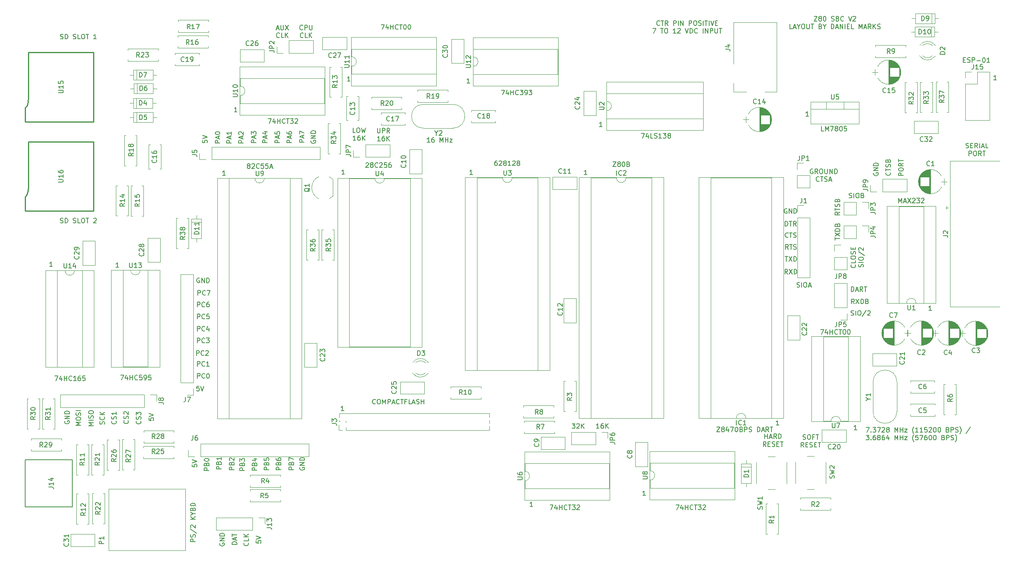
<source format=gbr>
G04 #@! TF.FileFunction,Legend,Top*
%FSLAX46Y46*%
G04 Gerber Fmt 4.6, Leading zero omitted, Abs format (unit mm)*
G04 Created by KiCad (PCBNEW 4.0.7) date 08/13/21 17:55:53*
%MOMM*%
%LPD*%
G01*
G04 APERTURE LIST*
%ADD10C,0.100000*%
%ADD11C,0.150000*%
%ADD12C,0.120000*%
%ADD13C,0.250000*%
%ADD14C,0.200000*%
G04 APERTURE END LIST*
D10*
D11*
X205812381Y-60416667D02*
X204812381Y-60416667D01*
X204812381Y-60035714D01*
X204860000Y-59940476D01*
X204907619Y-59892857D01*
X205002857Y-59845238D01*
X205145714Y-59845238D01*
X205240952Y-59892857D01*
X205288571Y-59940476D01*
X205336190Y-60035714D01*
X205336190Y-60416667D01*
X204812381Y-59226191D02*
X204812381Y-59035714D01*
X204860000Y-58940476D01*
X204955238Y-58845238D01*
X205145714Y-58797619D01*
X205479048Y-58797619D01*
X205669524Y-58845238D01*
X205764762Y-58940476D01*
X205812381Y-59035714D01*
X205812381Y-59226191D01*
X205764762Y-59321429D01*
X205669524Y-59416667D01*
X205479048Y-59464286D01*
X205145714Y-59464286D01*
X204955238Y-59416667D01*
X204860000Y-59321429D01*
X204812381Y-59226191D01*
X205812381Y-57797619D02*
X205336190Y-58130953D01*
X205812381Y-58369048D02*
X204812381Y-58369048D01*
X204812381Y-57988095D01*
X204860000Y-57892857D01*
X204907619Y-57845238D01*
X205002857Y-57797619D01*
X205145714Y-57797619D01*
X205240952Y-57845238D01*
X205288571Y-57892857D01*
X205336190Y-57988095D01*
X205336190Y-58369048D01*
X204812381Y-57511905D02*
X204812381Y-56940476D01*
X205812381Y-57226191D02*
X204812381Y-57226191D01*
X199560000Y-59851904D02*
X199512381Y-59947142D01*
X199512381Y-60089999D01*
X199560000Y-60232857D01*
X199655238Y-60328095D01*
X199750476Y-60375714D01*
X199940952Y-60423333D01*
X200083810Y-60423333D01*
X200274286Y-60375714D01*
X200369524Y-60328095D01*
X200464762Y-60232857D01*
X200512381Y-60089999D01*
X200512381Y-59994761D01*
X200464762Y-59851904D01*
X200417143Y-59804285D01*
X200083810Y-59804285D01*
X200083810Y-59994761D01*
X200512381Y-59375714D02*
X199512381Y-59375714D01*
X200512381Y-58804285D01*
X199512381Y-58804285D01*
X200512381Y-58328095D02*
X199512381Y-58328095D01*
X199512381Y-58090000D01*
X199560000Y-57947142D01*
X199655238Y-57851904D01*
X199750476Y-57804285D01*
X199940952Y-57756666D01*
X200083810Y-57756666D01*
X200274286Y-57804285D01*
X200369524Y-57851904D01*
X200464762Y-57947142D01*
X200512381Y-58090000D01*
X200512381Y-58328095D01*
X203007143Y-59757619D02*
X203054762Y-59805238D01*
X203102381Y-59948095D01*
X203102381Y-60043333D01*
X203054762Y-60186191D01*
X202959524Y-60281429D01*
X202864286Y-60329048D01*
X202673810Y-60376667D01*
X202530952Y-60376667D01*
X202340476Y-60329048D01*
X202245238Y-60281429D01*
X202150000Y-60186191D01*
X202102381Y-60043333D01*
X202102381Y-59948095D01*
X202150000Y-59805238D01*
X202197619Y-59757619D01*
X202102381Y-59471905D02*
X202102381Y-58900476D01*
X203102381Y-59186191D02*
X202102381Y-59186191D01*
X203054762Y-58614762D02*
X203102381Y-58471905D01*
X203102381Y-58233809D01*
X203054762Y-58138571D01*
X203007143Y-58090952D01*
X202911905Y-58043333D01*
X202816667Y-58043333D01*
X202721429Y-58090952D01*
X202673810Y-58138571D01*
X202626190Y-58233809D01*
X202578571Y-58424286D01*
X202530952Y-58519524D01*
X202483333Y-58567143D01*
X202388095Y-58614762D01*
X202292857Y-58614762D01*
X202197619Y-58567143D01*
X202150000Y-58519524D01*
X202102381Y-58424286D01*
X202102381Y-58186190D01*
X202150000Y-58043333D01*
X202578571Y-57281428D02*
X202626190Y-57138571D01*
X202673810Y-57090952D01*
X202769048Y-57043333D01*
X202911905Y-57043333D01*
X203007143Y-57090952D01*
X203054762Y-57138571D01*
X203102381Y-57233809D01*
X203102381Y-57614762D01*
X202102381Y-57614762D01*
X202102381Y-57281428D01*
X202150000Y-57186190D01*
X202197619Y-57138571D01*
X202292857Y-57090952D01*
X202388095Y-57090952D01*
X202483333Y-57138571D01*
X202530952Y-57186190D01*
X202578571Y-57281428D01*
X202578571Y-57614762D01*
X195433334Y-87582381D02*
X195100000Y-87106190D01*
X194861905Y-87582381D02*
X194861905Y-86582381D01*
X195242858Y-86582381D01*
X195338096Y-86630000D01*
X195385715Y-86677619D01*
X195433334Y-86772857D01*
X195433334Y-86915714D01*
X195385715Y-87010952D01*
X195338096Y-87058571D01*
X195242858Y-87106190D01*
X194861905Y-87106190D01*
X195766667Y-86582381D02*
X196433334Y-87582381D01*
X196433334Y-86582381D02*
X195766667Y-87582381D01*
X196814286Y-87582381D02*
X196814286Y-86582381D01*
X197052381Y-86582381D01*
X197195239Y-86630000D01*
X197290477Y-86725238D01*
X197338096Y-86820476D01*
X197385715Y-87010952D01*
X197385715Y-87153810D01*
X197338096Y-87344286D01*
X197290477Y-87439524D01*
X197195239Y-87534762D01*
X197052381Y-87582381D01*
X196814286Y-87582381D01*
X198147620Y-87058571D02*
X198290477Y-87106190D01*
X198338096Y-87153810D01*
X198385715Y-87249048D01*
X198385715Y-87391905D01*
X198338096Y-87487143D01*
X198290477Y-87534762D01*
X198195239Y-87582381D01*
X197814286Y-87582381D01*
X197814286Y-86582381D01*
X198147620Y-86582381D01*
X198242858Y-86630000D01*
X198290477Y-86677619D01*
X198338096Y-86772857D01*
X198338096Y-86868095D01*
X198290477Y-86963333D01*
X198242858Y-87010952D01*
X198147620Y-87058571D01*
X197814286Y-87058571D01*
X194798571Y-84982381D02*
X194798571Y-83982381D01*
X195036666Y-83982381D01*
X195179524Y-84030000D01*
X195274762Y-84125238D01*
X195322381Y-84220476D01*
X195370000Y-84410952D01*
X195370000Y-84553810D01*
X195322381Y-84744286D01*
X195274762Y-84839524D01*
X195179524Y-84934762D01*
X195036666Y-84982381D01*
X194798571Y-84982381D01*
X195750952Y-84696667D02*
X196227143Y-84696667D01*
X195655714Y-84982381D02*
X195989047Y-83982381D01*
X196322381Y-84982381D01*
X197227143Y-84982381D02*
X196893809Y-84506190D01*
X196655714Y-84982381D02*
X196655714Y-83982381D01*
X197036667Y-83982381D01*
X197131905Y-84030000D01*
X197179524Y-84077619D01*
X197227143Y-84172857D01*
X197227143Y-84315714D01*
X197179524Y-84410952D01*
X197131905Y-84458571D01*
X197036667Y-84506190D01*
X196655714Y-84506190D01*
X197512857Y-83982381D02*
X198084286Y-83982381D01*
X197798571Y-84982381D02*
X197798571Y-83982381D01*
X194732381Y-89994762D02*
X194875238Y-90042381D01*
X195113334Y-90042381D01*
X195208572Y-89994762D01*
X195256191Y-89947143D01*
X195303810Y-89851905D01*
X195303810Y-89756667D01*
X195256191Y-89661429D01*
X195208572Y-89613810D01*
X195113334Y-89566190D01*
X194922857Y-89518571D01*
X194827619Y-89470952D01*
X194780000Y-89423333D01*
X194732381Y-89328095D01*
X194732381Y-89232857D01*
X194780000Y-89137619D01*
X194827619Y-89090000D01*
X194922857Y-89042381D01*
X195160953Y-89042381D01*
X195303810Y-89090000D01*
X195732381Y-90042381D02*
X195732381Y-89042381D01*
X196399047Y-89042381D02*
X196589524Y-89042381D01*
X196684762Y-89090000D01*
X196780000Y-89185238D01*
X196827619Y-89375714D01*
X196827619Y-89709048D01*
X196780000Y-89899524D01*
X196684762Y-89994762D01*
X196589524Y-90042381D01*
X196399047Y-90042381D01*
X196303809Y-89994762D01*
X196208571Y-89899524D01*
X196160952Y-89709048D01*
X196160952Y-89375714D01*
X196208571Y-89185238D01*
X196303809Y-89090000D01*
X196399047Y-89042381D01*
X197970476Y-88994762D02*
X197113333Y-90280476D01*
X198256190Y-89137619D02*
X198303809Y-89090000D01*
X198399047Y-89042381D01*
X198637143Y-89042381D01*
X198732381Y-89090000D01*
X198780000Y-89137619D01*
X198827619Y-89232857D01*
X198827619Y-89328095D01*
X198780000Y-89470952D01*
X198208571Y-90042381D01*
X198827619Y-90042381D01*
X225575715Y-40112381D02*
X225004286Y-40112381D01*
X225290000Y-40112381D02*
X225290000Y-39112381D01*
X225194762Y-39255238D01*
X225099524Y-39350476D01*
X225004286Y-39398095D01*
X63992381Y-122768095D02*
X62992381Y-122768095D01*
X62992381Y-122387142D01*
X63040000Y-122291904D01*
X63087619Y-122244285D01*
X63182857Y-122196666D01*
X63325714Y-122196666D01*
X63420952Y-122244285D01*
X63468571Y-122291904D01*
X63516190Y-122387142D01*
X63516190Y-122768095D01*
X63468571Y-121434761D02*
X63516190Y-121291904D01*
X63563810Y-121244285D01*
X63659048Y-121196666D01*
X63801905Y-121196666D01*
X63897143Y-121244285D01*
X63944762Y-121291904D01*
X63992381Y-121387142D01*
X63992381Y-121768095D01*
X62992381Y-121768095D01*
X62992381Y-121434761D01*
X63040000Y-121339523D01*
X63087619Y-121291904D01*
X63182857Y-121244285D01*
X63278095Y-121244285D01*
X63373333Y-121291904D01*
X63420952Y-121339523D01*
X63468571Y-121434761D01*
X63468571Y-121768095D01*
X63087619Y-120815714D02*
X63040000Y-120768095D01*
X62992381Y-120672857D01*
X62992381Y-120434761D01*
X63040000Y-120339523D01*
X63087619Y-120291904D01*
X63182857Y-120244285D01*
X63278095Y-120244285D01*
X63420952Y-120291904D01*
X63992381Y-120863333D01*
X63992381Y-120244285D01*
X218558095Y-35898571D02*
X218891429Y-35898571D01*
X219034286Y-36422381D02*
X218558095Y-36422381D01*
X218558095Y-35422381D01*
X219034286Y-35422381D01*
X219415238Y-36374762D02*
X219558095Y-36422381D01*
X219796191Y-36422381D01*
X219891429Y-36374762D01*
X219939048Y-36327143D01*
X219986667Y-36231905D01*
X219986667Y-36136667D01*
X219939048Y-36041429D01*
X219891429Y-35993810D01*
X219796191Y-35946190D01*
X219605714Y-35898571D01*
X219510476Y-35850952D01*
X219462857Y-35803333D01*
X219415238Y-35708095D01*
X219415238Y-35612857D01*
X219462857Y-35517619D01*
X219510476Y-35470000D01*
X219605714Y-35422381D01*
X219843810Y-35422381D01*
X219986667Y-35470000D01*
X220415238Y-36422381D02*
X220415238Y-35422381D01*
X220796191Y-35422381D01*
X220891429Y-35470000D01*
X220939048Y-35517619D01*
X220986667Y-35612857D01*
X220986667Y-35755714D01*
X220939048Y-35850952D01*
X220891429Y-35898571D01*
X220796191Y-35946190D01*
X220415238Y-35946190D01*
X221415238Y-36041429D02*
X222177143Y-36041429D01*
X222843809Y-35422381D02*
X222939048Y-35422381D01*
X223034286Y-35470000D01*
X223081905Y-35517619D01*
X223129524Y-35612857D01*
X223177143Y-35803333D01*
X223177143Y-36041429D01*
X223129524Y-36231905D01*
X223081905Y-36327143D01*
X223034286Y-36374762D01*
X222939048Y-36422381D01*
X222843809Y-36422381D01*
X222748571Y-36374762D01*
X222700952Y-36327143D01*
X222653333Y-36231905D01*
X222605714Y-36041429D01*
X222605714Y-35803333D01*
X222653333Y-35612857D01*
X222700952Y-35517619D01*
X222748571Y-35470000D01*
X222843809Y-35422381D01*
X224129524Y-36422381D02*
X223558095Y-36422381D01*
X223843809Y-36422381D02*
X223843809Y-35422381D01*
X223748571Y-35565238D01*
X223653333Y-35660476D01*
X223558095Y-35708095D01*
X94364286Y-50407381D02*
X94364286Y-51216905D01*
X94411905Y-51312143D01*
X94459524Y-51359762D01*
X94554762Y-51407381D01*
X94745239Y-51407381D01*
X94840477Y-51359762D01*
X94888096Y-51312143D01*
X94935715Y-51216905D01*
X94935715Y-50407381D01*
X95411905Y-51407381D02*
X95411905Y-50407381D01*
X95792858Y-50407381D01*
X95888096Y-50455000D01*
X95935715Y-50502619D01*
X95983334Y-50597857D01*
X95983334Y-50740714D01*
X95935715Y-50835952D01*
X95888096Y-50883571D01*
X95792858Y-50931190D01*
X95411905Y-50931190D01*
X96983334Y-51407381D02*
X96650000Y-50931190D01*
X96411905Y-51407381D02*
X96411905Y-50407381D01*
X96792858Y-50407381D01*
X96888096Y-50455000D01*
X96935715Y-50502619D01*
X96983334Y-50597857D01*
X96983334Y-50740714D01*
X96935715Y-50835952D01*
X96888096Y-50883571D01*
X96792858Y-50931190D01*
X96411905Y-50931190D01*
X94959524Y-53057381D02*
X94388095Y-53057381D01*
X94673809Y-53057381D02*
X94673809Y-52057381D01*
X94578571Y-52200238D01*
X94483333Y-52295476D01*
X94388095Y-52343095D01*
X95816667Y-52057381D02*
X95626190Y-52057381D01*
X95530952Y-52105000D01*
X95483333Y-52152619D01*
X95388095Y-52295476D01*
X95340476Y-52485952D01*
X95340476Y-52866905D01*
X95388095Y-52962143D01*
X95435714Y-53009762D01*
X95530952Y-53057381D01*
X95721429Y-53057381D01*
X95816667Y-53009762D01*
X95864286Y-52962143D01*
X95911905Y-52866905D01*
X95911905Y-52628810D01*
X95864286Y-52533571D01*
X95816667Y-52485952D01*
X95721429Y-52438333D01*
X95530952Y-52438333D01*
X95435714Y-52485952D01*
X95388095Y-52533571D01*
X95340476Y-52628810D01*
X96340476Y-53057381D02*
X96340476Y-52057381D01*
X96911905Y-53057381D02*
X96483333Y-52485952D01*
X96911905Y-52057381D02*
X96340476Y-52628810D01*
X89694286Y-51317381D02*
X89218095Y-51317381D01*
X89218095Y-50317381D01*
X90218095Y-50317381D02*
X90408572Y-50317381D01*
X90503810Y-50365000D01*
X90599048Y-50460238D01*
X90646667Y-50650714D01*
X90646667Y-50984048D01*
X90599048Y-51174524D01*
X90503810Y-51269762D01*
X90408572Y-51317381D01*
X90218095Y-51317381D01*
X90122857Y-51269762D01*
X90027619Y-51174524D01*
X89980000Y-50984048D01*
X89980000Y-50650714D01*
X90027619Y-50460238D01*
X90122857Y-50365000D01*
X90218095Y-50317381D01*
X90980000Y-50317381D02*
X91218095Y-51317381D01*
X91408572Y-50603095D01*
X91599048Y-51317381D01*
X91837143Y-50317381D01*
X89789524Y-52967381D02*
X89218095Y-52967381D01*
X89503809Y-52967381D02*
X89503809Y-51967381D01*
X89408571Y-52110238D01*
X89313333Y-52205476D01*
X89218095Y-52253095D01*
X90646667Y-51967381D02*
X90456190Y-51967381D01*
X90360952Y-52015000D01*
X90313333Y-52062619D01*
X90218095Y-52205476D01*
X90170476Y-52395952D01*
X90170476Y-52776905D01*
X90218095Y-52872143D01*
X90265714Y-52919762D01*
X90360952Y-52967381D01*
X90551429Y-52967381D01*
X90646667Y-52919762D01*
X90694286Y-52872143D01*
X90741905Y-52776905D01*
X90741905Y-52538810D01*
X90694286Y-52443571D01*
X90646667Y-52395952D01*
X90551429Y-52348333D01*
X90360952Y-52348333D01*
X90265714Y-52395952D01*
X90218095Y-52443571D01*
X90170476Y-52538810D01*
X91170476Y-52967381D02*
X91170476Y-51967381D01*
X91741905Y-52967381D02*
X91313333Y-52395952D01*
X91741905Y-51967381D02*
X91170476Y-52538810D01*
X56341905Y-85782381D02*
X56341905Y-84782381D01*
X56722858Y-84782381D01*
X56818096Y-84830000D01*
X56865715Y-84877619D01*
X56913334Y-84972857D01*
X56913334Y-85115714D01*
X56865715Y-85210952D01*
X56818096Y-85258571D01*
X56722858Y-85306190D01*
X56341905Y-85306190D01*
X57913334Y-85687143D02*
X57865715Y-85734762D01*
X57722858Y-85782381D01*
X57627620Y-85782381D01*
X57484762Y-85734762D01*
X57389524Y-85639524D01*
X57341905Y-85544286D01*
X57294286Y-85353810D01*
X57294286Y-85210952D01*
X57341905Y-85020476D01*
X57389524Y-84925238D01*
X57484762Y-84830000D01*
X57627620Y-84782381D01*
X57722858Y-84782381D01*
X57865715Y-84830000D01*
X57913334Y-84877619D01*
X58246667Y-84782381D02*
X58913334Y-84782381D01*
X58484762Y-85782381D01*
X55772381Y-138007619D02*
X54772381Y-138007619D01*
X54772381Y-137626666D01*
X54820000Y-137531428D01*
X54867619Y-137483809D01*
X54962857Y-137436190D01*
X55105714Y-137436190D01*
X55200952Y-137483809D01*
X55248571Y-137531428D01*
X55296190Y-137626666D01*
X55296190Y-138007619D01*
X55724762Y-137055238D02*
X55772381Y-136912381D01*
X55772381Y-136674285D01*
X55724762Y-136579047D01*
X55677143Y-136531428D01*
X55581905Y-136483809D01*
X55486667Y-136483809D01*
X55391429Y-136531428D01*
X55343810Y-136579047D01*
X55296190Y-136674285D01*
X55248571Y-136864762D01*
X55200952Y-136960000D01*
X55153333Y-137007619D01*
X55058095Y-137055238D01*
X54962857Y-137055238D01*
X54867619Y-137007619D01*
X54820000Y-136960000D01*
X54772381Y-136864762D01*
X54772381Y-136626666D01*
X54820000Y-136483809D01*
X54724762Y-135340952D02*
X56010476Y-136198095D01*
X54867619Y-135055238D02*
X54820000Y-135007619D01*
X54772381Y-134912381D01*
X54772381Y-134674285D01*
X54820000Y-134579047D01*
X54867619Y-134531428D01*
X54962857Y-134483809D01*
X55058095Y-134483809D01*
X55200952Y-134531428D01*
X55772381Y-135102857D01*
X55772381Y-134483809D01*
X55772381Y-133293333D02*
X54772381Y-133293333D01*
X55772381Y-132721904D02*
X55200952Y-133150476D01*
X54772381Y-132721904D02*
X55343810Y-133293333D01*
X55296190Y-132102857D02*
X55772381Y-132102857D01*
X54772381Y-132436190D02*
X55296190Y-132102857D01*
X54772381Y-131769523D01*
X55248571Y-131102856D02*
X55296190Y-130959999D01*
X55343810Y-130912380D01*
X55439048Y-130864761D01*
X55581905Y-130864761D01*
X55677143Y-130912380D01*
X55724762Y-130959999D01*
X55772381Y-131055237D01*
X55772381Y-131436190D01*
X54772381Y-131436190D01*
X54772381Y-131102856D01*
X54820000Y-131007618D01*
X54867619Y-130959999D01*
X54962857Y-130912380D01*
X55058095Y-130912380D01*
X55153333Y-130959999D01*
X55200952Y-131007618D01*
X55248571Y-131102856D01*
X55248571Y-131436190D01*
X55772381Y-130436190D02*
X54772381Y-130436190D01*
X54772381Y-130198095D01*
X54820000Y-130055237D01*
X54915238Y-129959999D01*
X55010476Y-129912380D01*
X55200952Y-129864761D01*
X55343810Y-129864761D01*
X55534286Y-129912380D01*
X55629524Y-129959999D01*
X55724762Y-130055237D01*
X55772381Y-130198095D01*
X55772381Y-130436190D01*
X68702381Y-137800476D02*
X68702381Y-138276667D01*
X69178571Y-138324286D01*
X69130952Y-138276667D01*
X69083333Y-138181429D01*
X69083333Y-137943333D01*
X69130952Y-137848095D01*
X69178571Y-137800476D01*
X69273810Y-137752857D01*
X69511905Y-137752857D01*
X69607143Y-137800476D01*
X69654762Y-137848095D01*
X69702381Y-137943333D01*
X69702381Y-138181429D01*
X69654762Y-138276667D01*
X69607143Y-138324286D01*
X68702381Y-137467143D02*
X69702381Y-137133810D01*
X68702381Y-136800476D01*
X66967143Y-138255238D02*
X67014762Y-138302857D01*
X67062381Y-138445714D01*
X67062381Y-138540952D01*
X67014762Y-138683810D01*
X66919524Y-138779048D01*
X66824286Y-138826667D01*
X66633810Y-138874286D01*
X66490952Y-138874286D01*
X66300476Y-138826667D01*
X66205238Y-138779048D01*
X66110000Y-138683810D01*
X66062381Y-138540952D01*
X66062381Y-138445714D01*
X66110000Y-138302857D01*
X66157619Y-138255238D01*
X67062381Y-137350476D02*
X67062381Y-137826667D01*
X66062381Y-137826667D01*
X67062381Y-137017143D02*
X66062381Y-137017143D01*
X67062381Y-136445714D02*
X66490952Y-136874286D01*
X66062381Y-136445714D02*
X66633810Y-137017143D01*
X64572381Y-138591429D02*
X63572381Y-138591429D01*
X63572381Y-138353334D01*
X63620000Y-138210476D01*
X63715238Y-138115238D01*
X63810476Y-138067619D01*
X64000952Y-138020000D01*
X64143810Y-138020000D01*
X64334286Y-138067619D01*
X64429524Y-138115238D01*
X64524762Y-138210476D01*
X64572381Y-138353334D01*
X64572381Y-138591429D01*
X64286667Y-137639048D02*
X64286667Y-137162857D01*
X64572381Y-137734286D02*
X63572381Y-137400953D01*
X64572381Y-137067619D01*
X63572381Y-136877143D02*
X63572381Y-136305714D01*
X64572381Y-136591429D02*
X63572381Y-136591429D01*
X60990000Y-138341904D02*
X60942381Y-138437142D01*
X60942381Y-138579999D01*
X60990000Y-138722857D01*
X61085238Y-138818095D01*
X61180476Y-138865714D01*
X61370952Y-138913333D01*
X61513810Y-138913333D01*
X61704286Y-138865714D01*
X61799524Y-138818095D01*
X61894762Y-138722857D01*
X61942381Y-138579999D01*
X61942381Y-138484761D01*
X61894762Y-138341904D01*
X61847143Y-138294285D01*
X61513810Y-138294285D01*
X61513810Y-138484761D01*
X61942381Y-137865714D02*
X60942381Y-137865714D01*
X61942381Y-137294285D01*
X60942381Y-137294285D01*
X61942381Y-136818095D02*
X60942381Y-136818095D01*
X60942381Y-136580000D01*
X60990000Y-136437142D01*
X61085238Y-136341904D01*
X61180476Y-136294285D01*
X61370952Y-136246666D01*
X61513810Y-136246666D01*
X61704286Y-136294285D01*
X61799524Y-136341904D01*
X61894762Y-136437142D01*
X61942381Y-136580000D01*
X61942381Y-136818095D01*
X194352381Y-65104762D02*
X194495238Y-65152381D01*
X194733334Y-65152381D01*
X194828572Y-65104762D01*
X194876191Y-65057143D01*
X194923810Y-64961905D01*
X194923810Y-64866667D01*
X194876191Y-64771429D01*
X194828572Y-64723810D01*
X194733334Y-64676190D01*
X194542857Y-64628571D01*
X194447619Y-64580952D01*
X194400000Y-64533333D01*
X194352381Y-64438095D01*
X194352381Y-64342857D01*
X194400000Y-64247619D01*
X194447619Y-64200000D01*
X194542857Y-64152381D01*
X194780953Y-64152381D01*
X194923810Y-64200000D01*
X195352381Y-65152381D02*
X195352381Y-64152381D01*
X196019047Y-64152381D02*
X196209524Y-64152381D01*
X196304762Y-64200000D01*
X196400000Y-64295238D01*
X196447619Y-64485714D01*
X196447619Y-64819048D01*
X196400000Y-65009524D01*
X196304762Y-65104762D01*
X196209524Y-65152381D01*
X196019047Y-65152381D01*
X195923809Y-65104762D01*
X195828571Y-65009524D01*
X195780952Y-64819048D01*
X195780952Y-64485714D01*
X195828571Y-64295238D01*
X195923809Y-64200000D01*
X196019047Y-64152381D01*
X197209524Y-64628571D02*
X197352381Y-64676190D01*
X197400000Y-64723810D01*
X197447619Y-64819048D01*
X197447619Y-64961905D01*
X197400000Y-65057143D01*
X197352381Y-65104762D01*
X197257143Y-65152381D01*
X196876190Y-65152381D01*
X196876190Y-64152381D01*
X197209524Y-64152381D01*
X197304762Y-64200000D01*
X197352381Y-64247619D01*
X197400000Y-64342857D01*
X197400000Y-64438095D01*
X197352381Y-64533333D01*
X197304762Y-64580952D01*
X197209524Y-64628571D01*
X196876190Y-64628571D01*
X183273810Y-84034762D02*
X183416667Y-84082381D01*
X183654763Y-84082381D01*
X183750001Y-84034762D01*
X183797620Y-83987143D01*
X183845239Y-83891905D01*
X183845239Y-83796667D01*
X183797620Y-83701429D01*
X183750001Y-83653810D01*
X183654763Y-83606190D01*
X183464286Y-83558571D01*
X183369048Y-83510952D01*
X183321429Y-83463333D01*
X183273810Y-83368095D01*
X183273810Y-83272857D01*
X183321429Y-83177619D01*
X183369048Y-83130000D01*
X183464286Y-83082381D01*
X183702382Y-83082381D01*
X183845239Y-83130000D01*
X184273810Y-84082381D02*
X184273810Y-83082381D01*
X184940476Y-83082381D02*
X185130953Y-83082381D01*
X185226191Y-83130000D01*
X185321429Y-83225238D01*
X185369048Y-83415714D01*
X185369048Y-83749048D01*
X185321429Y-83939524D01*
X185226191Y-84034762D01*
X185130953Y-84082381D01*
X184940476Y-84082381D01*
X184845238Y-84034762D01*
X184750000Y-83939524D01*
X184702381Y-83749048D01*
X184702381Y-83415714D01*
X184750000Y-83225238D01*
X184845238Y-83130000D01*
X184940476Y-83082381D01*
X185750000Y-83796667D02*
X186226191Y-83796667D01*
X185654762Y-84082381D02*
X185988095Y-83082381D01*
X186321429Y-84082381D01*
X186911428Y-26667381D02*
X187578095Y-26667381D01*
X186911428Y-27667381D01*
X187578095Y-27667381D01*
X188101904Y-27095952D02*
X188006666Y-27048333D01*
X187959047Y-27000714D01*
X187911428Y-26905476D01*
X187911428Y-26857857D01*
X187959047Y-26762619D01*
X188006666Y-26715000D01*
X188101904Y-26667381D01*
X188292381Y-26667381D01*
X188387619Y-26715000D01*
X188435238Y-26762619D01*
X188482857Y-26857857D01*
X188482857Y-26905476D01*
X188435238Y-27000714D01*
X188387619Y-27048333D01*
X188292381Y-27095952D01*
X188101904Y-27095952D01*
X188006666Y-27143571D01*
X187959047Y-27191190D01*
X187911428Y-27286429D01*
X187911428Y-27476905D01*
X187959047Y-27572143D01*
X188006666Y-27619762D01*
X188101904Y-27667381D01*
X188292381Y-27667381D01*
X188387619Y-27619762D01*
X188435238Y-27572143D01*
X188482857Y-27476905D01*
X188482857Y-27286429D01*
X188435238Y-27191190D01*
X188387619Y-27143571D01*
X188292381Y-27095952D01*
X189101904Y-26667381D02*
X189197143Y-26667381D01*
X189292381Y-26715000D01*
X189340000Y-26762619D01*
X189387619Y-26857857D01*
X189435238Y-27048333D01*
X189435238Y-27286429D01*
X189387619Y-27476905D01*
X189340000Y-27572143D01*
X189292381Y-27619762D01*
X189197143Y-27667381D01*
X189101904Y-27667381D01*
X189006666Y-27619762D01*
X188959047Y-27572143D01*
X188911428Y-27476905D01*
X188863809Y-27286429D01*
X188863809Y-27048333D01*
X188911428Y-26857857D01*
X188959047Y-26762619D01*
X189006666Y-26715000D01*
X189101904Y-26667381D01*
X190578095Y-27619762D02*
X190720952Y-27667381D01*
X190959048Y-27667381D01*
X191054286Y-27619762D01*
X191101905Y-27572143D01*
X191149524Y-27476905D01*
X191149524Y-27381667D01*
X191101905Y-27286429D01*
X191054286Y-27238810D01*
X190959048Y-27191190D01*
X190768571Y-27143571D01*
X190673333Y-27095952D01*
X190625714Y-27048333D01*
X190578095Y-26953095D01*
X190578095Y-26857857D01*
X190625714Y-26762619D01*
X190673333Y-26715000D01*
X190768571Y-26667381D01*
X191006667Y-26667381D01*
X191149524Y-26715000D01*
X191911429Y-27143571D02*
X192054286Y-27191190D01*
X192101905Y-27238810D01*
X192149524Y-27334048D01*
X192149524Y-27476905D01*
X192101905Y-27572143D01*
X192054286Y-27619762D01*
X191959048Y-27667381D01*
X191578095Y-27667381D01*
X191578095Y-26667381D01*
X191911429Y-26667381D01*
X192006667Y-26715000D01*
X192054286Y-26762619D01*
X192101905Y-26857857D01*
X192101905Y-26953095D01*
X192054286Y-27048333D01*
X192006667Y-27095952D01*
X191911429Y-27143571D01*
X191578095Y-27143571D01*
X193149524Y-27572143D02*
X193101905Y-27619762D01*
X192959048Y-27667381D01*
X192863810Y-27667381D01*
X192720952Y-27619762D01*
X192625714Y-27524524D01*
X192578095Y-27429286D01*
X192530476Y-27238810D01*
X192530476Y-27095952D01*
X192578095Y-26905476D01*
X192625714Y-26810238D01*
X192720952Y-26715000D01*
X192863810Y-26667381D01*
X192959048Y-26667381D01*
X193101905Y-26715000D01*
X193149524Y-26762619D01*
X194197143Y-26667381D02*
X194530476Y-27667381D01*
X194863810Y-26667381D01*
X195149524Y-26762619D02*
X195197143Y-26715000D01*
X195292381Y-26667381D01*
X195530477Y-26667381D01*
X195625715Y-26715000D01*
X195673334Y-26762619D01*
X195720953Y-26857857D01*
X195720953Y-26953095D01*
X195673334Y-27095952D01*
X195101905Y-27667381D01*
X195720953Y-27667381D01*
X182268571Y-29317381D02*
X181792380Y-29317381D01*
X181792380Y-28317381D01*
X182554285Y-29031667D02*
X183030476Y-29031667D01*
X182459047Y-29317381D02*
X182792380Y-28317381D01*
X183125714Y-29317381D01*
X183649523Y-28841190D02*
X183649523Y-29317381D01*
X183316190Y-28317381D02*
X183649523Y-28841190D01*
X183982857Y-28317381D01*
X184506666Y-28317381D02*
X184697143Y-28317381D01*
X184792381Y-28365000D01*
X184887619Y-28460238D01*
X184935238Y-28650714D01*
X184935238Y-28984048D01*
X184887619Y-29174524D01*
X184792381Y-29269762D01*
X184697143Y-29317381D01*
X184506666Y-29317381D01*
X184411428Y-29269762D01*
X184316190Y-29174524D01*
X184268571Y-28984048D01*
X184268571Y-28650714D01*
X184316190Y-28460238D01*
X184411428Y-28365000D01*
X184506666Y-28317381D01*
X185363809Y-28317381D02*
X185363809Y-29126905D01*
X185411428Y-29222143D01*
X185459047Y-29269762D01*
X185554285Y-29317381D01*
X185744762Y-29317381D01*
X185840000Y-29269762D01*
X185887619Y-29222143D01*
X185935238Y-29126905D01*
X185935238Y-28317381D01*
X186268571Y-28317381D02*
X186840000Y-28317381D01*
X186554285Y-29317381D02*
X186554285Y-28317381D01*
X188268572Y-28793571D02*
X188411429Y-28841190D01*
X188459048Y-28888810D01*
X188506667Y-28984048D01*
X188506667Y-29126905D01*
X188459048Y-29222143D01*
X188411429Y-29269762D01*
X188316191Y-29317381D01*
X187935238Y-29317381D01*
X187935238Y-28317381D01*
X188268572Y-28317381D01*
X188363810Y-28365000D01*
X188411429Y-28412619D01*
X188459048Y-28507857D01*
X188459048Y-28603095D01*
X188411429Y-28698333D01*
X188363810Y-28745952D01*
X188268572Y-28793571D01*
X187935238Y-28793571D01*
X189125714Y-28841190D02*
X189125714Y-29317381D01*
X188792381Y-28317381D02*
X189125714Y-28841190D01*
X189459048Y-28317381D01*
X190554286Y-29317381D02*
X190554286Y-28317381D01*
X190792381Y-28317381D01*
X190935239Y-28365000D01*
X191030477Y-28460238D01*
X191078096Y-28555476D01*
X191125715Y-28745952D01*
X191125715Y-28888810D01*
X191078096Y-29079286D01*
X191030477Y-29174524D01*
X190935239Y-29269762D01*
X190792381Y-29317381D01*
X190554286Y-29317381D01*
X191506667Y-29031667D02*
X191982858Y-29031667D01*
X191411429Y-29317381D02*
X191744762Y-28317381D01*
X192078096Y-29317381D01*
X192411429Y-29317381D02*
X192411429Y-28317381D01*
X192982858Y-29317381D01*
X192982858Y-28317381D01*
X193459048Y-29317381D02*
X193459048Y-28317381D01*
X193935238Y-28793571D02*
X194268572Y-28793571D01*
X194411429Y-29317381D02*
X193935238Y-29317381D01*
X193935238Y-28317381D01*
X194411429Y-28317381D01*
X195316191Y-29317381D02*
X194840000Y-29317381D01*
X194840000Y-28317381D01*
X196411429Y-29317381D02*
X196411429Y-28317381D01*
X196744763Y-29031667D01*
X197078096Y-28317381D01*
X197078096Y-29317381D01*
X197506667Y-29031667D02*
X197982858Y-29031667D01*
X197411429Y-29317381D02*
X197744762Y-28317381D01*
X198078096Y-29317381D01*
X198982858Y-29317381D02*
X198649524Y-28841190D01*
X198411429Y-29317381D02*
X198411429Y-28317381D01*
X198792382Y-28317381D01*
X198887620Y-28365000D01*
X198935239Y-28412619D01*
X198982858Y-28507857D01*
X198982858Y-28650714D01*
X198935239Y-28745952D01*
X198887620Y-28793571D01*
X198792382Y-28841190D01*
X198411429Y-28841190D01*
X199411429Y-29317381D02*
X199411429Y-28317381D01*
X199982858Y-29317381D02*
X199554286Y-28745952D01*
X199982858Y-28317381D02*
X199411429Y-28888810D01*
X200363810Y-29269762D02*
X200506667Y-29317381D01*
X200744763Y-29317381D01*
X200840001Y-29269762D01*
X200887620Y-29222143D01*
X200935239Y-29126905D01*
X200935239Y-29031667D01*
X200887620Y-28936429D01*
X200840001Y-28888810D01*
X200744763Y-28841190D01*
X200554286Y-28793571D01*
X200459048Y-28745952D01*
X200411429Y-28698333D01*
X200363810Y-28603095D01*
X200363810Y-28507857D01*
X200411429Y-28412619D01*
X200459048Y-28365000D01*
X200554286Y-28317381D01*
X200792382Y-28317381D01*
X200935239Y-28365000D01*
X56201905Y-95872381D02*
X56201905Y-94872381D01*
X56582858Y-94872381D01*
X56678096Y-94920000D01*
X56725715Y-94967619D01*
X56773334Y-95062857D01*
X56773334Y-95205714D01*
X56725715Y-95300952D01*
X56678096Y-95348571D01*
X56582858Y-95396190D01*
X56201905Y-95396190D01*
X57773334Y-95777143D02*
X57725715Y-95824762D01*
X57582858Y-95872381D01*
X57487620Y-95872381D01*
X57344762Y-95824762D01*
X57249524Y-95729524D01*
X57201905Y-95634286D01*
X57154286Y-95443810D01*
X57154286Y-95300952D01*
X57201905Y-95110476D01*
X57249524Y-95015238D01*
X57344762Y-94920000D01*
X57487620Y-94872381D01*
X57582858Y-94872381D01*
X57725715Y-94920000D01*
X57773334Y-94967619D01*
X58106667Y-94872381D02*
X58725715Y-94872381D01*
X58392381Y-95253333D01*
X58535239Y-95253333D01*
X58630477Y-95300952D01*
X58678096Y-95348571D01*
X58725715Y-95443810D01*
X58725715Y-95681905D01*
X58678096Y-95777143D01*
X58630477Y-95824762D01*
X58535239Y-95872381D01*
X58249524Y-95872381D01*
X58154286Y-95824762D01*
X58106667Y-95777143D01*
X56041905Y-98522381D02*
X56041905Y-97522381D01*
X56422858Y-97522381D01*
X56518096Y-97570000D01*
X56565715Y-97617619D01*
X56613334Y-97712857D01*
X56613334Y-97855714D01*
X56565715Y-97950952D01*
X56518096Y-97998571D01*
X56422858Y-98046190D01*
X56041905Y-98046190D01*
X57613334Y-98427143D02*
X57565715Y-98474762D01*
X57422858Y-98522381D01*
X57327620Y-98522381D01*
X57184762Y-98474762D01*
X57089524Y-98379524D01*
X57041905Y-98284286D01*
X56994286Y-98093810D01*
X56994286Y-97950952D01*
X57041905Y-97760476D01*
X57089524Y-97665238D01*
X57184762Y-97570000D01*
X57327620Y-97522381D01*
X57422858Y-97522381D01*
X57565715Y-97570000D01*
X57613334Y-97617619D01*
X57994286Y-97617619D02*
X58041905Y-97570000D01*
X58137143Y-97522381D01*
X58375239Y-97522381D01*
X58470477Y-97570000D01*
X58518096Y-97617619D01*
X58565715Y-97712857D01*
X58565715Y-97808095D01*
X58518096Y-97950952D01*
X57946667Y-98522381D01*
X58565715Y-98522381D01*
X56201905Y-100812381D02*
X56201905Y-99812381D01*
X56582858Y-99812381D01*
X56678096Y-99860000D01*
X56725715Y-99907619D01*
X56773334Y-100002857D01*
X56773334Y-100145714D01*
X56725715Y-100240952D01*
X56678096Y-100288571D01*
X56582858Y-100336190D01*
X56201905Y-100336190D01*
X57773334Y-100717143D02*
X57725715Y-100764762D01*
X57582858Y-100812381D01*
X57487620Y-100812381D01*
X57344762Y-100764762D01*
X57249524Y-100669524D01*
X57201905Y-100574286D01*
X57154286Y-100383810D01*
X57154286Y-100240952D01*
X57201905Y-100050476D01*
X57249524Y-99955238D01*
X57344762Y-99860000D01*
X57487620Y-99812381D01*
X57582858Y-99812381D01*
X57725715Y-99860000D01*
X57773334Y-99907619D01*
X58725715Y-100812381D02*
X58154286Y-100812381D01*
X58440000Y-100812381D02*
X58440000Y-99812381D01*
X58344762Y-99955238D01*
X58249524Y-100050476D01*
X58154286Y-100098095D01*
X56231905Y-103382381D02*
X56231905Y-102382381D01*
X56612858Y-102382381D01*
X56708096Y-102430000D01*
X56755715Y-102477619D01*
X56803334Y-102572857D01*
X56803334Y-102715714D01*
X56755715Y-102810952D01*
X56708096Y-102858571D01*
X56612858Y-102906190D01*
X56231905Y-102906190D01*
X57803334Y-103287143D02*
X57755715Y-103334762D01*
X57612858Y-103382381D01*
X57517620Y-103382381D01*
X57374762Y-103334762D01*
X57279524Y-103239524D01*
X57231905Y-103144286D01*
X57184286Y-102953810D01*
X57184286Y-102810952D01*
X57231905Y-102620476D01*
X57279524Y-102525238D01*
X57374762Y-102430000D01*
X57517620Y-102382381D01*
X57612858Y-102382381D01*
X57755715Y-102430000D01*
X57803334Y-102477619D01*
X58422381Y-102382381D02*
X58517620Y-102382381D01*
X58612858Y-102430000D01*
X58660477Y-102477619D01*
X58708096Y-102572857D01*
X58755715Y-102763333D01*
X58755715Y-103001429D01*
X58708096Y-103191905D01*
X58660477Y-103287143D01*
X58612858Y-103334762D01*
X58517620Y-103382381D01*
X58422381Y-103382381D01*
X58327143Y-103334762D01*
X58279524Y-103287143D01*
X58231905Y-103191905D01*
X58184286Y-103001429D01*
X58184286Y-102763333D01*
X58231905Y-102572857D01*
X58279524Y-102477619D01*
X58327143Y-102430000D01*
X58422381Y-102382381D01*
X56211905Y-93372381D02*
X56211905Y-92372381D01*
X56592858Y-92372381D01*
X56688096Y-92420000D01*
X56735715Y-92467619D01*
X56783334Y-92562857D01*
X56783334Y-92705714D01*
X56735715Y-92800952D01*
X56688096Y-92848571D01*
X56592858Y-92896190D01*
X56211905Y-92896190D01*
X57783334Y-93277143D02*
X57735715Y-93324762D01*
X57592858Y-93372381D01*
X57497620Y-93372381D01*
X57354762Y-93324762D01*
X57259524Y-93229524D01*
X57211905Y-93134286D01*
X57164286Y-92943810D01*
X57164286Y-92800952D01*
X57211905Y-92610476D01*
X57259524Y-92515238D01*
X57354762Y-92420000D01*
X57497620Y-92372381D01*
X57592858Y-92372381D01*
X57735715Y-92420000D01*
X57783334Y-92467619D01*
X58640477Y-92705714D02*
X58640477Y-93372381D01*
X58402381Y-92324762D02*
X58164286Y-93039048D01*
X58783334Y-93039048D01*
X56231905Y-90792381D02*
X56231905Y-89792381D01*
X56612858Y-89792381D01*
X56708096Y-89840000D01*
X56755715Y-89887619D01*
X56803334Y-89982857D01*
X56803334Y-90125714D01*
X56755715Y-90220952D01*
X56708096Y-90268571D01*
X56612858Y-90316190D01*
X56231905Y-90316190D01*
X57803334Y-90697143D02*
X57755715Y-90744762D01*
X57612858Y-90792381D01*
X57517620Y-90792381D01*
X57374762Y-90744762D01*
X57279524Y-90649524D01*
X57231905Y-90554286D01*
X57184286Y-90363810D01*
X57184286Y-90220952D01*
X57231905Y-90030476D01*
X57279524Y-89935238D01*
X57374762Y-89840000D01*
X57517620Y-89792381D01*
X57612858Y-89792381D01*
X57755715Y-89840000D01*
X57803334Y-89887619D01*
X58708096Y-89792381D02*
X58231905Y-89792381D01*
X58184286Y-90268571D01*
X58231905Y-90220952D01*
X58327143Y-90173333D01*
X58565239Y-90173333D01*
X58660477Y-90220952D01*
X58708096Y-90268571D01*
X58755715Y-90363810D01*
X58755715Y-90601905D01*
X58708096Y-90697143D01*
X58660477Y-90744762D01*
X58565239Y-90792381D01*
X58327143Y-90792381D01*
X58231905Y-90744762D01*
X58184286Y-90697143D01*
X56221905Y-88252381D02*
X56221905Y-87252381D01*
X56602858Y-87252381D01*
X56698096Y-87300000D01*
X56745715Y-87347619D01*
X56793334Y-87442857D01*
X56793334Y-87585714D01*
X56745715Y-87680952D01*
X56698096Y-87728571D01*
X56602858Y-87776190D01*
X56221905Y-87776190D01*
X57793334Y-88157143D02*
X57745715Y-88204762D01*
X57602858Y-88252381D01*
X57507620Y-88252381D01*
X57364762Y-88204762D01*
X57269524Y-88109524D01*
X57221905Y-88014286D01*
X57174286Y-87823810D01*
X57174286Y-87680952D01*
X57221905Y-87490476D01*
X57269524Y-87395238D01*
X57364762Y-87300000D01*
X57507620Y-87252381D01*
X57602858Y-87252381D01*
X57745715Y-87300000D01*
X57793334Y-87347619D01*
X58650477Y-87252381D02*
X58460000Y-87252381D01*
X58364762Y-87300000D01*
X58317143Y-87347619D01*
X58221905Y-87490476D01*
X58174286Y-87680952D01*
X58174286Y-88061905D01*
X58221905Y-88157143D01*
X58269524Y-88204762D01*
X58364762Y-88252381D01*
X58555239Y-88252381D01*
X58650477Y-88204762D01*
X58698096Y-88157143D01*
X58745715Y-88061905D01*
X58745715Y-87823810D01*
X58698096Y-87728571D01*
X58650477Y-87680952D01*
X58555239Y-87633333D01*
X58364762Y-87633333D01*
X58269524Y-87680952D01*
X58221905Y-87728571D01*
X58174286Y-87823810D01*
X78862381Y-53366667D02*
X77862381Y-53366667D01*
X77862381Y-52985714D01*
X77910000Y-52890476D01*
X77957619Y-52842857D01*
X78052857Y-52795238D01*
X78195714Y-52795238D01*
X78290952Y-52842857D01*
X78338571Y-52890476D01*
X78386190Y-52985714D01*
X78386190Y-53366667D01*
X78576667Y-52414286D02*
X78576667Y-51938095D01*
X78862381Y-52509524D02*
X77862381Y-52176191D01*
X78862381Y-51842857D01*
X77862381Y-51604762D02*
X77862381Y-50938095D01*
X78862381Y-51366667D01*
X76202381Y-53466667D02*
X75202381Y-53466667D01*
X75202381Y-53085714D01*
X75250000Y-52990476D01*
X75297619Y-52942857D01*
X75392857Y-52895238D01*
X75535714Y-52895238D01*
X75630952Y-52942857D01*
X75678571Y-52990476D01*
X75726190Y-53085714D01*
X75726190Y-53466667D01*
X75916667Y-52514286D02*
X75916667Y-52038095D01*
X76202381Y-52609524D02*
X75202381Y-52276191D01*
X76202381Y-51942857D01*
X75202381Y-51180952D02*
X75202381Y-51371429D01*
X75250000Y-51466667D01*
X75297619Y-51514286D01*
X75440476Y-51609524D01*
X75630952Y-51657143D01*
X76011905Y-51657143D01*
X76107143Y-51609524D01*
X76154762Y-51561905D01*
X76202381Y-51466667D01*
X76202381Y-51276190D01*
X76154762Y-51180952D01*
X76107143Y-51133333D01*
X76011905Y-51085714D01*
X75773810Y-51085714D01*
X75678571Y-51133333D01*
X75630952Y-51180952D01*
X75583333Y-51276190D01*
X75583333Y-51466667D01*
X75630952Y-51561905D01*
X75678571Y-51609524D01*
X75773810Y-51657143D01*
X73682381Y-53466667D02*
X72682381Y-53466667D01*
X72682381Y-53085714D01*
X72730000Y-52990476D01*
X72777619Y-52942857D01*
X72872857Y-52895238D01*
X73015714Y-52895238D01*
X73110952Y-52942857D01*
X73158571Y-52990476D01*
X73206190Y-53085714D01*
X73206190Y-53466667D01*
X73396667Y-52514286D02*
X73396667Y-52038095D01*
X73682381Y-52609524D02*
X72682381Y-52276191D01*
X73682381Y-51942857D01*
X72682381Y-51133333D02*
X72682381Y-51609524D01*
X73158571Y-51657143D01*
X73110952Y-51609524D01*
X73063333Y-51514286D01*
X73063333Y-51276190D01*
X73110952Y-51180952D01*
X73158571Y-51133333D01*
X73253810Y-51085714D01*
X73491905Y-51085714D01*
X73587143Y-51133333D01*
X73634762Y-51180952D01*
X73682381Y-51276190D01*
X73682381Y-51514286D01*
X73634762Y-51609524D01*
X73587143Y-51657143D01*
X71042381Y-53446667D02*
X70042381Y-53446667D01*
X70042381Y-53065714D01*
X70090000Y-52970476D01*
X70137619Y-52922857D01*
X70232857Y-52875238D01*
X70375714Y-52875238D01*
X70470952Y-52922857D01*
X70518571Y-52970476D01*
X70566190Y-53065714D01*
X70566190Y-53446667D01*
X70756667Y-52494286D02*
X70756667Y-52018095D01*
X71042381Y-52589524D02*
X70042381Y-52256191D01*
X71042381Y-51922857D01*
X70375714Y-51160952D02*
X71042381Y-51160952D01*
X69994762Y-51399048D02*
X70709048Y-51637143D01*
X70709048Y-51018095D01*
X68652381Y-53436667D02*
X67652381Y-53436667D01*
X67652381Y-53055714D01*
X67700000Y-52960476D01*
X67747619Y-52912857D01*
X67842857Y-52865238D01*
X67985714Y-52865238D01*
X68080952Y-52912857D01*
X68128571Y-52960476D01*
X68176190Y-53055714D01*
X68176190Y-53436667D01*
X68366667Y-52484286D02*
X68366667Y-52008095D01*
X68652381Y-52579524D02*
X67652381Y-52246191D01*
X68652381Y-51912857D01*
X67652381Y-51674762D02*
X67652381Y-51055714D01*
X68033333Y-51389048D01*
X68033333Y-51246190D01*
X68080952Y-51150952D01*
X68128571Y-51103333D01*
X68223810Y-51055714D01*
X68461905Y-51055714D01*
X68557143Y-51103333D01*
X68604762Y-51150952D01*
X68652381Y-51246190D01*
X68652381Y-51531905D01*
X68604762Y-51627143D01*
X68557143Y-51674762D01*
X65982381Y-53516667D02*
X64982381Y-53516667D01*
X64982381Y-53135714D01*
X65030000Y-53040476D01*
X65077619Y-52992857D01*
X65172857Y-52945238D01*
X65315714Y-52945238D01*
X65410952Y-52992857D01*
X65458571Y-53040476D01*
X65506190Y-53135714D01*
X65506190Y-53516667D01*
X65696667Y-52564286D02*
X65696667Y-52088095D01*
X65982381Y-52659524D02*
X64982381Y-52326191D01*
X65982381Y-51992857D01*
X65077619Y-51707143D02*
X65030000Y-51659524D01*
X64982381Y-51564286D01*
X64982381Y-51326190D01*
X65030000Y-51230952D01*
X65077619Y-51183333D01*
X65172857Y-51135714D01*
X65268095Y-51135714D01*
X65410952Y-51183333D01*
X65982381Y-51754762D01*
X65982381Y-51135714D01*
X63432381Y-53516667D02*
X62432381Y-53516667D01*
X62432381Y-53135714D01*
X62480000Y-53040476D01*
X62527619Y-52992857D01*
X62622857Y-52945238D01*
X62765714Y-52945238D01*
X62860952Y-52992857D01*
X62908571Y-53040476D01*
X62956190Y-53135714D01*
X62956190Y-53516667D01*
X63146667Y-52564286D02*
X63146667Y-52088095D01*
X63432381Y-52659524D02*
X62432381Y-52326191D01*
X63432381Y-51992857D01*
X63432381Y-51135714D02*
X63432381Y-51707143D01*
X63432381Y-51421429D02*
X62432381Y-51421429D01*
X62575238Y-51516667D01*
X62670476Y-51611905D01*
X62718095Y-51707143D01*
X60992381Y-53516667D02*
X59992381Y-53516667D01*
X59992381Y-53135714D01*
X60040000Y-53040476D01*
X60087619Y-52992857D01*
X60182857Y-52945238D01*
X60325714Y-52945238D01*
X60420952Y-52992857D01*
X60468571Y-53040476D01*
X60516190Y-53135714D01*
X60516190Y-53516667D01*
X60706667Y-52564286D02*
X60706667Y-52088095D01*
X60992381Y-52659524D02*
X59992381Y-52326191D01*
X60992381Y-51992857D01*
X59992381Y-51469048D02*
X59992381Y-51373809D01*
X60040000Y-51278571D01*
X60087619Y-51230952D01*
X60182857Y-51183333D01*
X60373333Y-51135714D01*
X60611429Y-51135714D01*
X60801905Y-51183333D01*
X60897143Y-51230952D01*
X60944762Y-51278571D01*
X60992381Y-51373809D01*
X60992381Y-51469048D01*
X60944762Y-51564286D01*
X60897143Y-51611905D01*
X60801905Y-51659524D01*
X60611429Y-51707143D01*
X60373333Y-51707143D01*
X60182857Y-51659524D01*
X60087619Y-51611905D01*
X60040000Y-51564286D01*
X59992381Y-51469048D01*
X62145715Y-60382381D02*
X61574286Y-60382381D01*
X61860000Y-60382381D02*
X61860000Y-59382381D01*
X61764762Y-59525238D01*
X61669524Y-59620476D01*
X61574286Y-59668095D01*
X67007619Y-58330952D02*
X66912381Y-58283333D01*
X66864762Y-58235714D01*
X66817143Y-58140476D01*
X66817143Y-58092857D01*
X66864762Y-57997619D01*
X66912381Y-57950000D01*
X67007619Y-57902381D01*
X67198096Y-57902381D01*
X67293334Y-57950000D01*
X67340953Y-57997619D01*
X67388572Y-58092857D01*
X67388572Y-58140476D01*
X67340953Y-58235714D01*
X67293334Y-58283333D01*
X67198096Y-58330952D01*
X67007619Y-58330952D01*
X66912381Y-58378571D01*
X66864762Y-58426190D01*
X66817143Y-58521429D01*
X66817143Y-58711905D01*
X66864762Y-58807143D01*
X66912381Y-58854762D01*
X67007619Y-58902381D01*
X67198096Y-58902381D01*
X67293334Y-58854762D01*
X67340953Y-58807143D01*
X67388572Y-58711905D01*
X67388572Y-58521429D01*
X67340953Y-58426190D01*
X67293334Y-58378571D01*
X67198096Y-58330952D01*
X67769524Y-57997619D02*
X67817143Y-57950000D01*
X67912381Y-57902381D01*
X68150477Y-57902381D01*
X68245715Y-57950000D01*
X68293334Y-57997619D01*
X68340953Y-58092857D01*
X68340953Y-58188095D01*
X68293334Y-58330952D01*
X67721905Y-58902381D01*
X68340953Y-58902381D01*
X69340953Y-58807143D02*
X69293334Y-58854762D01*
X69150477Y-58902381D01*
X69055239Y-58902381D01*
X68912381Y-58854762D01*
X68817143Y-58759524D01*
X68769524Y-58664286D01*
X68721905Y-58473810D01*
X68721905Y-58330952D01*
X68769524Y-58140476D01*
X68817143Y-58045238D01*
X68912381Y-57950000D01*
X69055239Y-57902381D01*
X69150477Y-57902381D01*
X69293334Y-57950000D01*
X69340953Y-57997619D01*
X70245715Y-57902381D02*
X69769524Y-57902381D01*
X69721905Y-58378571D01*
X69769524Y-58330952D01*
X69864762Y-58283333D01*
X70102858Y-58283333D01*
X70198096Y-58330952D01*
X70245715Y-58378571D01*
X70293334Y-58473810D01*
X70293334Y-58711905D01*
X70245715Y-58807143D01*
X70198096Y-58854762D01*
X70102858Y-58902381D01*
X69864762Y-58902381D01*
X69769524Y-58854762D01*
X69721905Y-58807143D01*
X71198096Y-57902381D02*
X70721905Y-57902381D01*
X70674286Y-58378571D01*
X70721905Y-58330952D01*
X70817143Y-58283333D01*
X71055239Y-58283333D01*
X71150477Y-58330952D01*
X71198096Y-58378571D01*
X71245715Y-58473810D01*
X71245715Y-58711905D01*
X71198096Y-58807143D01*
X71150477Y-58854762D01*
X71055239Y-58902381D01*
X70817143Y-58902381D01*
X70721905Y-58854762D01*
X70674286Y-58807143D01*
X71626667Y-58616667D02*
X72102858Y-58616667D01*
X71531429Y-58902381D02*
X71864762Y-57902381D01*
X72198096Y-58902381D01*
X76612381Y-122748095D02*
X75612381Y-122748095D01*
X75612381Y-122367142D01*
X75660000Y-122271904D01*
X75707619Y-122224285D01*
X75802857Y-122176666D01*
X75945714Y-122176666D01*
X76040952Y-122224285D01*
X76088571Y-122271904D01*
X76136190Y-122367142D01*
X76136190Y-122748095D01*
X76088571Y-121414761D02*
X76136190Y-121271904D01*
X76183810Y-121224285D01*
X76279048Y-121176666D01*
X76421905Y-121176666D01*
X76517143Y-121224285D01*
X76564762Y-121271904D01*
X76612381Y-121367142D01*
X76612381Y-121748095D01*
X75612381Y-121748095D01*
X75612381Y-121414761D01*
X75660000Y-121319523D01*
X75707619Y-121271904D01*
X75802857Y-121224285D01*
X75898095Y-121224285D01*
X75993333Y-121271904D01*
X76040952Y-121319523D01*
X76088571Y-121414761D01*
X76088571Y-121748095D01*
X75612381Y-120843333D02*
X75612381Y-120176666D01*
X76612381Y-120605238D01*
X73932381Y-122788095D02*
X72932381Y-122788095D01*
X72932381Y-122407142D01*
X72980000Y-122311904D01*
X73027619Y-122264285D01*
X73122857Y-122216666D01*
X73265714Y-122216666D01*
X73360952Y-122264285D01*
X73408571Y-122311904D01*
X73456190Y-122407142D01*
X73456190Y-122788095D01*
X73408571Y-121454761D02*
X73456190Y-121311904D01*
X73503810Y-121264285D01*
X73599048Y-121216666D01*
X73741905Y-121216666D01*
X73837143Y-121264285D01*
X73884762Y-121311904D01*
X73932381Y-121407142D01*
X73932381Y-121788095D01*
X72932381Y-121788095D01*
X72932381Y-121454761D01*
X72980000Y-121359523D01*
X73027619Y-121311904D01*
X73122857Y-121264285D01*
X73218095Y-121264285D01*
X73313333Y-121311904D01*
X73360952Y-121359523D01*
X73408571Y-121454761D01*
X73408571Y-121788095D01*
X72932381Y-120359523D02*
X72932381Y-120550000D01*
X72980000Y-120645238D01*
X73027619Y-120692857D01*
X73170476Y-120788095D01*
X73360952Y-120835714D01*
X73741905Y-120835714D01*
X73837143Y-120788095D01*
X73884762Y-120740476D01*
X73932381Y-120645238D01*
X73932381Y-120454761D01*
X73884762Y-120359523D01*
X73837143Y-120311904D01*
X73741905Y-120264285D01*
X73503810Y-120264285D01*
X73408571Y-120311904D01*
X73360952Y-120359523D01*
X73313333Y-120454761D01*
X73313333Y-120645238D01*
X73360952Y-120740476D01*
X73408571Y-120788095D01*
X73503810Y-120835714D01*
X71372381Y-122788095D02*
X70372381Y-122788095D01*
X70372381Y-122407142D01*
X70420000Y-122311904D01*
X70467619Y-122264285D01*
X70562857Y-122216666D01*
X70705714Y-122216666D01*
X70800952Y-122264285D01*
X70848571Y-122311904D01*
X70896190Y-122407142D01*
X70896190Y-122788095D01*
X70848571Y-121454761D02*
X70896190Y-121311904D01*
X70943810Y-121264285D01*
X71039048Y-121216666D01*
X71181905Y-121216666D01*
X71277143Y-121264285D01*
X71324762Y-121311904D01*
X71372381Y-121407142D01*
X71372381Y-121788095D01*
X70372381Y-121788095D01*
X70372381Y-121454761D01*
X70420000Y-121359523D01*
X70467619Y-121311904D01*
X70562857Y-121264285D01*
X70658095Y-121264285D01*
X70753333Y-121311904D01*
X70800952Y-121359523D01*
X70848571Y-121454761D01*
X70848571Y-121788095D01*
X70372381Y-120311904D02*
X70372381Y-120788095D01*
X70848571Y-120835714D01*
X70800952Y-120788095D01*
X70753333Y-120692857D01*
X70753333Y-120454761D01*
X70800952Y-120359523D01*
X70848571Y-120311904D01*
X70943810Y-120264285D01*
X71181905Y-120264285D01*
X71277143Y-120311904D01*
X71324762Y-120359523D01*
X71372381Y-120454761D01*
X71372381Y-120692857D01*
X71324762Y-120788095D01*
X71277143Y-120835714D01*
X68832381Y-122898095D02*
X67832381Y-122898095D01*
X67832381Y-122517142D01*
X67880000Y-122421904D01*
X67927619Y-122374285D01*
X68022857Y-122326666D01*
X68165714Y-122326666D01*
X68260952Y-122374285D01*
X68308571Y-122421904D01*
X68356190Y-122517142D01*
X68356190Y-122898095D01*
X68308571Y-121564761D02*
X68356190Y-121421904D01*
X68403810Y-121374285D01*
X68499048Y-121326666D01*
X68641905Y-121326666D01*
X68737143Y-121374285D01*
X68784762Y-121421904D01*
X68832381Y-121517142D01*
X68832381Y-121898095D01*
X67832381Y-121898095D01*
X67832381Y-121564761D01*
X67880000Y-121469523D01*
X67927619Y-121421904D01*
X68022857Y-121374285D01*
X68118095Y-121374285D01*
X68213333Y-121421904D01*
X68260952Y-121469523D01*
X68308571Y-121564761D01*
X68308571Y-121898095D01*
X68165714Y-120469523D02*
X68832381Y-120469523D01*
X67784762Y-120707619D02*
X68499048Y-120945714D01*
X68499048Y-120326666D01*
X66238381Y-122904095D02*
X65238381Y-122904095D01*
X65238381Y-122523142D01*
X65286000Y-122427904D01*
X65333619Y-122380285D01*
X65428857Y-122332666D01*
X65571714Y-122332666D01*
X65666952Y-122380285D01*
X65714571Y-122427904D01*
X65762190Y-122523142D01*
X65762190Y-122904095D01*
X65714571Y-121570761D02*
X65762190Y-121427904D01*
X65809810Y-121380285D01*
X65905048Y-121332666D01*
X66047905Y-121332666D01*
X66143143Y-121380285D01*
X66190762Y-121427904D01*
X66238381Y-121523142D01*
X66238381Y-121904095D01*
X65238381Y-121904095D01*
X65238381Y-121570761D01*
X65286000Y-121475523D01*
X65333619Y-121427904D01*
X65428857Y-121380285D01*
X65524095Y-121380285D01*
X65619333Y-121427904D01*
X65666952Y-121475523D01*
X65714571Y-121570761D01*
X65714571Y-121904095D01*
X65238381Y-120999333D02*
X65238381Y-120380285D01*
X65619333Y-120713619D01*
X65619333Y-120570761D01*
X65666952Y-120475523D01*
X65714571Y-120427904D01*
X65809810Y-120380285D01*
X66047905Y-120380285D01*
X66143143Y-120427904D01*
X66190762Y-120475523D01*
X66238381Y-120570761D01*
X66238381Y-120856476D01*
X66190762Y-120951714D01*
X66143143Y-120999333D01*
X61272381Y-122648095D02*
X60272381Y-122648095D01*
X60272381Y-122267142D01*
X60320000Y-122171904D01*
X60367619Y-122124285D01*
X60462857Y-122076666D01*
X60605714Y-122076666D01*
X60700952Y-122124285D01*
X60748571Y-122171904D01*
X60796190Y-122267142D01*
X60796190Y-122648095D01*
X60748571Y-121314761D02*
X60796190Y-121171904D01*
X60843810Y-121124285D01*
X60939048Y-121076666D01*
X61081905Y-121076666D01*
X61177143Y-121124285D01*
X61224762Y-121171904D01*
X61272381Y-121267142D01*
X61272381Y-121648095D01*
X60272381Y-121648095D01*
X60272381Y-121314761D01*
X60320000Y-121219523D01*
X60367619Y-121171904D01*
X60462857Y-121124285D01*
X60558095Y-121124285D01*
X60653333Y-121171904D01*
X60700952Y-121219523D01*
X60748571Y-121314761D01*
X60748571Y-121648095D01*
X61272381Y-120124285D02*
X61272381Y-120695714D01*
X61272381Y-120410000D02*
X60272381Y-120410000D01*
X60415238Y-120505238D01*
X60510476Y-120600476D01*
X60558095Y-120695714D01*
X58692381Y-122918095D02*
X57692381Y-122918095D01*
X57692381Y-122537142D01*
X57740000Y-122441904D01*
X57787619Y-122394285D01*
X57882857Y-122346666D01*
X58025714Y-122346666D01*
X58120952Y-122394285D01*
X58168571Y-122441904D01*
X58216190Y-122537142D01*
X58216190Y-122918095D01*
X58168571Y-121584761D02*
X58216190Y-121441904D01*
X58263810Y-121394285D01*
X58359048Y-121346666D01*
X58501905Y-121346666D01*
X58597143Y-121394285D01*
X58644762Y-121441904D01*
X58692381Y-121537142D01*
X58692381Y-121918095D01*
X57692381Y-121918095D01*
X57692381Y-121584761D01*
X57740000Y-121489523D01*
X57787619Y-121441904D01*
X57882857Y-121394285D01*
X57978095Y-121394285D01*
X58073333Y-121441904D01*
X58120952Y-121489523D01*
X58168571Y-121584761D01*
X58168571Y-121918095D01*
X57692381Y-120727619D02*
X57692381Y-120632380D01*
X57740000Y-120537142D01*
X57787619Y-120489523D01*
X57882857Y-120441904D01*
X58073333Y-120394285D01*
X58311429Y-120394285D01*
X58501905Y-120441904D01*
X58597143Y-120489523D01*
X58644762Y-120537142D01*
X58692381Y-120632380D01*
X58692381Y-120727619D01*
X58644762Y-120822857D01*
X58597143Y-120870476D01*
X58501905Y-120918095D01*
X58311429Y-120965714D01*
X58073333Y-120965714D01*
X57882857Y-120918095D01*
X57787619Y-120870476D01*
X57740000Y-120822857D01*
X57692381Y-120727619D01*
X185755715Y-47842381D02*
X185184286Y-47842381D01*
X185470000Y-47842381D02*
X185470000Y-46842381D01*
X185374762Y-46985238D01*
X185279524Y-47080476D01*
X185184286Y-47128095D01*
X188983334Y-50972381D02*
X188507143Y-50972381D01*
X188507143Y-49972381D01*
X189316667Y-50972381D02*
X189316667Y-49972381D01*
X189650001Y-50686667D01*
X189983334Y-49972381D01*
X189983334Y-50972381D01*
X190364286Y-49972381D02*
X191030953Y-49972381D01*
X190602381Y-50972381D01*
X191554762Y-50400952D02*
X191459524Y-50353333D01*
X191411905Y-50305714D01*
X191364286Y-50210476D01*
X191364286Y-50162857D01*
X191411905Y-50067619D01*
X191459524Y-50020000D01*
X191554762Y-49972381D01*
X191745239Y-49972381D01*
X191840477Y-50020000D01*
X191888096Y-50067619D01*
X191935715Y-50162857D01*
X191935715Y-50210476D01*
X191888096Y-50305714D01*
X191840477Y-50353333D01*
X191745239Y-50400952D01*
X191554762Y-50400952D01*
X191459524Y-50448571D01*
X191411905Y-50496190D01*
X191364286Y-50591429D01*
X191364286Y-50781905D01*
X191411905Y-50877143D01*
X191459524Y-50924762D01*
X191554762Y-50972381D01*
X191745239Y-50972381D01*
X191840477Y-50924762D01*
X191888096Y-50877143D01*
X191935715Y-50781905D01*
X191935715Y-50591429D01*
X191888096Y-50496190D01*
X191840477Y-50448571D01*
X191745239Y-50400952D01*
X192554762Y-49972381D02*
X192650001Y-49972381D01*
X192745239Y-50020000D01*
X192792858Y-50067619D01*
X192840477Y-50162857D01*
X192888096Y-50353333D01*
X192888096Y-50591429D01*
X192840477Y-50781905D01*
X192792858Y-50877143D01*
X192745239Y-50924762D01*
X192650001Y-50972381D01*
X192554762Y-50972381D01*
X192459524Y-50924762D01*
X192411905Y-50877143D01*
X192364286Y-50781905D01*
X192316667Y-50591429D01*
X192316667Y-50353333D01*
X192364286Y-50162857D01*
X192411905Y-50067619D01*
X192459524Y-50020000D01*
X192554762Y-49972381D01*
X193792858Y-49972381D02*
X193316667Y-49972381D01*
X193269048Y-50448571D01*
X193316667Y-50400952D01*
X193411905Y-50353333D01*
X193650001Y-50353333D01*
X193745239Y-50400952D01*
X193792858Y-50448571D01*
X193840477Y-50543810D01*
X193840477Y-50781905D01*
X193792858Y-50877143D01*
X193745239Y-50924762D01*
X193650001Y-50972381D01*
X193411905Y-50972381D01*
X193316667Y-50924762D01*
X193269048Y-50877143D01*
X184540952Y-116279762D02*
X184683809Y-116327381D01*
X184921905Y-116327381D01*
X185017143Y-116279762D01*
X185064762Y-116232143D01*
X185112381Y-116136905D01*
X185112381Y-116041667D01*
X185064762Y-115946429D01*
X185017143Y-115898810D01*
X184921905Y-115851190D01*
X184731428Y-115803571D01*
X184636190Y-115755952D01*
X184588571Y-115708333D01*
X184540952Y-115613095D01*
X184540952Y-115517857D01*
X184588571Y-115422619D01*
X184636190Y-115375000D01*
X184731428Y-115327381D01*
X184969524Y-115327381D01*
X185112381Y-115375000D01*
X185731428Y-115327381D02*
X185921905Y-115327381D01*
X186017143Y-115375000D01*
X186112381Y-115470238D01*
X186160000Y-115660714D01*
X186160000Y-115994048D01*
X186112381Y-116184524D01*
X186017143Y-116279762D01*
X185921905Y-116327381D01*
X185731428Y-116327381D01*
X185636190Y-116279762D01*
X185540952Y-116184524D01*
X185493333Y-115994048D01*
X185493333Y-115660714D01*
X185540952Y-115470238D01*
X185636190Y-115375000D01*
X185731428Y-115327381D01*
X186921905Y-115803571D02*
X186588571Y-115803571D01*
X186588571Y-116327381D02*
X186588571Y-115327381D01*
X187064762Y-115327381D01*
X187302857Y-115327381D02*
X187874286Y-115327381D01*
X187588571Y-116327381D02*
X187588571Y-115327381D01*
X184707619Y-117977381D02*
X184374285Y-117501190D01*
X184136190Y-117977381D02*
X184136190Y-116977381D01*
X184517143Y-116977381D01*
X184612381Y-117025000D01*
X184660000Y-117072619D01*
X184707619Y-117167857D01*
X184707619Y-117310714D01*
X184660000Y-117405952D01*
X184612381Y-117453571D01*
X184517143Y-117501190D01*
X184136190Y-117501190D01*
X185136190Y-117453571D02*
X185469524Y-117453571D01*
X185612381Y-117977381D02*
X185136190Y-117977381D01*
X185136190Y-116977381D01*
X185612381Y-116977381D01*
X185993333Y-117929762D02*
X186136190Y-117977381D01*
X186374286Y-117977381D01*
X186469524Y-117929762D01*
X186517143Y-117882143D01*
X186564762Y-117786905D01*
X186564762Y-117691667D01*
X186517143Y-117596429D01*
X186469524Y-117548810D01*
X186374286Y-117501190D01*
X186183809Y-117453571D01*
X186088571Y-117405952D01*
X186040952Y-117358333D01*
X185993333Y-117263095D01*
X185993333Y-117167857D01*
X186040952Y-117072619D01*
X186088571Y-117025000D01*
X186183809Y-116977381D01*
X186421905Y-116977381D01*
X186564762Y-117025000D01*
X186993333Y-117453571D02*
X187326667Y-117453571D01*
X187469524Y-117977381D02*
X186993333Y-117977381D01*
X186993333Y-116977381D01*
X187469524Y-116977381D01*
X187755238Y-116977381D02*
X188326667Y-116977381D01*
X188040952Y-117977381D02*
X188040952Y-116977381D01*
X176475714Y-116177381D02*
X176475714Y-115177381D01*
X176475714Y-115653571D02*
X177047143Y-115653571D01*
X177047143Y-116177381D02*
X177047143Y-115177381D01*
X177475714Y-115891667D02*
X177951905Y-115891667D01*
X177380476Y-116177381D02*
X177713809Y-115177381D01*
X178047143Y-116177381D01*
X178951905Y-116177381D02*
X178618571Y-115701190D01*
X178380476Y-116177381D02*
X178380476Y-115177381D01*
X178761429Y-115177381D01*
X178856667Y-115225000D01*
X178904286Y-115272619D01*
X178951905Y-115367857D01*
X178951905Y-115510714D01*
X178904286Y-115605952D01*
X178856667Y-115653571D01*
X178761429Y-115701190D01*
X178380476Y-115701190D01*
X179380476Y-116177381D02*
X179380476Y-115177381D01*
X179618571Y-115177381D01*
X179761429Y-115225000D01*
X179856667Y-115320238D01*
X179904286Y-115415476D01*
X179951905Y-115605952D01*
X179951905Y-115748810D01*
X179904286Y-115939286D01*
X179856667Y-116034524D01*
X179761429Y-116129762D01*
X179618571Y-116177381D01*
X179380476Y-116177381D01*
X176737619Y-117827381D02*
X176404285Y-117351190D01*
X176166190Y-117827381D02*
X176166190Y-116827381D01*
X176547143Y-116827381D01*
X176642381Y-116875000D01*
X176690000Y-116922619D01*
X176737619Y-117017857D01*
X176737619Y-117160714D01*
X176690000Y-117255952D01*
X176642381Y-117303571D01*
X176547143Y-117351190D01*
X176166190Y-117351190D01*
X177166190Y-117303571D02*
X177499524Y-117303571D01*
X177642381Y-117827381D02*
X177166190Y-117827381D01*
X177166190Y-116827381D01*
X177642381Y-116827381D01*
X178023333Y-117779762D02*
X178166190Y-117827381D01*
X178404286Y-117827381D01*
X178499524Y-117779762D01*
X178547143Y-117732143D01*
X178594762Y-117636905D01*
X178594762Y-117541667D01*
X178547143Y-117446429D01*
X178499524Y-117398810D01*
X178404286Y-117351190D01*
X178213809Y-117303571D01*
X178118571Y-117255952D01*
X178070952Y-117208333D01*
X178023333Y-117113095D01*
X178023333Y-117017857D01*
X178070952Y-116922619D01*
X178118571Y-116875000D01*
X178213809Y-116827381D01*
X178451905Y-116827381D01*
X178594762Y-116875000D01*
X179023333Y-117303571D02*
X179356667Y-117303571D01*
X179499524Y-117827381D02*
X179023333Y-117827381D01*
X179023333Y-116827381D01*
X179499524Y-116827381D01*
X179785238Y-116827381D02*
X180356667Y-116827381D01*
X180070952Y-117827381D02*
X180070952Y-116827381D01*
X219090476Y-54519762D02*
X219233333Y-54567381D01*
X219471429Y-54567381D01*
X219566667Y-54519762D01*
X219614286Y-54472143D01*
X219661905Y-54376905D01*
X219661905Y-54281667D01*
X219614286Y-54186429D01*
X219566667Y-54138810D01*
X219471429Y-54091190D01*
X219280952Y-54043571D01*
X219185714Y-53995952D01*
X219138095Y-53948333D01*
X219090476Y-53853095D01*
X219090476Y-53757857D01*
X219138095Y-53662619D01*
X219185714Y-53615000D01*
X219280952Y-53567381D01*
X219519048Y-53567381D01*
X219661905Y-53615000D01*
X220090476Y-54043571D02*
X220423810Y-54043571D01*
X220566667Y-54567381D02*
X220090476Y-54567381D01*
X220090476Y-53567381D01*
X220566667Y-53567381D01*
X221566667Y-54567381D02*
X221233333Y-54091190D01*
X220995238Y-54567381D02*
X220995238Y-53567381D01*
X221376191Y-53567381D01*
X221471429Y-53615000D01*
X221519048Y-53662619D01*
X221566667Y-53757857D01*
X221566667Y-53900714D01*
X221519048Y-53995952D01*
X221471429Y-54043571D01*
X221376191Y-54091190D01*
X220995238Y-54091190D01*
X221995238Y-54567381D02*
X221995238Y-53567381D01*
X222423809Y-54281667D02*
X222900000Y-54281667D01*
X222328571Y-54567381D02*
X222661904Y-53567381D01*
X222995238Y-54567381D01*
X223804762Y-54567381D02*
X223328571Y-54567381D01*
X223328571Y-53567381D01*
X219733333Y-56217381D02*
X219733333Y-55217381D01*
X220114286Y-55217381D01*
X220209524Y-55265000D01*
X220257143Y-55312619D01*
X220304762Y-55407857D01*
X220304762Y-55550714D01*
X220257143Y-55645952D01*
X220209524Y-55693571D01*
X220114286Y-55741190D01*
X219733333Y-55741190D01*
X220923809Y-55217381D02*
X221114286Y-55217381D01*
X221209524Y-55265000D01*
X221304762Y-55360238D01*
X221352381Y-55550714D01*
X221352381Y-55884048D01*
X221304762Y-56074524D01*
X221209524Y-56169762D01*
X221114286Y-56217381D01*
X220923809Y-56217381D01*
X220828571Y-56169762D01*
X220733333Y-56074524D01*
X220685714Y-55884048D01*
X220685714Y-55550714D01*
X220733333Y-55360238D01*
X220828571Y-55265000D01*
X220923809Y-55217381D01*
X222352381Y-56217381D02*
X222019047Y-55741190D01*
X221780952Y-56217381D02*
X221780952Y-55217381D01*
X222161905Y-55217381D01*
X222257143Y-55265000D01*
X222304762Y-55312619D01*
X222352381Y-55407857D01*
X222352381Y-55550714D01*
X222304762Y-55645952D01*
X222257143Y-55693571D01*
X222161905Y-55741190D01*
X221780952Y-55741190D01*
X222638095Y-55217381D02*
X223209524Y-55217381D01*
X222923809Y-56217381D02*
X222923809Y-55217381D01*
X181303334Y-81282381D02*
X180970000Y-80806190D01*
X180731905Y-81282381D02*
X180731905Y-80282381D01*
X181112858Y-80282381D01*
X181208096Y-80330000D01*
X181255715Y-80377619D01*
X181303334Y-80472857D01*
X181303334Y-80615714D01*
X181255715Y-80710952D01*
X181208096Y-80758571D01*
X181112858Y-80806190D01*
X180731905Y-80806190D01*
X181636667Y-80282381D02*
X182303334Y-81282381D01*
X182303334Y-80282381D02*
X181636667Y-81282381D01*
X182684286Y-81282381D02*
X182684286Y-80282381D01*
X182922381Y-80282381D01*
X183065239Y-80330000D01*
X183160477Y-80425238D01*
X183208096Y-80520476D01*
X183255715Y-80710952D01*
X183255715Y-80853810D01*
X183208096Y-81044286D01*
X183160477Y-81139524D01*
X183065239Y-81234762D01*
X182922381Y-81282381D01*
X182684286Y-81282381D01*
X180768095Y-77562381D02*
X181339524Y-77562381D01*
X181053809Y-78562381D02*
X181053809Y-77562381D01*
X181577619Y-77562381D02*
X182244286Y-78562381D01*
X182244286Y-77562381D02*
X181577619Y-78562381D01*
X182625238Y-78562381D02*
X182625238Y-77562381D01*
X182863333Y-77562381D01*
X183006191Y-77610000D01*
X183101429Y-77705238D01*
X183149048Y-77800476D01*
X183196667Y-77990952D01*
X183196667Y-78133810D01*
X183149048Y-78324286D01*
X183101429Y-78419524D01*
X183006191Y-78514762D01*
X182863333Y-78562381D01*
X182625238Y-78562381D01*
X181432381Y-76042381D02*
X181099047Y-75566190D01*
X180860952Y-76042381D02*
X180860952Y-75042381D01*
X181241905Y-75042381D01*
X181337143Y-75090000D01*
X181384762Y-75137619D01*
X181432381Y-75232857D01*
X181432381Y-75375714D01*
X181384762Y-75470952D01*
X181337143Y-75518571D01*
X181241905Y-75566190D01*
X180860952Y-75566190D01*
X181718095Y-75042381D02*
X182289524Y-75042381D01*
X182003809Y-76042381D02*
X182003809Y-75042381D01*
X182575238Y-75994762D02*
X182718095Y-76042381D01*
X182956191Y-76042381D01*
X183051429Y-75994762D01*
X183099048Y-75947143D01*
X183146667Y-75851905D01*
X183146667Y-75756667D01*
X183099048Y-75661429D01*
X183051429Y-75613810D01*
X182956191Y-75566190D01*
X182765714Y-75518571D01*
X182670476Y-75470952D01*
X182622857Y-75423333D01*
X182575238Y-75328095D01*
X182575238Y-75232857D01*
X182622857Y-75137619D01*
X182670476Y-75090000D01*
X182765714Y-75042381D01*
X183003810Y-75042381D01*
X183146667Y-75090000D01*
X180777143Y-71122381D02*
X180777143Y-70122381D01*
X181015238Y-70122381D01*
X181158096Y-70170000D01*
X181253334Y-70265238D01*
X181300953Y-70360476D01*
X181348572Y-70550952D01*
X181348572Y-70693810D01*
X181300953Y-70884286D01*
X181253334Y-70979524D01*
X181158096Y-71074762D01*
X181015238Y-71122381D01*
X180777143Y-71122381D01*
X181634286Y-70122381D02*
X182205715Y-70122381D01*
X181920000Y-71122381D02*
X181920000Y-70122381D01*
X183110477Y-71122381D02*
X182777143Y-70646190D01*
X182539048Y-71122381D02*
X182539048Y-70122381D01*
X182920001Y-70122381D01*
X183015239Y-70170000D01*
X183062858Y-70217619D01*
X183110477Y-70312857D01*
X183110477Y-70455714D01*
X183062858Y-70550952D01*
X183015239Y-70598571D01*
X182920001Y-70646190D01*
X182539048Y-70646190D01*
X181422381Y-73447143D02*
X181374762Y-73494762D01*
X181231905Y-73542381D01*
X181136667Y-73542381D01*
X180993809Y-73494762D01*
X180898571Y-73399524D01*
X180850952Y-73304286D01*
X180803333Y-73113810D01*
X180803333Y-72970952D01*
X180850952Y-72780476D01*
X180898571Y-72685238D01*
X180993809Y-72590000D01*
X181136667Y-72542381D01*
X181231905Y-72542381D01*
X181374762Y-72590000D01*
X181422381Y-72637619D01*
X181708095Y-72542381D02*
X182279524Y-72542381D01*
X181993809Y-73542381D02*
X181993809Y-72542381D01*
X182565238Y-73494762D02*
X182708095Y-73542381D01*
X182946191Y-73542381D01*
X183041429Y-73494762D01*
X183089048Y-73447143D01*
X183136667Y-73351905D01*
X183136667Y-73256667D01*
X183089048Y-73161429D01*
X183041429Y-73113810D01*
X182946191Y-73066190D01*
X182755714Y-73018571D01*
X182660476Y-72970952D01*
X182612857Y-72923333D01*
X182565238Y-72828095D01*
X182565238Y-72732857D01*
X182612857Y-72637619D01*
X182660476Y-72590000D01*
X182755714Y-72542381D01*
X182993810Y-72542381D01*
X183136667Y-72590000D01*
X181138096Y-67470000D02*
X181042858Y-67422381D01*
X180900001Y-67422381D01*
X180757143Y-67470000D01*
X180661905Y-67565238D01*
X180614286Y-67660476D01*
X180566667Y-67850952D01*
X180566667Y-67993810D01*
X180614286Y-68184286D01*
X180661905Y-68279524D01*
X180757143Y-68374762D01*
X180900001Y-68422381D01*
X180995239Y-68422381D01*
X181138096Y-68374762D01*
X181185715Y-68327143D01*
X181185715Y-67993810D01*
X180995239Y-67993810D01*
X181614286Y-68422381D02*
X181614286Y-67422381D01*
X182185715Y-68422381D01*
X182185715Y-67422381D01*
X182661905Y-68422381D02*
X182661905Y-67422381D01*
X182900000Y-67422381D01*
X183042858Y-67470000D01*
X183138096Y-67565238D01*
X183185715Y-67660476D01*
X183233334Y-67850952D01*
X183233334Y-67993810D01*
X183185715Y-68184286D01*
X183138096Y-68279524D01*
X183042858Y-68374762D01*
X182900000Y-68422381D01*
X182661905Y-68422381D01*
X195612143Y-79307619D02*
X195659762Y-79355238D01*
X195707381Y-79498095D01*
X195707381Y-79593333D01*
X195659762Y-79736191D01*
X195564524Y-79831429D01*
X195469286Y-79879048D01*
X195278810Y-79926667D01*
X195135952Y-79926667D01*
X194945476Y-79879048D01*
X194850238Y-79831429D01*
X194755000Y-79736191D01*
X194707381Y-79593333D01*
X194707381Y-79498095D01*
X194755000Y-79355238D01*
X194802619Y-79307619D01*
X195707381Y-78402857D02*
X195707381Y-78879048D01*
X194707381Y-78879048D01*
X194707381Y-77879048D02*
X194707381Y-77688571D01*
X194755000Y-77593333D01*
X194850238Y-77498095D01*
X195040714Y-77450476D01*
X195374048Y-77450476D01*
X195564524Y-77498095D01*
X195659762Y-77593333D01*
X195707381Y-77688571D01*
X195707381Y-77879048D01*
X195659762Y-77974286D01*
X195564524Y-78069524D01*
X195374048Y-78117143D01*
X195040714Y-78117143D01*
X194850238Y-78069524D01*
X194755000Y-77974286D01*
X194707381Y-77879048D01*
X195659762Y-77069524D02*
X195707381Y-76926667D01*
X195707381Y-76688571D01*
X195659762Y-76593333D01*
X195612143Y-76545714D01*
X195516905Y-76498095D01*
X195421667Y-76498095D01*
X195326429Y-76545714D01*
X195278810Y-76593333D01*
X195231190Y-76688571D01*
X195183571Y-76879048D01*
X195135952Y-76974286D01*
X195088333Y-77021905D01*
X194993095Y-77069524D01*
X194897857Y-77069524D01*
X194802619Y-77021905D01*
X194755000Y-76974286D01*
X194707381Y-76879048D01*
X194707381Y-76640952D01*
X194755000Y-76498095D01*
X195183571Y-76069524D02*
X195183571Y-75736190D01*
X195707381Y-75593333D02*
X195707381Y-76069524D01*
X194707381Y-76069524D01*
X194707381Y-75593333D01*
X197309762Y-79807619D02*
X197357381Y-79664762D01*
X197357381Y-79426666D01*
X197309762Y-79331428D01*
X197262143Y-79283809D01*
X197166905Y-79236190D01*
X197071667Y-79236190D01*
X196976429Y-79283809D01*
X196928810Y-79331428D01*
X196881190Y-79426666D01*
X196833571Y-79617143D01*
X196785952Y-79712381D01*
X196738333Y-79760000D01*
X196643095Y-79807619D01*
X196547857Y-79807619D01*
X196452619Y-79760000D01*
X196405000Y-79712381D01*
X196357381Y-79617143D01*
X196357381Y-79379047D01*
X196405000Y-79236190D01*
X197357381Y-78807619D02*
X196357381Y-78807619D01*
X196357381Y-78140953D02*
X196357381Y-77950476D01*
X196405000Y-77855238D01*
X196500238Y-77760000D01*
X196690714Y-77712381D01*
X197024048Y-77712381D01*
X197214524Y-77760000D01*
X197309762Y-77855238D01*
X197357381Y-77950476D01*
X197357381Y-78140953D01*
X197309762Y-78236191D01*
X197214524Y-78331429D01*
X197024048Y-78379048D01*
X196690714Y-78379048D01*
X196500238Y-78331429D01*
X196405000Y-78236191D01*
X196357381Y-78140953D01*
X196309762Y-76569524D02*
X197595476Y-77426667D01*
X196452619Y-76283810D02*
X196405000Y-76236191D01*
X196357381Y-76140953D01*
X196357381Y-75902857D01*
X196405000Y-75807619D01*
X196452619Y-75760000D01*
X196547857Y-75712381D01*
X196643095Y-75712381D01*
X196785952Y-75760000D01*
X197357381Y-76331429D01*
X197357381Y-75712381D01*
X191352381Y-74061905D02*
X191352381Y-73490476D01*
X192352381Y-73776191D02*
X191352381Y-73776191D01*
X191352381Y-73252381D02*
X192352381Y-72585714D01*
X191352381Y-72585714D02*
X192352381Y-73252381D01*
X192352381Y-72204762D02*
X191352381Y-72204762D01*
X191352381Y-71966667D01*
X191400000Y-71823809D01*
X191495238Y-71728571D01*
X191590476Y-71680952D01*
X191780952Y-71633333D01*
X191923810Y-71633333D01*
X192114286Y-71680952D01*
X192209524Y-71728571D01*
X192304762Y-71823809D01*
X192352381Y-71966667D01*
X192352381Y-72204762D01*
X191828571Y-70871428D02*
X191876190Y-70728571D01*
X191923810Y-70680952D01*
X192019048Y-70633333D01*
X192161905Y-70633333D01*
X192257143Y-70680952D01*
X192304762Y-70728571D01*
X192352381Y-70823809D01*
X192352381Y-71204762D01*
X191352381Y-71204762D01*
X191352381Y-70871428D01*
X191400000Y-70776190D01*
X191447619Y-70728571D01*
X191542857Y-70680952D01*
X191638095Y-70680952D01*
X191733333Y-70728571D01*
X191780952Y-70776190D01*
X191828571Y-70871428D01*
X191828571Y-71204762D01*
X192352381Y-68147619D02*
X191876190Y-68480953D01*
X192352381Y-68719048D02*
X191352381Y-68719048D01*
X191352381Y-68338095D01*
X191400000Y-68242857D01*
X191447619Y-68195238D01*
X191542857Y-68147619D01*
X191685714Y-68147619D01*
X191780952Y-68195238D01*
X191828571Y-68242857D01*
X191876190Y-68338095D01*
X191876190Y-68719048D01*
X191352381Y-67861905D02*
X191352381Y-67290476D01*
X192352381Y-67576191D02*
X191352381Y-67576191D01*
X192304762Y-67004762D02*
X192352381Y-66861905D01*
X192352381Y-66623809D01*
X192304762Y-66528571D01*
X192257143Y-66480952D01*
X192161905Y-66433333D01*
X192066667Y-66433333D01*
X191971429Y-66480952D01*
X191923810Y-66528571D01*
X191876190Y-66623809D01*
X191828571Y-66814286D01*
X191780952Y-66909524D01*
X191733333Y-66957143D01*
X191638095Y-67004762D01*
X191542857Y-67004762D01*
X191447619Y-66957143D01*
X191400000Y-66909524D01*
X191352381Y-66814286D01*
X191352381Y-66576190D01*
X191400000Y-66433333D01*
X191828571Y-65671428D02*
X191876190Y-65528571D01*
X191923810Y-65480952D01*
X192019048Y-65433333D01*
X192161905Y-65433333D01*
X192257143Y-65480952D01*
X192304762Y-65528571D01*
X192352381Y-65623809D01*
X192352381Y-66004762D01*
X191352381Y-66004762D01*
X191352381Y-65671428D01*
X191400000Y-65576190D01*
X191447619Y-65528571D01*
X191542857Y-65480952D01*
X191638095Y-65480952D01*
X191733333Y-65528571D01*
X191780952Y-65576190D01*
X191828571Y-65671428D01*
X191828571Y-66004762D01*
X186650477Y-59055000D02*
X186555239Y-59007381D01*
X186412382Y-59007381D01*
X186269524Y-59055000D01*
X186174286Y-59150238D01*
X186126667Y-59245476D01*
X186079048Y-59435952D01*
X186079048Y-59578810D01*
X186126667Y-59769286D01*
X186174286Y-59864524D01*
X186269524Y-59959762D01*
X186412382Y-60007381D01*
X186507620Y-60007381D01*
X186650477Y-59959762D01*
X186698096Y-59912143D01*
X186698096Y-59578810D01*
X186507620Y-59578810D01*
X187698096Y-60007381D02*
X187364762Y-59531190D01*
X187126667Y-60007381D02*
X187126667Y-59007381D01*
X187507620Y-59007381D01*
X187602858Y-59055000D01*
X187650477Y-59102619D01*
X187698096Y-59197857D01*
X187698096Y-59340714D01*
X187650477Y-59435952D01*
X187602858Y-59483571D01*
X187507620Y-59531190D01*
X187126667Y-59531190D01*
X188317143Y-59007381D02*
X188507620Y-59007381D01*
X188602858Y-59055000D01*
X188698096Y-59150238D01*
X188745715Y-59340714D01*
X188745715Y-59674048D01*
X188698096Y-59864524D01*
X188602858Y-59959762D01*
X188507620Y-60007381D01*
X188317143Y-60007381D01*
X188221905Y-59959762D01*
X188126667Y-59864524D01*
X188079048Y-59674048D01*
X188079048Y-59340714D01*
X188126667Y-59150238D01*
X188221905Y-59055000D01*
X188317143Y-59007381D01*
X189174286Y-59007381D02*
X189174286Y-59816905D01*
X189221905Y-59912143D01*
X189269524Y-59959762D01*
X189364762Y-60007381D01*
X189555239Y-60007381D01*
X189650477Y-59959762D01*
X189698096Y-59912143D01*
X189745715Y-59816905D01*
X189745715Y-59007381D01*
X190221905Y-60007381D02*
X190221905Y-59007381D01*
X190793334Y-60007381D01*
X190793334Y-59007381D01*
X191269524Y-60007381D02*
X191269524Y-59007381D01*
X191507619Y-59007381D01*
X191650477Y-59055000D01*
X191745715Y-59150238D01*
X191793334Y-59245476D01*
X191840953Y-59435952D01*
X191840953Y-59578810D01*
X191793334Y-59769286D01*
X191745715Y-59864524D01*
X191650477Y-59959762D01*
X191507619Y-60007381D01*
X191269524Y-60007381D01*
X187983810Y-61562143D02*
X187936191Y-61609762D01*
X187793334Y-61657381D01*
X187698096Y-61657381D01*
X187555238Y-61609762D01*
X187460000Y-61514524D01*
X187412381Y-61419286D01*
X187364762Y-61228810D01*
X187364762Y-61085952D01*
X187412381Y-60895476D01*
X187460000Y-60800238D01*
X187555238Y-60705000D01*
X187698096Y-60657381D01*
X187793334Y-60657381D01*
X187936191Y-60705000D01*
X187983810Y-60752619D01*
X188269524Y-60657381D02*
X188840953Y-60657381D01*
X188555238Y-61657381D02*
X188555238Y-60657381D01*
X189126667Y-61609762D02*
X189269524Y-61657381D01*
X189507620Y-61657381D01*
X189602858Y-61609762D01*
X189650477Y-61562143D01*
X189698096Y-61466905D01*
X189698096Y-61371667D01*
X189650477Y-61276429D01*
X189602858Y-61228810D01*
X189507620Y-61181190D01*
X189317143Y-61133571D01*
X189221905Y-61085952D01*
X189174286Y-61038333D01*
X189126667Y-60943095D01*
X189126667Y-60847857D01*
X189174286Y-60752619D01*
X189221905Y-60705000D01*
X189317143Y-60657381D01*
X189555239Y-60657381D01*
X189698096Y-60705000D01*
X190079048Y-61371667D02*
X190555239Y-61371667D01*
X189983810Y-61657381D02*
X190317143Y-60657381D01*
X190650477Y-61657381D01*
X93962857Y-108747143D02*
X93915238Y-108794762D01*
X93772381Y-108842381D01*
X93677143Y-108842381D01*
X93534285Y-108794762D01*
X93439047Y-108699524D01*
X93391428Y-108604286D01*
X93343809Y-108413810D01*
X93343809Y-108270952D01*
X93391428Y-108080476D01*
X93439047Y-107985238D01*
X93534285Y-107890000D01*
X93677143Y-107842381D01*
X93772381Y-107842381D01*
X93915238Y-107890000D01*
X93962857Y-107937619D01*
X94581904Y-107842381D02*
X94772381Y-107842381D01*
X94867619Y-107890000D01*
X94962857Y-107985238D01*
X95010476Y-108175714D01*
X95010476Y-108509048D01*
X94962857Y-108699524D01*
X94867619Y-108794762D01*
X94772381Y-108842381D01*
X94581904Y-108842381D01*
X94486666Y-108794762D01*
X94391428Y-108699524D01*
X94343809Y-108509048D01*
X94343809Y-108175714D01*
X94391428Y-107985238D01*
X94486666Y-107890000D01*
X94581904Y-107842381D01*
X95439047Y-108842381D02*
X95439047Y-107842381D01*
X95772381Y-108556667D01*
X96105714Y-107842381D01*
X96105714Y-108842381D01*
X96581904Y-108842381D02*
X96581904Y-107842381D01*
X96962857Y-107842381D01*
X97058095Y-107890000D01*
X97105714Y-107937619D01*
X97153333Y-108032857D01*
X97153333Y-108175714D01*
X97105714Y-108270952D01*
X97058095Y-108318571D01*
X96962857Y-108366190D01*
X96581904Y-108366190D01*
X97534285Y-108556667D02*
X98010476Y-108556667D01*
X97439047Y-108842381D02*
X97772380Y-107842381D01*
X98105714Y-108842381D01*
X99010476Y-108747143D02*
X98962857Y-108794762D01*
X98820000Y-108842381D01*
X98724762Y-108842381D01*
X98581904Y-108794762D01*
X98486666Y-108699524D01*
X98439047Y-108604286D01*
X98391428Y-108413810D01*
X98391428Y-108270952D01*
X98439047Y-108080476D01*
X98486666Y-107985238D01*
X98581904Y-107890000D01*
X98724762Y-107842381D01*
X98820000Y-107842381D01*
X98962857Y-107890000D01*
X99010476Y-107937619D01*
X99296190Y-107842381D02*
X99867619Y-107842381D01*
X99581904Y-108842381D02*
X99581904Y-107842381D01*
X100534286Y-108318571D02*
X100200952Y-108318571D01*
X100200952Y-108842381D02*
X100200952Y-107842381D01*
X100677143Y-107842381D01*
X101534286Y-108842381D02*
X101058095Y-108842381D01*
X101058095Y-107842381D01*
X101820000Y-108556667D02*
X102296191Y-108556667D01*
X101724762Y-108842381D02*
X102058095Y-107842381D01*
X102391429Y-108842381D01*
X102677143Y-108794762D02*
X102820000Y-108842381D01*
X103058096Y-108842381D01*
X103153334Y-108794762D01*
X103200953Y-108747143D01*
X103248572Y-108651905D01*
X103248572Y-108556667D01*
X103200953Y-108461429D01*
X103153334Y-108413810D01*
X103058096Y-108366190D01*
X102867619Y-108318571D01*
X102772381Y-108270952D01*
X102724762Y-108223333D01*
X102677143Y-108128095D01*
X102677143Y-108032857D01*
X102724762Y-107937619D01*
X102772381Y-107890000D01*
X102867619Y-107842381D01*
X103105715Y-107842381D01*
X103248572Y-107890000D01*
X103677143Y-108842381D02*
X103677143Y-107842381D01*
X103677143Y-108318571D02*
X104248572Y-108318571D01*
X104248572Y-108842381D02*
X104248572Y-107842381D01*
X87255715Y-110242381D02*
X86684286Y-110242381D01*
X86970000Y-110242381D02*
X86970000Y-109242381D01*
X86874762Y-109385238D01*
X86779524Y-109480476D01*
X86684286Y-109528095D01*
X154186667Y-28492143D02*
X154139048Y-28539762D01*
X153996191Y-28587381D01*
X153900953Y-28587381D01*
X153758095Y-28539762D01*
X153662857Y-28444524D01*
X153615238Y-28349286D01*
X153567619Y-28158810D01*
X153567619Y-28015952D01*
X153615238Y-27825476D01*
X153662857Y-27730238D01*
X153758095Y-27635000D01*
X153900953Y-27587381D01*
X153996191Y-27587381D01*
X154139048Y-27635000D01*
X154186667Y-27682619D01*
X154472381Y-27587381D02*
X155043810Y-27587381D01*
X154758095Y-28587381D02*
X154758095Y-27587381D01*
X155948572Y-28587381D02*
X155615238Y-28111190D01*
X155377143Y-28587381D02*
X155377143Y-27587381D01*
X155758096Y-27587381D01*
X155853334Y-27635000D01*
X155900953Y-27682619D01*
X155948572Y-27777857D01*
X155948572Y-27920714D01*
X155900953Y-28015952D01*
X155853334Y-28063571D01*
X155758096Y-28111190D01*
X155377143Y-28111190D01*
X157139048Y-28587381D02*
X157139048Y-27587381D01*
X157520001Y-27587381D01*
X157615239Y-27635000D01*
X157662858Y-27682619D01*
X157710477Y-27777857D01*
X157710477Y-27920714D01*
X157662858Y-28015952D01*
X157615239Y-28063571D01*
X157520001Y-28111190D01*
X157139048Y-28111190D01*
X158139048Y-28587381D02*
X158139048Y-27587381D01*
X158615238Y-28587381D02*
X158615238Y-27587381D01*
X159186667Y-28587381D01*
X159186667Y-27587381D01*
X160424762Y-28587381D02*
X160424762Y-27587381D01*
X160805715Y-27587381D01*
X160900953Y-27635000D01*
X160948572Y-27682619D01*
X160996191Y-27777857D01*
X160996191Y-27920714D01*
X160948572Y-28015952D01*
X160900953Y-28063571D01*
X160805715Y-28111190D01*
X160424762Y-28111190D01*
X161615238Y-27587381D02*
X161805715Y-27587381D01*
X161900953Y-27635000D01*
X161996191Y-27730238D01*
X162043810Y-27920714D01*
X162043810Y-28254048D01*
X161996191Y-28444524D01*
X161900953Y-28539762D01*
X161805715Y-28587381D01*
X161615238Y-28587381D01*
X161520000Y-28539762D01*
X161424762Y-28444524D01*
X161377143Y-28254048D01*
X161377143Y-27920714D01*
X161424762Y-27730238D01*
X161520000Y-27635000D01*
X161615238Y-27587381D01*
X162424762Y-28539762D02*
X162567619Y-28587381D01*
X162805715Y-28587381D01*
X162900953Y-28539762D01*
X162948572Y-28492143D01*
X162996191Y-28396905D01*
X162996191Y-28301667D01*
X162948572Y-28206429D01*
X162900953Y-28158810D01*
X162805715Y-28111190D01*
X162615238Y-28063571D01*
X162520000Y-28015952D01*
X162472381Y-27968333D01*
X162424762Y-27873095D01*
X162424762Y-27777857D01*
X162472381Y-27682619D01*
X162520000Y-27635000D01*
X162615238Y-27587381D01*
X162853334Y-27587381D01*
X162996191Y-27635000D01*
X163424762Y-28587381D02*
X163424762Y-27587381D01*
X163758095Y-27587381D02*
X164329524Y-27587381D01*
X164043809Y-28587381D02*
X164043809Y-27587381D01*
X164662857Y-28587381D02*
X164662857Y-27587381D01*
X164996190Y-27587381D02*
X165329523Y-28587381D01*
X165662857Y-27587381D01*
X165996190Y-28063571D02*
X166329524Y-28063571D01*
X166472381Y-28587381D02*
X165996190Y-28587381D01*
X165996190Y-27587381D01*
X166472381Y-27587381D01*
X152710476Y-29237381D02*
X153377143Y-29237381D01*
X152948571Y-30237381D01*
X154377143Y-29237381D02*
X154948572Y-29237381D01*
X154662857Y-30237381D02*
X154662857Y-29237381D01*
X155472381Y-29237381D02*
X155662858Y-29237381D01*
X155758096Y-29285000D01*
X155853334Y-29380238D01*
X155900953Y-29570714D01*
X155900953Y-29904048D01*
X155853334Y-30094524D01*
X155758096Y-30189762D01*
X155662858Y-30237381D01*
X155472381Y-30237381D01*
X155377143Y-30189762D01*
X155281905Y-30094524D01*
X155234286Y-29904048D01*
X155234286Y-29570714D01*
X155281905Y-29380238D01*
X155377143Y-29285000D01*
X155472381Y-29237381D01*
X157615239Y-30237381D02*
X157043810Y-30237381D01*
X157329524Y-30237381D02*
X157329524Y-29237381D01*
X157234286Y-29380238D01*
X157139048Y-29475476D01*
X157043810Y-29523095D01*
X157996191Y-29332619D02*
X158043810Y-29285000D01*
X158139048Y-29237381D01*
X158377144Y-29237381D01*
X158472382Y-29285000D01*
X158520001Y-29332619D01*
X158567620Y-29427857D01*
X158567620Y-29523095D01*
X158520001Y-29665952D01*
X157948572Y-30237381D01*
X158567620Y-30237381D01*
X159615239Y-29237381D02*
X159948572Y-30237381D01*
X160281906Y-29237381D01*
X160615239Y-30237381D02*
X160615239Y-29237381D01*
X160853334Y-29237381D01*
X160996192Y-29285000D01*
X161091430Y-29380238D01*
X161139049Y-29475476D01*
X161186668Y-29665952D01*
X161186668Y-29808810D01*
X161139049Y-29999286D01*
X161091430Y-30094524D01*
X160996192Y-30189762D01*
X160853334Y-30237381D01*
X160615239Y-30237381D01*
X162186668Y-30142143D02*
X162139049Y-30189762D01*
X161996192Y-30237381D01*
X161900954Y-30237381D01*
X161758096Y-30189762D01*
X161662858Y-30094524D01*
X161615239Y-29999286D01*
X161567620Y-29808810D01*
X161567620Y-29665952D01*
X161615239Y-29475476D01*
X161662858Y-29380238D01*
X161758096Y-29285000D01*
X161900954Y-29237381D01*
X161996192Y-29237381D01*
X162139049Y-29285000D01*
X162186668Y-29332619D01*
X163377144Y-30237381D02*
X163377144Y-29237381D01*
X163853334Y-30237381D02*
X163853334Y-29237381D01*
X164424763Y-30237381D01*
X164424763Y-29237381D01*
X164900953Y-30237381D02*
X164900953Y-29237381D01*
X165281906Y-29237381D01*
X165377144Y-29285000D01*
X165424763Y-29332619D01*
X165472382Y-29427857D01*
X165472382Y-29570714D01*
X165424763Y-29665952D01*
X165377144Y-29713571D01*
X165281906Y-29761190D01*
X164900953Y-29761190D01*
X165900953Y-29237381D02*
X165900953Y-30046905D01*
X165948572Y-30142143D01*
X165996191Y-30189762D01*
X166091429Y-30237381D01*
X166281906Y-30237381D01*
X166377144Y-30189762D01*
X166424763Y-30142143D01*
X166472382Y-30046905D01*
X166472382Y-29237381D01*
X166805715Y-29237381D02*
X167377144Y-29237381D01*
X167091429Y-30237381D02*
X167091429Y-29237381D01*
X72981905Y-29251667D02*
X73458096Y-29251667D01*
X72886667Y-29537381D02*
X73220000Y-28537381D01*
X73553334Y-29537381D01*
X73886667Y-28537381D02*
X73886667Y-29346905D01*
X73934286Y-29442143D01*
X73981905Y-29489762D01*
X74077143Y-29537381D01*
X74267620Y-29537381D01*
X74362858Y-29489762D01*
X74410477Y-29442143D01*
X74458096Y-29346905D01*
X74458096Y-28537381D01*
X74839048Y-28537381D02*
X75505715Y-29537381D01*
X75505715Y-28537381D02*
X74839048Y-29537381D01*
X73624762Y-31092143D02*
X73577143Y-31139762D01*
X73434286Y-31187381D01*
X73339048Y-31187381D01*
X73196190Y-31139762D01*
X73100952Y-31044524D01*
X73053333Y-30949286D01*
X73005714Y-30758810D01*
X73005714Y-30615952D01*
X73053333Y-30425476D01*
X73100952Y-30330238D01*
X73196190Y-30235000D01*
X73339048Y-30187381D01*
X73434286Y-30187381D01*
X73577143Y-30235000D01*
X73624762Y-30282619D01*
X74529524Y-31187381D02*
X74053333Y-31187381D01*
X74053333Y-30187381D01*
X74862857Y-31187381D02*
X74862857Y-30187381D01*
X75434286Y-31187381D02*
X75005714Y-30615952D01*
X75434286Y-30187381D02*
X74862857Y-30758810D01*
X78535715Y-29442143D02*
X78488096Y-29489762D01*
X78345239Y-29537381D01*
X78250001Y-29537381D01*
X78107143Y-29489762D01*
X78011905Y-29394524D01*
X77964286Y-29299286D01*
X77916667Y-29108810D01*
X77916667Y-28965952D01*
X77964286Y-28775476D01*
X78011905Y-28680238D01*
X78107143Y-28585000D01*
X78250001Y-28537381D01*
X78345239Y-28537381D01*
X78488096Y-28585000D01*
X78535715Y-28632619D01*
X78964286Y-29537381D02*
X78964286Y-28537381D01*
X79345239Y-28537381D01*
X79440477Y-28585000D01*
X79488096Y-28632619D01*
X79535715Y-28727857D01*
X79535715Y-28870714D01*
X79488096Y-28965952D01*
X79440477Y-29013571D01*
X79345239Y-29061190D01*
X78964286Y-29061190D01*
X79964286Y-28537381D02*
X79964286Y-29346905D01*
X80011905Y-29442143D01*
X80059524Y-29489762D01*
X80154762Y-29537381D01*
X80345239Y-29537381D01*
X80440477Y-29489762D01*
X80488096Y-29442143D01*
X80535715Y-29346905D01*
X80535715Y-28537381D01*
X78654762Y-31092143D02*
X78607143Y-31139762D01*
X78464286Y-31187381D01*
X78369048Y-31187381D01*
X78226190Y-31139762D01*
X78130952Y-31044524D01*
X78083333Y-30949286D01*
X78035714Y-30758810D01*
X78035714Y-30615952D01*
X78083333Y-30425476D01*
X78130952Y-30330238D01*
X78226190Y-30235000D01*
X78369048Y-30187381D01*
X78464286Y-30187381D01*
X78607143Y-30235000D01*
X78654762Y-30282619D01*
X79559524Y-31187381D02*
X79083333Y-31187381D01*
X79083333Y-30187381D01*
X79892857Y-31187381D02*
X79892857Y-30187381D01*
X80464286Y-31187381D02*
X80035714Y-30615952D01*
X80464286Y-30187381D02*
X79892857Y-30758810D01*
X135610476Y-113002381D02*
X136229524Y-113002381D01*
X135896190Y-113383333D01*
X136039048Y-113383333D01*
X136134286Y-113430952D01*
X136181905Y-113478571D01*
X136229524Y-113573810D01*
X136229524Y-113811905D01*
X136181905Y-113907143D01*
X136134286Y-113954762D01*
X136039048Y-114002381D01*
X135753333Y-114002381D01*
X135658095Y-113954762D01*
X135610476Y-113907143D01*
X136610476Y-113097619D02*
X136658095Y-113050000D01*
X136753333Y-113002381D01*
X136991429Y-113002381D01*
X137086667Y-113050000D01*
X137134286Y-113097619D01*
X137181905Y-113192857D01*
X137181905Y-113288095D01*
X137134286Y-113430952D01*
X136562857Y-114002381D01*
X137181905Y-114002381D01*
X137610476Y-114002381D02*
X137610476Y-113002381D01*
X138181905Y-114002381D02*
X137753333Y-113430952D01*
X138181905Y-113002381D02*
X137610476Y-113573810D01*
X141349524Y-113992381D02*
X140778095Y-113992381D01*
X141063809Y-113992381D02*
X141063809Y-112992381D01*
X140968571Y-113135238D01*
X140873333Y-113230476D01*
X140778095Y-113278095D01*
X142206667Y-112992381D02*
X142016190Y-112992381D01*
X141920952Y-113040000D01*
X141873333Y-113087619D01*
X141778095Y-113230476D01*
X141730476Y-113420952D01*
X141730476Y-113801905D01*
X141778095Y-113897143D01*
X141825714Y-113944762D01*
X141920952Y-113992381D01*
X142111429Y-113992381D01*
X142206667Y-113944762D01*
X142254286Y-113897143D01*
X142301905Y-113801905D01*
X142301905Y-113563810D01*
X142254286Y-113468571D01*
X142206667Y-113420952D01*
X142111429Y-113373333D01*
X141920952Y-113373333D01*
X141825714Y-113420952D01*
X141778095Y-113468571D01*
X141730476Y-113563810D01*
X142730476Y-113992381D02*
X142730476Y-112992381D01*
X143301905Y-113992381D02*
X142873333Y-113420952D01*
X143301905Y-112992381D02*
X142730476Y-113563810D01*
X80350000Y-53001904D02*
X80302381Y-53097142D01*
X80302381Y-53239999D01*
X80350000Y-53382857D01*
X80445238Y-53478095D01*
X80540476Y-53525714D01*
X80730952Y-53573333D01*
X80873810Y-53573333D01*
X81064286Y-53525714D01*
X81159524Y-53478095D01*
X81254762Y-53382857D01*
X81302381Y-53239999D01*
X81302381Y-53144761D01*
X81254762Y-53001904D01*
X81207143Y-52954285D01*
X80873810Y-52954285D01*
X80873810Y-53144761D01*
X81302381Y-52525714D02*
X80302381Y-52525714D01*
X81302381Y-51954285D01*
X80302381Y-51954285D01*
X81302381Y-51478095D02*
X80302381Y-51478095D01*
X80302381Y-51240000D01*
X80350000Y-51097142D01*
X80445238Y-51001904D01*
X80540476Y-50954285D01*
X80730952Y-50906666D01*
X80873810Y-50906666D01*
X81064286Y-50954285D01*
X81159524Y-51001904D01*
X81254762Y-51097142D01*
X81302381Y-51240000D01*
X81302381Y-51478095D01*
X57342381Y-52940476D02*
X57342381Y-53416667D01*
X57818571Y-53464286D01*
X57770952Y-53416667D01*
X57723333Y-53321429D01*
X57723333Y-53083333D01*
X57770952Y-52988095D01*
X57818571Y-52940476D01*
X57913810Y-52892857D01*
X58151905Y-52892857D01*
X58247143Y-52940476D01*
X58294762Y-52988095D01*
X58342381Y-53083333D01*
X58342381Y-53321429D01*
X58294762Y-53416667D01*
X58247143Y-53464286D01*
X57342381Y-52607143D02*
X58342381Y-52273810D01*
X57342381Y-51940476D01*
X56579524Y-105062381D02*
X56103333Y-105062381D01*
X56055714Y-105538571D01*
X56103333Y-105490952D01*
X56198571Y-105443333D01*
X56436667Y-105443333D01*
X56531905Y-105490952D01*
X56579524Y-105538571D01*
X56627143Y-105633810D01*
X56627143Y-105871905D01*
X56579524Y-105967143D01*
X56531905Y-106014762D01*
X56436667Y-106062381D01*
X56198571Y-106062381D01*
X56103333Y-106014762D01*
X56055714Y-105967143D01*
X56912857Y-105062381D02*
X57246190Y-106062381D01*
X57579524Y-105062381D01*
X56658096Y-82170000D02*
X56562858Y-82122381D01*
X56420001Y-82122381D01*
X56277143Y-82170000D01*
X56181905Y-82265238D01*
X56134286Y-82360476D01*
X56086667Y-82550952D01*
X56086667Y-82693810D01*
X56134286Y-82884286D01*
X56181905Y-82979524D01*
X56277143Y-83074762D01*
X56420001Y-83122381D01*
X56515239Y-83122381D01*
X56658096Y-83074762D01*
X56705715Y-83027143D01*
X56705715Y-82693810D01*
X56515239Y-82693810D01*
X57134286Y-83122381D02*
X57134286Y-82122381D01*
X57705715Y-83122381D01*
X57705715Y-82122381D01*
X58181905Y-83122381D02*
X58181905Y-82122381D01*
X58420000Y-82122381D01*
X58562858Y-82170000D01*
X58658096Y-82265238D01*
X58705715Y-82360476D01*
X58753334Y-82550952D01*
X58753334Y-82693810D01*
X58705715Y-82884286D01*
X58658096Y-82979524D01*
X58562858Y-83074762D01*
X58420000Y-83122381D01*
X58181905Y-83122381D01*
X77980000Y-122291904D02*
X77932381Y-122387142D01*
X77932381Y-122529999D01*
X77980000Y-122672857D01*
X78075238Y-122768095D01*
X78170476Y-122815714D01*
X78360952Y-122863333D01*
X78503810Y-122863333D01*
X78694286Y-122815714D01*
X78789524Y-122768095D01*
X78884762Y-122672857D01*
X78932381Y-122529999D01*
X78932381Y-122434761D01*
X78884762Y-122291904D01*
X78837143Y-122244285D01*
X78503810Y-122244285D01*
X78503810Y-122434761D01*
X78932381Y-121815714D02*
X77932381Y-121815714D01*
X78932381Y-121244285D01*
X77932381Y-121244285D01*
X78932381Y-120768095D02*
X77932381Y-120768095D01*
X77932381Y-120530000D01*
X77980000Y-120387142D01*
X78075238Y-120291904D01*
X78170476Y-120244285D01*
X78360952Y-120196666D01*
X78503810Y-120196666D01*
X78694286Y-120244285D01*
X78789524Y-120291904D01*
X78884762Y-120387142D01*
X78932381Y-120530000D01*
X78932381Y-120768095D01*
X55132381Y-121660476D02*
X55132381Y-122136667D01*
X55608571Y-122184286D01*
X55560952Y-122136667D01*
X55513333Y-122041429D01*
X55513333Y-121803333D01*
X55560952Y-121708095D01*
X55608571Y-121660476D01*
X55703810Y-121612857D01*
X55941905Y-121612857D01*
X56037143Y-121660476D01*
X56084762Y-121708095D01*
X56132381Y-121803333D01*
X56132381Y-122041429D01*
X56084762Y-122136667D01*
X56037143Y-122184286D01*
X55132381Y-121327143D02*
X56132381Y-120993810D01*
X55132381Y-120660476D01*
X45942381Y-111810476D02*
X45942381Y-112286667D01*
X46418571Y-112334286D01*
X46370952Y-112286667D01*
X46323333Y-112191429D01*
X46323333Y-111953333D01*
X46370952Y-111858095D01*
X46418571Y-111810476D01*
X46513810Y-111762857D01*
X46751905Y-111762857D01*
X46847143Y-111810476D01*
X46894762Y-111858095D01*
X46942381Y-111953333D01*
X46942381Y-112191429D01*
X46894762Y-112286667D01*
X46847143Y-112334286D01*
X45942381Y-111477143D02*
X46942381Y-111143810D01*
X45942381Y-110810476D01*
X44167143Y-112462857D02*
X44214762Y-112510476D01*
X44262381Y-112653333D01*
X44262381Y-112748571D01*
X44214762Y-112891429D01*
X44119524Y-112986667D01*
X44024286Y-113034286D01*
X43833810Y-113081905D01*
X43690952Y-113081905D01*
X43500476Y-113034286D01*
X43405238Y-112986667D01*
X43310000Y-112891429D01*
X43262381Y-112748571D01*
X43262381Y-112653333D01*
X43310000Y-112510476D01*
X43357619Y-112462857D01*
X44214762Y-112081905D02*
X44262381Y-111939048D01*
X44262381Y-111700952D01*
X44214762Y-111605714D01*
X44167143Y-111558095D01*
X44071905Y-111510476D01*
X43976667Y-111510476D01*
X43881429Y-111558095D01*
X43833810Y-111605714D01*
X43786190Y-111700952D01*
X43738571Y-111891429D01*
X43690952Y-111986667D01*
X43643333Y-112034286D01*
X43548095Y-112081905D01*
X43452857Y-112081905D01*
X43357619Y-112034286D01*
X43310000Y-111986667D01*
X43262381Y-111891429D01*
X43262381Y-111653333D01*
X43310000Y-111510476D01*
X43262381Y-111177143D02*
X43262381Y-110558095D01*
X43643333Y-110891429D01*
X43643333Y-110748571D01*
X43690952Y-110653333D01*
X43738571Y-110605714D01*
X43833810Y-110558095D01*
X44071905Y-110558095D01*
X44167143Y-110605714D01*
X44214762Y-110653333D01*
X44262381Y-110748571D01*
X44262381Y-111034286D01*
X44214762Y-111129524D01*
X44167143Y-111177143D01*
X41517143Y-112342857D02*
X41564762Y-112390476D01*
X41612381Y-112533333D01*
X41612381Y-112628571D01*
X41564762Y-112771429D01*
X41469524Y-112866667D01*
X41374286Y-112914286D01*
X41183810Y-112961905D01*
X41040952Y-112961905D01*
X40850476Y-112914286D01*
X40755238Y-112866667D01*
X40660000Y-112771429D01*
X40612381Y-112628571D01*
X40612381Y-112533333D01*
X40660000Y-112390476D01*
X40707619Y-112342857D01*
X41564762Y-111961905D02*
X41612381Y-111819048D01*
X41612381Y-111580952D01*
X41564762Y-111485714D01*
X41517143Y-111438095D01*
X41421905Y-111390476D01*
X41326667Y-111390476D01*
X41231429Y-111438095D01*
X41183810Y-111485714D01*
X41136190Y-111580952D01*
X41088571Y-111771429D01*
X41040952Y-111866667D01*
X40993333Y-111914286D01*
X40898095Y-111961905D01*
X40802857Y-111961905D01*
X40707619Y-111914286D01*
X40660000Y-111866667D01*
X40612381Y-111771429D01*
X40612381Y-111533333D01*
X40660000Y-111390476D01*
X40707619Y-111009524D02*
X40660000Y-110961905D01*
X40612381Y-110866667D01*
X40612381Y-110628571D01*
X40660000Y-110533333D01*
X40707619Y-110485714D01*
X40802857Y-110438095D01*
X40898095Y-110438095D01*
X41040952Y-110485714D01*
X41612381Y-111057143D01*
X41612381Y-110438095D01*
X38947143Y-112432857D02*
X38994762Y-112480476D01*
X39042381Y-112623333D01*
X39042381Y-112718571D01*
X38994762Y-112861429D01*
X38899524Y-112956667D01*
X38804286Y-113004286D01*
X38613810Y-113051905D01*
X38470952Y-113051905D01*
X38280476Y-113004286D01*
X38185238Y-112956667D01*
X38090000Y-112861429D01*
X38042381Y-112718571D01*
X38042381Y-112623333D01*
X38090000Y-112480476D01*
X38137619Y-112432857D01*
X38994762Y-112051905D02*
X39042381Y-111909048D01*
X39042381Y-111670952D01*
X38994762Y-111575714D01*
X38947143Y-111528095D01*
X38851905Y-111480476D01*
X38756667Y-111480476D01*
X38661429Y-111528095D01*
X38613810Y-111575714D01*
X38566190Y-111670952D01*
X38518571Y-111861429D01*
X38470952Y-111956667D01*
X38423333Y-112004286D01*
X38328095Y-112051905D01*
X38232857Y-112051905D01*
X38137619Y-112004286D01*
X38090000Y-111956667D01*
X38042381Y-111861429D01*
X38042381Y-111623333D01*
X38090000Y-111480476D01*
X39042381Y-110528095D02*
X39042381Y-111099524D01*
X39042381Y-110813810D02*
X38042381Y-110813810D01*
X38185238Y-110909048D01*
X38280476Y-111004286D01*
X38328095Y-111099524D01*
X36504762Y-113125714D02*
X36552381Y-112982857D01*
X36552381Y-112744761D01*
X36504762Y-112649523D01*
X36457143Y-112601904D01*
X36361905Y-112554285D01*
X36266667Y-112554285D01*
X36171429Y-112601904D01*
X36123810Y-112649523D01*
X36076190Y-112744761D01*
X36028571Y-112935238D01*
X35980952Y-113030476D01*
X35933333Y-113078095D01*
X35838095Y-113125714D01*
X35742857Y-113125714D01*
X35647619Y-113078095D01*
X35600000Y-113030476D01*
X35552381Y-112935238D01*
X35552381Y-112697142D01*
X35600000Y-112554285D01*
X36457143Y-111554285D02*
X36504762Y-111601904D01*
X36552381Y-111744761D01*
X36552381Y-111839999D01*
X36504762Y-111982857D01*
X36409524Y-112078095D01*
X36314286Y-112125714D01*
X36123810Y-112173333D01*
X35980952Y-112173333D01*
X35790476Y-112125714D01*
X35695238Y-112078095D01*
X35600000Y-111982857D01*
X35552381Y-111839999D01*
X35552381Y-111744761D01*
X35600000Y-111601904D01*
X35647619Y-111554285D01*
X36552381Y-111125714D02*
X35552381Y-111125714D01*
X36552381Y-110554285D02*
X35980952Y-110982857D01*
X35552381Y-110554285D02*
X36123810Y-111125714D01*
X34172381Y-113441428D02*
X33172381Y-113441428D01*
X33886667Y-113108094D01*
X33172381Y-112774761D01*
X34172381Y-112774761D01*
X34172381Y-112298571D02*
X33172381Y-112298571D01*
X34124762Y-111870000D02*
X34172381Y-111727143D01*
X34172381Y-111489047D01*
X34124762Y-111393809D01*
X34077143Y-111346190D01*
X33981905Y-111298571D01*
X33886667Y-111298571D01*
X33791429Y-111346190D01*
X33743810Y-111393809D01*
X33696190Y-111489047D01*
X33648571Y-111679524D01*
X33600952Y-111774762D01*
X33553333Y-111822381D01*
X33458095Y-111870000D01*
X33362857Y-111870000D01*
X33267619Y-111822381D01*
X33220000Y-111774762D01*
X33172381Y-111679524D01*
X33172381Y-111441428D01*
X33220000Y-111298571D01*
X33172381Y-110679524D02*
X33172381Y-110489047D01*
X33220000Y-110393809D01*
X33315238Y-110298571D01*
X33505714Y-110250952D01*
X33839048Y-110250952D01*
X34029524Y-110298571D01*
X34124762Y-110393809D01*
X34172381Y-110489047D01*
X34172381Y-110679524D01*
X34124762Y-110774762D01*
X34029524Y-110870000D01*
X33839048Y-110917619D01*
X33505714Y-110917619D01*
X33315238Y-110870000D01*
X33220000Y-110774762D01*
X33172381Y-110679524D01*
X31492381Y-113391428D02*
X30492381Y-113391428D01*
X31206667Y-113058094D01*
X30492381Y-112724761D01*
X31492381Y-112724761D01*
X30492381Y-112058095D02*
X30492381Y-111867618D01*
X30540000Y-111772380D01*
X30635238Y-111677142D01*
X30825714Y-111629523D01*
X31159048Y-111629523D01*
X31349524Y-111677142D01*
X31444762Y-111772380D01*
X31492381Y-111867618D01*
X31492381Y-112058095D01*
X31444762Y-112153333D01*
X31349524Y-112248571D01*
X31159048Y-112296190D01*
X30825714Y-112296190D01*
X30635238Y-112248571D01*
X30540000Y-112153333D01*
X30492381Y-112058095D01*
X31444762Y-111248571D02*
X31492381Y-111105714D01*
X31492381Y-110867618D01*
X31444762Y-110772380D01*
X31397143Y-110724761D01*
X31301905Y-110677142D01*
X31206667Y-110677142D01*
X31111429Y-110724761D01*
X31063810Y-110772380D01*
X31016190Y-110867618D01*
X30968571Y-111058095D01*
X30920952Y-111153333D01*
X30873333Y-111200952D01*
X30778095Y-111248571D01*
X30682857Y-111248571D01*
X30587619Y-111200952D01*
X30540000Y-111153333D01*
X30492381Y-111058095D01*
X30492381Y-110819999D01*
X30540000Y-110677142D01*
X31492381Y-110248571D02*
X30492381Y-110248571D01*
X28140000Y-112441904D02*
X28092381Y-112537142D01*
X28092381Y-112679999D01*
X28140000Y-112822857D01*
X28235238Y-112918095D01*
X28330476Y-112965714D01*
X28520952Y-113013333D01*
X28663810Y-113013333D01*
X28854286Y-112965714D01*
X28949524Y-112918095D01*
X29044762Y-112822857D01*
X29092381Y-112679999D01*
X29092381Y-112584761D01*
X29044762Y-112441904D01*
X28997143Y-112394285D01*
X28663810Y-112394285D01*
X28663810Y-112584761D01*
X29092381Y-111965714D02*
X28092381Y-111965714D01*
X29092381Y-111394285D01*
X28092381Y-111394285D01*
X29092381Y-110918095D02*
X28092381Y-110918095D01*
X28092381Y-110680000D01*
X28140000Y-110537142D01*
X28235238Y-110441904D01*
X28330476Y-110394285D01*
X28520952Y-110346666D01*
X28663810Y-110346666D01*
X28854286Y-110394285D01*
X28949524Y-110441904D01*
X29044762Y-110537142D01*
X29092381Y-110680000D01*
X29092381Y-110918095D01*
X39555715Y-79852381D02*
X38984286Y-79852381D01*
X39270000Y-79852381D02*
X39270000Y-78852381D01*
X39174762Y-78995238D01*
X39079524Y-79090476D01*
X38984286Y-79138095D01*
X25505715Y-79702381D02*
X24934286Y-79702381D01*
X25220000Y-79702381D02*
X25220000Y-78702381D01*
X25124762Y-78845238D01*
X25029524Y-78940476D01*
X24934286Y-78988095D01*
X27190476Y-70404762D02*
X27333333Y-70452381D01*
X27571429Y-70452381D01*
X27666667Y-70404762D01*
X27714286Y-70357143D01*
X27761905Y-70261905D01*
X27761905Y-70166667D01*
X27714286Y-70071429D01*
X27666667Y-70023810D01*
X27571429Y-69976190D01*
X27380952Y-69928571D01*
X27285714Y-69880952D01*
X27238095Y-69833333D01*
X27190476Y-69738095D01*
X27190476Y-69642857D01*
X27238095Y-69547619D01*
X27285714Y-69500000D01*
X27380952Y-69452381D01*
X27619048Y-69452381D01*
X27761905Y-69500000D01*
X28190476Y-70452381D02*
X28190476Y-69452381D01*
X28428571Y-69452381D01*
X28571429Y-69500000D01*
X28666667Y-69595238D01*
X28714286Y-69690476D01*
X28761905Y-69880952D01*
X28761905Y-70023810D01*
X28714286Y-70214286D01*
X28666667Y-70309524D01*
X28571429Y-70404762D01*
X28428571Y-70452381D01*
X28190476Y-70452381D01*
X29904762Y-70404762D02*
X30047619Y-70452381D01*
X30285715Y-70452381D01*
X30380953Y-70404762D01*
X30428572Y-70357143D01*
X30476191Y-70261905D01*
X30476191Y-70166667D01*
X30428572Y-70071429D01*
X30380953Y-70023810D01*
X30285715Y-69976190D01*
X30095238Y-69928571D01*
X30000000Y-69880952D01*
X29952381Y-69833333D01*
X29904762Y-69738095D01*
X29904762Y-69642857D01*
X29952381Y-69547619D01*
X30000000Y-69500000D01*
X30095238Y-69452381D01*
X30333334Y-69452381D01*
X30476191Y-69500000D01*
X31380953Y-70452381D02*
X30904762Y-70452381D01*
X30904762Y-69452381D01*
X31904762Y-69452381D02*
X32095239Y-69452381D01*
X32190477Y-69500000D01*
X32285715Y-69595238D01*
X32333334Y-69785714D01*
X32333334Y-70119048D01*
X32285715Y-70309524D01*
X32190477Y-70404762D01*
X32095239Y-70452381D01*
X31904762Y-70452381D01*
X31809524Y-70404762D01*
X31714286Y-70309524D01*
X31666667Y-70119048D01*
X31666667Y-69785714D01*
X31714286Y-69595238D01*
X31809524Y-69500000D01*
X31904762Y-69452381D01*
X32619048Y-69452381D02*
X33190477Y-69452381D01*
X32904762Y-70452381D02*
X32904762Y-69452381D01*
X34238096Y-69547619D02*
X34285715Y-69500000D01*
X34380953Y-69452381D01*
X34619049Y-69452381D01*
X34714287Y-69500000D01*
X34761906Y-69547619D01*
X34809525Y-69642857D01*
X34809525Y-69738095D01*
X34761906Y-69880952D01*
X34190477Y-70452381D01*
X34809525Y-70452381D01*
X27190476Y-31404762D02*
X27333333Y-31452381D01*
X27571429Y-31452381D01*
X27666667Y-31404762D01*
X27714286Y-31357143D01*
X27761905Y-31261905D01*
X27761905Y-31166667D01*
X27714286Y-31071429D01*
X27666667Y-31023810D01*
X27571429Y-30976190D01*
X27380952Y-30928571D01*
X27285714Y-30880952D01*
X27238095Y-30833333D01*
X27190476Y-30738095D01*
X27190476Y-30642857D01*
X27238095Y-30547619D01*
X27285714Y-30500000D01*
X27380952Y-30452381D01*
X27619048Y-30452381D01*
X27761905Y-30500000D01*
X28190476Y-31452381D02*
X28190476Y-30452381D01*
X28428571Y-30452381D01*
X28571429Y-30500000D01*
X28666667Y-30595238D01*
X28714286Y-30690476D01*
X28761905Y-30880952D01*
X28761905Y-31023810D01*
X28714286Y-31214286D01*
X28666667Y-31309524D01*
X28571429Y-31404762D01*
X28428571Y-31452381D01*
X28190476Y-31452381D01*
X29904762Y-31404762D02*
X30047619Y-31452381D01*
X30285715Y-31452381D01*
X30380953Y-31404762D01*
X30428572Y-31357143D01*
X30476191Y-31261905D01*
X30476191Y-31166667D01*
X30428572Y-31071429D01*
X30380953Y-31023810D01*
X30285715Y-30976190D01*
X30095238Y-30928571D01*
X30000000Y-30880952D01*
X29952381Y-30833333D01*
X29904762Y-30738095D01*
X29904762Y-30642857D01*
X29952381Y-30547619D01*
X30000000Y-30500000D01*
X30095238Y-30452381D01*
X30333334Y-30452381D01*
X30476191Y-30500000D01*
X31380953Y-31452381D02*
X30904762Y-31452381D01*
X30904762Y-30452381D01*
X31904762Y-30452381D02*
X32095239Y-30452381D01*
X32190477Y-30500000D01*
X32285715Y-30595238D01*
X32333334Y-30785714D01*
X32333334Y-31119048D01*
X32285715Y-31309524D01*
X32190477Y-31404762D01*
X32095239Y-31452381D01*
X31904762Y-31452381D01*
X31809524Y-31404762D01*
X31714286Y-31309524D01*
X31666667Y-31119048D01*
X31666667Y-30785714D01*
X31714286Y-30595238D01*
X31809524Y-30500000D01*
X31904762Y-30452381D01*
X32619048Y-30452381D02*
X33190477Y-30452381D01*
X32904762Y-31452381D02*
X32904762Y-30452381D01*
X34809525Y-31452381D02*
X34238096Y-31452381D01*
X34523810Y-31452381D02*
X34523810Y-30452381D01*
X34428572Y-30595238D01*
X34333334Y-30690476D01*
X34238096Y-30738095D01*
X39938095Y-102742381D02*
X40604762Y-102742381D01*
X40176190Y-103742381D01*
X41414286Y-103075714D02*
X41414286Y-103742381D01*
X41176190Y-102694762D02*
X40938095Y-103409048D01*
X41557143Y-103409048D01*
X41938095Y-103742381D02*
X41938095Y-102742381D01*
X41938095Y-103218571D02*
X42509524Y-103218571D01*
X42509524Y-103742381D02*
X42509524Y-102742381D01*
X43557143Y-103647143D02*
X43509524Y-103694762D01*
X43366667Y-103742381D01*
X43271429Y-103742381D01*
X43128571Y-103694762D01*
X43033333Y-103599524D01*
X42985714Y-103504286D01*
X42938095Y-103313810D01*
X42938095Y-103170952D01*
X42985714Y-102980476D01*
X43033333Y-102885238D01*
X43128571Y-102790000D01*
X43271429Y-102742381D01*
X43366667Y-102742381D01*
X43509524Y-102790000D01*
X43557143Y-102837619D01*
X44461905Y-102742381D02*
X43985714Y-102742381D01*
X43938095Y-103218571D01*
X43985714Y-103170952D01*
X44080952Y-103123333D01*
X44319048Y-103123333D01*
X44414286Y-103170952D01*
X44461905Y-103218571D01*
X44509524Y-103313810D01*
X44509524Y-103551905D01*
X44461905Y-103647143D01*
X44414286Y-103694762D01*
X44319048Y-103742381D01*
X44080952Y-103742381D01*
X43985714Y-103694762D01*
X43938095Y-103647143D01*
X44985714Y-103742381D02*
X45176190Y-103742381D01*
X45271429Y-103694762D01*
X45319048Y-103647143D01*
X45414286Y-103504286D01*
X45461905Y-103313810D01*
X45461905Y-102932857D01*
X45414286Y-102837619D01*
X45366667Y-102790000D01*
X45271429Y-102742381D01*
X45080952Y-102742381D01*
X44985714Y-102790000D01*
X44938095Y-102837619D01*
X44890476Y-102932857D01*
X44890476Y-103170952D01*
X44938095Y-103266190D01*
X44985714Y-103313810D01*
X45080952Y-103361429D01*
X45271429Y-103361429D01*
X45366667Y-103313810D01*
X45414286Y-103266190D01*
X45461905Y-103170952D01*
X46366667Y-102742381D02*
X45890476Y-102742381D01*
X45842857Y-103218571D01*
X45890476Y-103170952D01*
X45985714Y-103123333D01*
X46223810Y-103123333D01*
X46319048Y-103170952D01*
X46366667Y-103218571D01*
X46414286Y-103313810D01*
X46414286Y-103551905D01*
X46366667Y-103647143D01*
X46319048Y-103694762D01*
X46223810Y-103742381D01*
X45985714Y-103742381D01*
X45890476Y-103694762D01*
X45842857Y-103647143D01*
X25988095Y-102892381D02*
X26654762Y-102892381D01*
X26226190Y-103892381D01*
X27464286Y-103225714D02*
X27464286Y-103892381D01*
X27226190Y-102844762D02*
X26988095Y-103559048D01*
X27607143Y-103559048D01*
X27988095Y-103892381D02*
X27988095Y-102892381D01*
X27988095Y-103368571D02*
X28559524Y-103368571D01*
X28559524Y-103892381D02*
X28559524Y-102892381D01*
X29607143Y-103797143D02*
X29559524Y-103844762D01*
X29416667Y-103892381D01*
X29321429Y-103892381D01*
X29178571Y-103844762D01*
X29083333Y-103749524D01*
X29035714Y-103654286D01*
X28988095Y-103463810D01*
X28988095Y-103320952D01*
X29035714Y-103130476D01*
X29083333Y-103035238D01*
X29178571Y-102940000D01*
X29321429Y-102892381D01*
X29416667Y-102892381D01*
X29559524Y-102940000D01*
X29607143Y-102987619D01*
X30559524Y-103892381D02*
X29988095Y-103892381D01*
X30273809Y-103892381D02*
X30273809Y-102892381D01*
X30178571Y-103035238D01*
X30083333Y-103130476D01*
X29988095Y-103178095D01*
X31416667Y-102892381D02*
X31226190Y-102892381D01*
X31130952Y-102940000D01*
X31083333Y-102987619D01*
X30988095Y-103130476D01*
X30940476Y-103320952D01*
X30940476Y-103701905D01*
X30988095Y-103797143D01*
X31035714Y-103844762D01*
X31130952Y-103892381D01*
X31321429Y-103892381D01*
X31416667Y-103844762D01*
X31464286Y-103797143D01*
X31511905Y-103701905D01*
X31511905Y-103463810D01*
X31464286Y-103368571D01*
X31416667Y-103320952D01*
X31321429Y-103273333D01*
X31130952Y-103273333D01*
X31035714Y-103320952D01*
X30988095Y-103368571D01*
X30940476Y-103463810D01*
X32416667Y-102892381D02*
X31940476Y-102892381D01*
X31892857Y-103368571D01*
X31940476Y-103320952D01*
X32035714Y-103273333D01*
X32273810Y-103273333D01*
X32369048Y-103320952D01*
X32416667Y-103368571D01*
X32464286Y-103463810D01*
X32464286Y-103701905D01*
X32416667Y-103797143D01*
X32369048Y-103844762D01*
X32273810Y-103892381D01*
X32035714Y-103892381D01*
X31940476Y-103844762D01*
X31892857Y-103797143D01*
X71203333Y-48372381D02*
X71870000Y-48372381D01*
X71441428Y-49372381D01*
X72679524Y-48705714D02*
X72679524Y-49372381D01*
X72441428Y-48324762D02*
X72203333Y-49039048D01*
X72822381Y-49039048D01*
X73203333Y-49372381D02*
X73203333Y-48372381D01*
X73203333Y-48848571D02*
X73774762Y-48848571D01*
X73774762Y-49372381D02*
X73774762Y-48372381D01*
X74822381Y-49277143D02*
X74774762Y-49324762D01*
X74631905Y-49372381D01*
X74536667Y-49372381D01*
X74393809Y-49324762D01*
X74298571Y-49229524D01*
X74250952Y-49134286D01*
X74203333Y-48943810D01*
X74203333Y-48800952D01*
X74250952Y-48610476D01*
X74298571Y-48515238D01*
X74393809Y-48420000D01*
X74536667Y-48372381D01*
X74631905Y-48372381D01*
X74774762Y-48420000D01*
X74822381Y-48467619D01*
X75108095Y-48372381D02*
X75679524Y-48372381D01*
X75393809Y-49372381D02*
X75393809Y-48372381D01*
X75917619Y-48372381D02*
X76536667Y-48372381D01*
X76203333Y-48753333D01*
X76346191Y-48753333D01*
X76441429Y-48800952D01*
X76489048Y-48848571D01*
X76536667Y-48943810D01*
X76536667Y-49181905D01*
X76489048Y-49277143D01*
X76441429Y-49324762D01*
X76346191Y-49372381D01*
X76060476Y-49372381D01*
X75965238Y-49324762D01*
X75917619Y-49277143D01*
X76917619Y-48467619D02*
X76965238Y-48420000D01*
X77060476Y-48372381D01*
X77298572Y-48372381D01*
X77393810Y-48420000D01*
X77441429Y-48467619D01*
X77489048Y-48562857D01*
X77489048Y-48658095D01*
X77441429Y-48800952D01*
X76870000Y-49372381D01*
X77489048Y-49372381D01*
X64635715Y-46892381D02*
X64064286Y-46892381D01*
X64350000Y-46892381D02*
X64350000Y-45892381D01*
X64254762Y-46035238D01*
X64159524Y-46130476D01*
X64064286Y-46178095D01*
X88605715Y-40402381D02*
X88034286Y-40402381D01*
X88320000Y-40402381D02*
X88320000Y-39402381D01*
X88224762Y-39545238D01*
X88129524Y-39640476D01*
X88034286Y-39688095D01*
X95153333Y-28422381D02*
X95820000Y-28422381D01*
X95391428Y-29422381D01*
X96629524Y-28755714D02*
X96629524Y-29422381D01*
X96391428Y-28374762D02*
X96153333Y-29089048D01*
X96772381Y-29089048D01*
X97153333Y-29422381D02*
X97153333Y-28422381D01*
X97153333Y-28898571D02*
X97724762Y-28898571D01*
X97724762Y-29422381D02*
X97724762Y-28422381D01*
X98772381Y-29327143D02*
X98724762Y-29374762D01*
X98581905Y-29422381D01*
X98486667Y-29422381D01*
X98343809Y-29374762D01*
X98248571Y-29279524D01*
X98200952Y-29184286D01*
X98153333Y-28993810D01*
X98153333Y-28850952D01*
X98200952Y-28660476D01*
X98248571Y-28565238D01*
X98343809Y-28470000D01*
X98486667Y-28422381D01*
X98581905Y-28422381D01*
X98724762Y-28470000D01*
X98772381Y-28517619D01*
X99058095Y-28422381D02*
X99629524Y-28422381D01*
X99343809Y-29422381D02*
X99343809Y-28422381D01*
X100153333Y-28422381D02*
X100248572Y-28422381D01*
X100343810Y-28470000D01*
X100391429Y-28517619D01*
X100439048Y-28612857D01*
X100486667Y-28803333D01*
X100486667Y-29041429D01*
X100439048Y-29231905D01*
X100391429Y-29327143D01*
X100343810Y-29374762D01*
X100248572Y-29422381D01*
X100153333Y-29422381D01*
X100058095Y-29374762D01*
X100010476Y-29327143D01*
X99962857Y-29231905D01*
X99915238Y-29041429D01*
X99915238Y-28803333D01*
X99962857Y-28612857D01*
X100010476Y-28517619D01*
X100058095Y-28470000D01*
X100153333Y-28422381D01*
X101105714Y-28422381D02*
X101200953Y-28422381D01*
X101296191Y-28470000D01*
X101343810Y-28517619D01*
X101391429Y-28612857D01*
X101439048Y-28803333D01*
X101439048Y-29041429D01*
X101391429Y-29231905D01*
X101343810Y-29327143D01*
X101296191Y-29374762D01*
X101200953Y-29422381D01*
X101105714Y-29422381D01*
X101010476Y-29374762D01*
X100962857Y-29327143D01*
X100915238Y-29231905D01*
X100867619Y-29041429D01*
X100867619Y-28803333D01*
X100915238Y-28612857D01*
X100962857Y-28517619D01*
X101010476Y-28470000D01*
X101105714Y-28422381D01*
X197922857Y-113807381D02*
X198589524Y-113807381D01*
X198160952Y-114807381D01*
X198970476Y-114712143D02*
X199018095Y-114759762D01*
X198970476Y-114807381D01*
X198922857Y-114759762D01*
X198970476Y-114712143D01*
X198970476Y-114807381D01*
X199351428Y-113807381D02*
X199970476Y-113807381D01*
X199637142Y-114188333D01*
X199780000Y-114188333D01*
X199875238Y-114235952D01*
X199922857Y-114283571D01*
X199970476Y-114378810D01*
X199970476Y-114616905D01*
X199922857Y-114712143D01*
X199875238Y-114759762D01*
X199780000Y-114807381D01*
X199494285Y-114807381D01*
X199399047Y-114759762D01*
X199351428Y-114712143D01*
X200303809Y-113807381D02*
X200970476Y-113807381D01*
X200541904Y-114807381D01*
X201303809Y-113902619D02*
X201351428Y-113855000D01*
X201446666Y-113807381D01*
X201684762Y-113807381D01*
X201780000Y-113855000D01*
X201827619Y-113902619D01*
X201875238Y-113997857D01*
X201875238Y-114093095D01*
X201827619Y-114235952D01*
X201256190Y-114807381D01*
X201875238Y-114807381D01*
X202446666Y-114235952D02*
X202351428Y-114188333D01*
X202303809Y-114140714D01*
X202256190Y-114045476D01*
X202256190Y-113997857D01*
X202303809Y-113902619D01*
X202351428Y-113855000D01*
X202446666Y-113807381D01*
X202637143Y-113807381D01*
X202732381Y-113855000D01*
X202780000Y-113902619D01*
X202827619Y-113997857D01*
X202827619Y-114045476D01*
X202780000Y-114140714D01*
X202732381Y-114188333D01*
X202637143Y-114235952D01*
X202446666Y-114235952D01*
X202351428Y-114283571D01*
X202303809Y-114331190D01*
X202256190Y-114426429D01*
X202256190Y-114616905D01*
X202303809Y-114712143D01*
X202351428Y-114759762D01*
X202446666Y-114807381D01*
X202637143Y-114807381D01*
X202732381Y-114759762D01*
X202780000Y-114712143D01*
X202827619Y-114616905D01*
X202827619Y-114426429D01*
X202780000Y-114331190D01*
X202732381Y-114283571D01*
X202637143Y-114235952D01*
X204018095Y-114807381D02*
X204018095Y-113807381D01*
X204351429Y-114521667D01*
X204684762Y-113807381D01*
X204684762Y-114807381D01*
X205160952Y-114807381D02*
X205160952Y-113807381D01*
X205160952Y-114283571D02*
X205732381Y-114283571D01*
X205732381Y-114807381D02*
X205732381Y-113807381D01*
X206113333Y-114140714D02*
X206637143Y-114140714D01*
X206113333Y-114807381D01*
X206637143Y-114807381D01*
X208065715Y-115188333D02*
X208018095Y-115140714D01*
X207922857Y-114997857D01*
X207875238Y-114902619D01*
X207827619Y-114759762D01*
X207780000Y-114521667D01*
X207780000Y-114331190D01*
X207827619Y-114093095D01*
X207875238Y-113950238D01*
X207922857Y-113855000D01*
X208018095Y-113712143D01*
X208065715Y-113664524D01*
X208970477Y-114807381D02*
X208399048Y-114807381D01*
X208684762Y-114807381D02*
X208684762Y-113807381D01*
X208589524Y-113950238D01*
X208494286Y-114045476D01*
X208399048Y-114093095D01*
X209922858Y-114807381D02*
X209351429Y-114807381D01*
X209637143Y-114807381D02*
X209637143Y-113807381D01*
X209541905Y-113950238D01*
X209446667Y-114045476D01*
X209351429Y-114093095D01*
X210827620Y-113807381D02*
X210351429Y-113807381D01*
X210303810Y-114283571D01*
X210351429Y-114235952D01*
X210446667Y-114188333D01*
X210684763Y-114188333D01*
X210780001Y-114235952D01*
X210827620Y-114283571D01*
X210875239Y-114378810D01*
X210875239Y-114616905D01*
X210827620Y-114712143D01*
X210780001Y-114759762D01*
X210684763Y-114807381D01*
X210446667Y-114807381D01*
X210351429Y-114759762D01*
X210303810Y-114712143D01*
X211256191Y-113902619D02*
X211303810Y-113855000D01*
X211399048Y-113807381D01*
X211637144Y-113807381D01*
X211732382Y-113855000D01*
X211780001Y-113902619D01*
X211827620Y-113997857D01*
X211827620Y-114093095D01*
X211780001Y-114235952D01*
X211208572Y-114807381D01*
X211827620Y-114807381D01*
X212446667Y-113807381D02*
X212541906Y-113807381D01*
X212637144Y-113855000D01*
X212684763Y-113902619D01*
X212732382Y-113997857D01*
X212780001Y-114188333D01*
X212780001Y-114426429D01*
X212732382Y-114616905D01*
X212684763Y-114712143D01*
X212637144Y-114759762D01*
X212541906Y-114807381D01*
X212446667Y-114807381D01*
X212351429Y-114759762D01*
X212303810Y-114712143D01*
X212256191Y-114616905D01*
X212208572Y-114426429D01*
X212208572Y-114188333D01*
X212256191Y-113997857D01*
X212303810Y-113902619D01*
X212351429Y-113855000D01*
X212446667Y-113807381D01*
X213399048Y-113807381D02*
X213494287Y-113807381D01*
X213589525Y-113855000D01*
X213637144Y-113902619D01*
X213684763Y-113997857D01*
X213732382Y-114188333D01*
X213732382Y-114426429D01*
X213684763Y-114616905D01*
X213637144Y-114712143D01*
X213589525Y-114759762D01*
X213494287Y-114807381D01*
X213399048Y-114807381D01*
X213303810Y-114759762D01*
X213256191Y-114712143D01*
X213208572Y-114616905D01*
X213160953Y-114426429D01*
X213160953Y-114188333D01*
X213208572Y-113997857D01*
X213256191Y-113902619D01*
X213303810Y-113855000D01*
X213399048Y-113807381D01*
X215256192Y-114283571D02*
X215399049Y-114331190D01*
X215446668Y-114378810D01*
X215494287Y-114474048D01*
X215494287Y-114616905D01*
X215446668Y-114712143D01*
X215399049Y-114759762D01*
X215303811Y-114807381D01*
X214922858Y-114807381D01*
X214922858Y-113807381D01*
X215256192Y-113807381D01*
X215351430Y-113855000D01*
X215399049Y-113902619D01*
X215446668Y-113997857D01*
X215446668Y-114093095D01*
X215399049Y-114188333D01*
X215351430Y-114235952D01*
X215256192Y-114283571D01*
X214922858Y-114283571D01*
X215922858Y-114807381D02*
X215922858Y-113807381D01*
X216303811Y-113807381D01*
X216399049Y-113855000D01*
X216446668Y-113902619D01*
X216494287Y-113997857D01*
X216494287Y-114140714D01*
X216446668Y-114235952D01*
X216399049Y-114283571D01*
X216303811Y-114331190D01*
X215922858Y-114331190D01*
X216875239Y-114759762D02*
X217018096Y-114807381D01*
X217256192Y-114807381D01*
X217351430Y-114759762D01*
X217399049Y-114712143D01*
X217446668Y-114616905D01*
X217446668Y-114521667D01*
X217399049Y-114426429D01*
X217351430Y-114378810D01*
X217256192Y-114331190D01*
X217065715Y-114283571D01*
X216970477Y-114235952D01*
X216922858Y-114188333D01*
X216875239Y-114093095D01*
X216875239Y-113997857D01*
X216922858Y-113902619D01*
X216970477Y-113855000D01*
X217065715Y-113807381D01*
X217303811Y-113807381D01*
X217446668Y-113855000D01*
X217780001Y-115188333D02*
X217827620Y-115140714D01*
X217922858Y-114997857D01*
X217970477Y-114902619D01*
X218018096Y-114759762D01*
X218065715Y-114521667D01*
X218065715Y-114331190D01*
X218018096Y-114093095D01*
X217970477Y-113950238D01*
X217922858Y-113855000D01*
X217827620Y-113712143D01*
X217780001Y-113664524D01*
X220018097Y-113759762D02*
X219160954Y-115045476D01*
X197922857Y-115457381D02*
X198541905Y-115457381D01*
X198208571Y-115838333D01*
X198351429Y-115838333D01*
X198446667Y-115885952D01*
X198494286Y-115933571D01*
X198541905Y-116028810D01*
X198541905Y-116266905D01*
X198494286Y-116362143D01*
X198446667Y-116409762D01*
X198351429Y-116457381D01*
X198065714Y-116457381D01*
X197970476Y-116409762D01*
X197922857Y-116362143D01*
X198970476Y-116362143D02*
X199018095Y-116409762D01*
X198970476Y-116457381D01*
X198922857Y-116409762D01*
X198970476Y-116362143D01*
X198970476Y-116457381D01*
X199875238Y-115457381D02*
X199684761Y-115457381D01*
X199589523Y-115505000D01*
X199541904Y-115552619D01*
X199446666Y-115695476D01*
X199399047Y-115885952D01*
X199399047Y-116266905D01*
X199446666Y-116362143D01*
X199494285Y-116409762D01*
X199589523Y-116457381D01*
X199780000Y-116457381D01*
X199875238Y-116409762D01*
X199922857Y-116362143D01*
X199970476Y-116266905D01*
X199970476Y-116028810D01*
X199922857Y-115933571D01*
X199875238Y-115885952D01*
X199780000Y-115838333D01*
X199589523Y-115838333D01*
X199494285Y-115885952D01*
X199446666Y-115933571D01*
X199399047Y-116028810D01*
X200541904Y-115885952D02*
X200446666Y-115838333D01*
X200399047Y-115790714D01*
X200351428Y-115695476D01*
X200351428Y-115647857D01*
X200399047Y-115552619D01*
X200446666Y-115505000D01*
X200541904Y-115457381D01*
X200732381Y-115457381D01*
X200827619Y-115505000D01*
X200875238Y-115552619D01*
X200922857Y-115647857D01*
X200922857Y-115695476D01*
X200875238Y-115790714D01*
X200827619Y-115838333D01*
X200732381Y-115885952D01*
X200541904Y-115885952D01*
X200446666Y-115933571D01*
X200399047Y-115981190D01*
X200351428Y-116076429D01*
X200351428Y-116266905D01*
X200399047Y-116362143D01*
X200446666Y-116409762D01*
X200541904Y-116457381D01*
X200732381Y-116457381D01*
X200827619Y-116409762D01*
X200875238Y-116362143D01*
X200922857Y-116266905D01*
X200922857Y-116076429D01*
X200875238Y-115981190D01*
X200827619Y-115933571D01*
X200732381Y-115885952D01*
X201780000Y-115457381D02*
X201589523Y-115457381D01*
X201494285Y-115505000D01*
X201446666Y-115552619D01*
X201351428Y-115695476D01*
X201303809Y-115885952D01*
X201303809Y-116266905D01*
X201351428Y-116362143D01*
X201399047Y-116409762D01*
X201494285Y-116457381D01*
X201684762Y-116457381D01*
X201780000Y-116409762D01*
X201827619Y-116362143D01*
X201875238Y-116266905D01*
X201875238Y-116028810D01*
X201827619Y-115933571D01*
X201780000Y-115885952D01*
X201684762Y-115838333D01*
X201494285Y-115838333D01*
X201399047Y-115885952D01*
X201351428Y-115933571D01*
X201303809Y-116028810D01*
X202732381Y-115790714D02*
X202732381Y-116457381D01*
X202494285Y-115409762D02*
X202256190Y-116124048D01*
X202875238Y-116124048D01*
X204018095Y-116457381D02*
X204018095Y-115457381D01*
X204351429Y-116171667D01*
X204684762Y-115457381D01*
X204684762Y-116457381D01*
X205160952Y-116457381D02*
X205160952Y-115457381D01*
X205160952Y-115933571D02*
X205732381Y-115933571D01*
X205732381Y-116457381D02*
X205732381Y-115457381D01*
X206113333Y-115790714D02*
X206637143Y-115790714D01*
X206113333Y-116457381D01*
X206637143Y-116457381D01*
X208065715Y-116838333D02*
X208018095Y-116790714D01*
X207922857Y-116647857D01*
X207875238Y-116552619D01*
X207827619Y-116409762D01*
X207780000Y-116171667D01*
X207780000Y-115981190D01*
X207827619Y-115743095D01*
X207875238Y-115600238D01*
X207922857Y-115505000D01*
X208018095Y-115362143D01*
X208065715Y-115314524D01*
X208922858Y-115457381D02*
X208446667Y-115457381D01*
X208399048Y-115933571D01*
X208446667Y-115885952D01*
X208541905Y-115838333D01*
X208780001Y-115838333D01*
X208875239Y-115885952D01*
X208922858Y-115933571D01*
X208970477Y-116028810D01*
X208970477Y-116266905D01*
X208922858Y-116362143D01*
X208875239Y-116409762D01*
X208780001Y-116457381D01*
X208541905Y-116457381D01*
X208446667Y-116409762D01*
X208399048Y-116362143D01*
X209303810Y-115457381D02*
X209970477Y-115457381D01*
X209541905Y-116457381D01*
X210780001Y-115457381D02*
X210589524Y-115457381D01*
X210494286Y-115505000D01*
X210446667Y-115552619D01*
X210351429Y-115695476D01*
X210303810Y-115885952D01*
X210303810Y-116266905D01*
X210351429Y-116362143D01*
X210399048Y-116409762D01*
X210494286Y-116457381D01*
X210684763Y-116457381D01*
X210780001Y-116409762D01*
X210827620Y-116362143D01*
X210875239Y-116266905D01*
X210875239Y-116028810D01*
X210827620Y-115933571D01*
X210780001Y-115885952D01*
X210684763Y-115838333D01*
X210494286Y-115838333D01*
X210399048Y-115885952D01*
X210351429Y-115933571D01*
X210303810Y-116028810D01*
X211494286Y-115457381D02*
X211589525Y-115457381D01*
X211684763Y-115505000D01*
X211732382Y-115552619D01*
X211780001Y-115647857D01*
X211827620Y-115838333D01*
X211827620Y-116076429D01*
X211780001Y-116266905D01*
X211732382Y-116362143D01*
X211684763Y-116409762D01*
X211589525Y-116457381D01*
X211494286Y-116457381D01*
X211399048Y-116409762D01*
X211351429Y-116362143D01*
X211303810Y-116266905D01*
X211256191Y-116076429D01*
X211256191Y-115838333D01*
X211303810Y-115647857D01*
X211351429Y-115552619D01*
X211399048Y-115505000D01*
X211494286Y-115457381D01*
X212446667Y-115457381D02*
X212541906Y-115457381D01*
X212637144Y-115505000D01*
X212684763Y-115552619D01*
X212732382Y-115647857D01*
X212780001Y-115838333D01*
X212780001Y-116076429D01*
X212732382Y-116266905D01*
X212684763Y-116362143D01*
X212637144Y-116409762D01*
X212541906Y-116457381D01*
X212446667Y-116457381D01*
X212351429Y-116409762D01*
X212303810Y-116362143D01*
X212256191Y-116266905D01*
X212208572Y-116076429D01*
X212208572Y-115838333D01*
X212256191Y-115647857D01*
X212303810Y-115552619D01*
X212351429Y-115505000D01*
X212446667Y-115457381D01*
X214303811Y-115933571D02*
X214446668Y-115981190D01*
X214494287Y-116028810D01*
X214541906Y-116124048D01*
X214541906Y-116266905D01*
X214494287Y-116362143D01*
X214446668Y-116409762D01*
X214351430Y-116457381D01*
X213970477Y-116457381D01*
X213970477Y-115457381D01*
X214303811Y-115457381D01*
X214399049Y-115505000D01*
X214446668Y-115552619D01*
X214494287Y-115647857D01*
X214494287Y-115743095D01*
X214446668Y-115838333D01*
X214399049Y-115885952D01*
X214303811Y-115933571D01*
X213970477Y-115933571D01*
X214970477Y-116457381D02*
X214970477Y-115457381D01*
X215351430Y-115457381D01*
X215446668Y-115505000D01*
X215494287Y-115552619D01*
X215541906Y-115647857D01*
X215541906Y-115790714D01*
X215494287Y-115885952D01*
X215446668Y-115933571D01*
X215351430Y-115981190D01*
X214970477Y-115981190D01*
X215922858Y-116409762D02*
X216065715Y-116457381D01*
X216303811Y-116457381D01*
X216399049Y-116409762D01*
X216446668Y-116362143D01*
X216494287Y-116266905D01*
X216494287Y-116171667D01*
X216446668Y-116076429D01*
X216399049Y-116028810D01*
X216303811Y-115981190D01*
X216113334Y-115933571D01*
X216018096Y-115885952D01*
X215970477Y-115838333D01*
X215922858Y-115743095D01*
X215922858Y-115647857D01*
X215970477Y-115552619D01*
X216018096Y-115505000D01*
X216113334Y-115457381D01*
X216351430Y-115457381D01*
X216494287Y-115505000D01*
X216827620Y-116838333D02*
X216875239Y-116790714D01*
X216970477Y-116647857D01*
X217018096Y-116552619D01*
X217065715Y-116409762D01*
X217113334Y-116171667D01*
X217113334Y-115981190D01*
X217065715Y-115743095D01*
X217018096Y-115600238D01*
X216970477Y-115505000D01*
X216875239Y-115362143D01*
X216827620Y-115314524D01*
X105488572Y-53372381D02*
X104917143Y-53372381D01*
X105202857Y-53372381D02*
X105202857Y-52372381D01*
X105107619Y-52515238D01*
X105012381Y-52610476D01*
X104917143Y-52658095D01*
X106345715Y-52372381D02*
X106155238Y-52372381D01*
X106060000Y-52420000D01*
X106012381Y-52467619D01*
X105917143Y-52610476D01*
X105869524Y-52800952D01*
X105869524Y-53181905D01*
X105917143Y-53277143D01*
X105964762Y-53324762D01*
X106060000Y-53372381D01*
X106250477Y-53372381D01*
X106345715Y-53324762D01*
X106393334Y-53277143D01*
X106440953Y-53181905D01*
X106440953Y-52943810D01*
X106393334Y-52848571D01*
X106345715Y-52800952D01*
X106250477Y-52753333D01*
X106060000Y-52753333D01*
X105964762Y-52800952D01*
X105917143Y-52848571D01*
X105869524Y-52943810D01*
X107631429Y-53372381D02*
X107631429Y-52372381D01*
X107964763Y-53086667D01*
X108298096Y-52372381D01*
X108298096Y-53372381D01*
X108774286Y-53372381D02*
X108774286Y-52372381D01*
X108774286Y-52848571D02*
X109345715Y-52848571D01*
X109345715Y-53372381D02*
X109345715Y-52372381D01*
X109726667Y-52705714D02*
X110250477Y-52705714D01*
X109726667Y-53372381D01*
X110250477Y-53372381D01*
X113935715Y-40802381D02*
X113364286Y-40802381D01*
X113650000Y-40802381D02*
X113650000Y-39802381D01*
X113554762Y-39945238D01*
X113459524Y-40040476D01*
X113364286Y-40088095D01*
X120638095Y-42312381D02*
X121304762Y-42312381D01*
X120876190Y-43312381D01*
X122114286Y-42645714D02*
X122114286Y-43312381D01*
X121876190Y-42264762D02*
X121638095Y-42979048D01*
X122257143Y-42979048D01*
X122638095Y-43312381D02*
X122638095Y-42312381D01*
X122638095Y-42788571D02*
X123209524Y-42788571D01*
X123209524Y-43312381D02*
X123209524Y-42312381D01*
X124257143Y-43217143D02*
X124209524Y-43264762D01*
X124066667Y-43312381D01*
X123971429Y-43312381D01*
X123828571Y-43264762D01*
X123733333Y-43169524D01*
X123685714Y-43074286D01*
X123638095Y-42883810D01*
X123638095Y-42740952D01*
X123685714Y-42550476D01*
X123733333Y-42455238D01*
X123828571Y-42360000D01*
X123971429Y-42312381D01*
X124066667Y-42312381D01*
X124209524Y-42360000D01*
X124257143Y-42407619D01*
X124590476Y-42312381D02*
X125209524Y-42312381D01*
X124876190Y-42693333D01*
X125019048Y-42693333D01*
X125114286Y-42740952D01*
X125161905Y-42788571D01*
X125209524Y-42883810D01*
X125209524Y-43121905D01*
X125161905Y-43217143D01*
X125114286Y-43264762D01*
X125019048Y-43312381D01*
X124733333Y-43312381D01*
X124638095Y-43264762D01*
X124590476Y-43217143D01*
X125685714Y-43312381D02*
X125876190Y-43312381D01*
X125971429Y-43264762D01*
X126019048Y-43217143D01*
X126114286Y-43074286D01*
X126161905Y-42883810D01*
X126161905Y-42502857D01*
X126114286Y-42407619D01*
X126066667Y-42360000D01*
X125971429Y-42312381D01*
X125780952Y-42312381D01*
X125685714Y-42360000D01*
X125638095Y-42407619D01*
X125590476Y-42502857D01*
X125590476Y-42740952D01*
X125638095Y-42836190D01*
X125685714Y-42883810D01*
X125780952Y-42931429D01*
X125971429Y-42931429D01*
X126066667Y-42883810D01*
X126114286Y-42836190D01*
X126161905Y-42740952D01*
X126495238Y-42312381D02*
X127114286Y-42312381D01*
X126780952Y-42693333D01*
X126923810Y-42693333D01*
X127019048Y-42740952D01*
X127066667Y-42788571D01*
X127114286Y-42883810D01*
X127114286Y-43121905D01*
X127066667Y-43217143D01*
X127019048Y-43264762D01*
X126923810Y-43312381D01*
X126638095Y-43312381D01*
X126542857Y-43264762D01*
X126495238Y-43217143D01*
X150300952Y-51472381D02*
X150967619Y-51472381D01*
X150539047Y-52472381D01*
X151777143Y-51805714D02*
X151777143Y-52472381D01*
X151539047Y-51424762D02*
X151300952Y-52139048D01*
X151920000Y-52139048D01*
X152777143Y-52472381D02*
X152300952Y-52472381D01*
X152300952Y-51472381D01*
X153062857Y-52424762D02*
X153205714Y-52472381D01*
X153443810Y-52472381D01*
X153539048Y-52424762D01*
X153586667Y-52377143D01*
X153634286Y-52281905D01*
X153634286Y-52186667D01*
X153586667Y-52091429D01*
X153539048Y-52043810D01*
X153443810Y-51996190D01*
X153253333Y-51948571D01*
X153158095Y-51900952D01*
X153110476Y-51853333D01*
X153062857Y-51758095D01*
X153062857Y-51662857D01*
X153110476Y-51567619D01*
X153158095Y-51520000D01*
X153253333Y-51472381D01*
X153491429Y-51472381D01*
X153634286Y-51520000D01*
X154586667Y-52472381D02*
X154015238Y-52472381D01*
X154300952Y-52472381D02*
X154300952Y-51472381D01*
X154205714Y-51615238D01*
X154110476Y-51710476D01*
X154015238Y-51758095D01*
X154920000Y-51472381D02*
X155539048Y-51472381D01*
X155205714Y-51853333D01*
X155348572Y-51853333D01*
X155443810Y-51900952D01*
X155491429Y-51948571D01*
X155539048Y-52043810D01*
X155539048Y-52281905D01*
X155491429Y-52377143D01*
X155443810Y-52424762D01*
X155348572Y-52472381D01*
X155062857Y-52472381D01*
X154967619Y-52424762D01*
X154920000Y-52377143D01*
X156110476Y-51900952D02*
X156015238Y-51853333D01*
X155967619Y-51805714D01*
X155920000Y-51710476D01*
X155920000Y-51662857D01*
X155967619Y-51567619D01*
X156015238Y-51520000D01*
X156110476Y-51472381D01*
X156300953Y-51472381D01*
X156396191Y-51520000D01*
X156443810Y-51567619D01*
X156491429Y-51662857D01*
X156491429Y-51710476D01*
X156443810Y-51805714D01*
X156396191Y-51853333D01*
X156300953Y-51900952D01*
X156110476Y-51900952D01*
X156015238Y-51948571D01*
X155967619Y-51996190D01*
X155920000Y-52091429D01*
X155920000Y-52281905D01*
X155967619Y-52377143D01*
X156015238Y-52424762D01*
X156110476Y-52472381D01*
X156300953Y-52472381D01*
X156396191Y-52424762D01*
X156443810Y-52377143D01*
X156491429Y-52281905D01*
X156491429Y-52091429D01*
X156443810Y-51996190D01*
X156396191Y-51948571D01*
X156300953Y-51900952D01*
X141995715Y-50022381D02*
X141424286Y-50022381D01*
X141710000Y-50022381D02*
X141710000Y-49022381D01*
X141614762Y-49165238D01*
X141519524Y-49260476D01*
X141424286Y-49308095D01*
X211815715Y-88992381D02*
X211244286Y-88992381D01*
X211530000Y-88992381D02*
X211530000Y-87992381D01*
X211434762Y-88135238D01*
X211339524Y-88230476D01*
X211244286Y-88278095D01*
X204851333Y-66238381D02*
X204851333Y-65238381D01*
X205184667Y-65952667D01*
X205518000Y-65238381D01*
X205518000Y-66238381D01*
X205946571Y-65952667D02*
X206422762Y-65952667D01*
X205851333Y-66238381D02*
X206184666Y-65238381D01*
X206518000Y-66238381D01*
X206756095Y-65238381D02*
X207422762Y-66238381D01*
X207422762Y-65238381D02*
X206756095Y-66238381D01*
X207756095Y-65333619D02*
X207803714Y-65286000D01*
X207898952Y-65238381D01*
X208137048Y-65238381D01*
X208232286Y-65286000D01*
X208279905Y-65333619D01*
X208327524Y-65428857D01*
X208327524Y-65524095D01*
X208279905Y-65666952D01*
X207708476Y-66238381D01*
X208327524Y-66238381D01*
X208660857Y-65238381D02*
X209279905Y-65238381D01*
X208946571Y-65619333D01*
X209089429Y-65619333D01*
X209184667Y-65666952D01*
X209232286Y-65714571D01*
X209279905Y-65809810D01*
X209279905Y-66047905D01*
X209232286Y-66143143D01*
X209184667Y-66190762D01*
X209089429Y-66238381D01*
X208803714Y-66238381D01*
X208708476Y-66190762D01*
X208660857Y-66143143D01*
X209660857Y-65333619D02*
X209708476Y-65286000D01*
X209803714Y-65238381D01*
X210041810Y-65238381D01*
X210137048Y-65286000D01*
X210184667Y-65333619D01*
X210232286Y-65428857D01*
X210232286Y-65524095D01*
X210184667Y-65666952D01*
X209613238Y-66238381D01*
X210232286Y-66238381D01*
X188273333Y-93052381D02*
X188940000Y-93052381D01*
X188511428Y-94052381D01*
X189749524Y-93385714D02*
X189749524Y-94052381D01*
X189511428Y-93004762D02*
X189273333Y-93719048D01*
X189892381Y-93719048D01*
X190273333Y-94052381D02*
X190273333Y-93052381D01*
X190273333Y-93528571D02*
X190844762Y-93528571D01*
X190844762Y-94052381D02*
X190844762Y-93052381D01*
X191892381Y-93957143D02*
X191844762Y-94004762D01*
X191701905Y-94052381D01*
X191606667Y-94052381D01*
X191463809Y-94004762D01*
X191368571Y-93909524D01*
X191320952Y-93814286D01*
X191273333Y-93623810D01*
X191273333Y-93480952D01*
X191320952Y-93290476D01*
X191368571Y-93195238D01*
X191463809Y-93100000D01*
X191606667Y-93052381D01*
X191701905Y-93052381D01*
X191844762Y-93100000D01*
X191892381Y-93147619D01*
X192178095Y-93052381D02*
X192749524Y-93052381D01*
X192463809Y-94052381D02*
X192463809Y-93052381D01*
X193273333Y-93052381D02*
X193368572Y-93052381D01*
X193463810Y-93100000D01*
X193511429Y-93147619D01*
X193559048Y-93242857D01*
X193606667Y-93433333D01*
X193606667Y-93671429D01*
X193559048Y-93861905D01*
X193511429Y-93957143D01*
X193463810Y-94004762D01*
X193368572Y-94052381D01*
X193273333Y-94052381D01*
X193178095Y-94004762D01*
X193130476Y-93957143D01*
X193082857Y-93861905D01*
X193035238Y-93671429D01*
X193035238Y-93433333D01*
X193082857Y-93242857D01*
X193130476Y-93147619D01*
X193178095Y-93100000D01*
X193273333Y-93052381D01*
X194225714Y-93052381D02*
X194320953Y-93052381D01*
X194416191Y-93100000D01*
X194463810Y-93147619D01*
X194511429Y-93242857D01*
X194559048Y-93433333D01*
X194559048Y-93671429D01*
X194511429Y-93861905D01*
X194463810Y-93957143D01*
X194416191Y-94004762D01*
X194320953Y-94052381D01*
X194225714Y-94052381D01*
X194130476Y-94004762D01*
X194082857Y-93957143D01*
X194035238Y-93861905D01*
X193987619Y-93671429D01*
X193987619Y-93433333D01*
X194035238Y-93242857D01*
X194082857Y-93147619D01*
X194130476Y-93100000D01*
X194225714Y-93052381D01*
X195965715Y-114332381D02*
X195394286Y-114332381D01*
X195680000Y-114332381D02*
X195680000Y-113332381D01*
X195584762Y-113475238D01*
X195489524Y-113570476D01*
X195394286Y-113618095D01*
X130943333Y-130252381D02*
X131610000Y-130252381D01*
X131181428Y-131252381D01*
X132419524Y-130585714D02*
X132419524Y-131252381D01*
X132181428Y-130204762D02*
X131943333Y-130919048D01*
X132562381Y-130919048D01*
X132943333Y-131252381D02*
X132943333Y-130252381D01*
X132943333Y-130728571D02*
X133514762Y-130728571D01*
X133514762Y-131252381D02*
X133514762Y-130252381D01*
X134562381Y-131157143D02*
X134514762Y-131204762D01*
X134371905Y-131252381D01*
X134276667Y-131252381D01*
X134133809Y-131204762D01*
X134038571Y-131109524D01*
X133990952Y-131014286D01*
X133943333Y-130823810D01*
X133943333Y-130680952D01*
X133990952Y-130490476D01*
X134038571Y-130395238D01*
X134133809Y-130300000D01*
X134276667Y-130252381D01*
X134371905Y-130252381D01*
X134514762Y-130300000D01*
X134562381Y-130347619D01*
X134848095Y-130252381D02*
X135419524Y-130252381D01*
X135133809Y-131252381D02*
X135133809Y-130252381D01*
X135657619Y-130252381D02*
X136276667Y-130252381D01*
X135943333Y-130633333D01*
X136086191Y-130633333D01*
X136181429Y-130680952D01*
X136229048Y-130728571D01*
X136276667Y-130823810D01*
X136276667Y-131061905D01*
X136229048Y-131157143D01*
X136181429Y-131204762D01*
X136086191Y-131252381D01*
X135800476Y-131252381D01*
X135705238Y-131204762D01*
X135657619Y-131157143D01*
X136657619Y-130347619D02*
X136705238Y-130300000D01*
X136800476Y-130252381D01*
X137038572Y-130252381D01*
X137133810Y-130300000D01*
X137181429Y-130347619D01*
X137229048Y-130442857D01*
X137229048Y-130538095D01*
X137181429Y-130680952D01*
X136610000Y-131252381D01*
X137229048Y-131252381D01*
X127295715Y-130592381D02*
X126724286Y-130592381D01*
X127010000Y-130592381D02*
X127010000Y-129592381D01*
X126914762Y-129735238D01*
X126819524Y-129830476D01*
X126724286Y-129878095D01*
X151195715Y-128222381D02*
X150624286Y-128222381D01*
X150910000Y-128222381D02*
X150910000Y-127222381D01*
X150814762Y-127365238D01*
X150719524Y-127460476D01*
X150624286Y-127508095D01*
X157623333Y-130242381D02*
X158290000Y-130242381D01*
X157861428Y-131242381D01*
X159099524Y-130575714D02*
X159099524Y-131242381D01*
X158861428Y-130194762D02*
X158623333Y-130909048D01*
X159242381Y-130909048D01*
X159623333Y-131242381D02*
X159623333Y-130242381D01*
X159623333Y-130718571D02*
X160194762Y-130718571D01*
X160194762Y-131242381D02*
X160194762Y-130242381D01*
X161242381Y-131147143D02*
X161194762Y-131194762D01*
X161051905Y-131242381D01*
X160956667Y-131242381D01*
X160813809Y-131194762D01*
X160718571Y-131099524D01*
X160670952Y-131004286D01*
X160623333Y-130813810D01*
X160623333Y-130670952D01*
X160670952Y-130480476D01*
X160718571Y-130385238D01*
X160813809Y-130290000D01*
X160956667Y-130242381D01*
X161051905Y-130242381D01*
X161194762Y-130290000D01*
X161242381Y-130337619D01*
X161528095Y-130242381D02*
X162099524Y-130242381D01*
X161813809Y-131242381D02*
X161813809Y-130242381D01*
X162337619Y-130242381D02*
X162956667Y-130242381D01*
X162623333Y-130623333D01*
X162766191Y-130623333D01*
X162861429Y-130670952D01*
X162909048Y-130718571D01*
X162956667Y-130813810D01*
X162956667Y-131051905D01*
X162909048Y-131147143D01*
X162861429Y-131194762D01*
X162766191Y-131242381D01*
X162480476Y-131242381D01*
X162385238Y-131194762D01*
X162337619Y-131147143D01*
X163337619Y-130337619D02*
X163385238Y-130290000D01*
X163480476Y-130242381D01*
X163718572Y-130242381D01*
X163813810Y-130290000D01*
X163861429Y-130337619D01*
X163909048Y-130432857D01*
X163909048Y-130528095D01*
X163861429Y-130670952D01*
X163290000Y-131242381D01*
X163909048Y-131242381D01*
X166315238Y-113722381D02*
X166981905Y-113722381D01*
X166315238Y-114722381D01*
X166981905Y-114722381D01*
X167505714Y-114150952D02*
X167410476Y-114103333D01*
X167362857Y-114055714D01*
X167315238Y-113960476D01*
X167315238Y-113912857D01*
X167362857Y-113817619D01*
X167410476Y-113770000D01*
X167505714Y-113722381D01*
X167696191Y-113722381D01*
X167791429Y-113770000D01*
X167839048Y-113817619D01*
X167886667Y-113912857D01*
X167886667Y-113960476D01*
X167839048Y-114055714D01*
X167791429Y-114103333D01*
X167696191Y-114150952D01*
X167505714Y-114150952D01*
X167410476Y-114198571D01*
X167362857Y-114246190D01*
X167315238Y-114341429D01*
X167315238Y-114531905D01*
X167362857Y-114627143D01*
X167410476Y-114674762D01*
X167505714Y-114722381D01*
X167696191Y-114722381D01*
X167791429Y-114674762D01*
X167839048Y-114627143D01*
X167886667Y-114531905D01*
X167886667Y-114341429D01*
X167839048Y-114246190D01*
X167791429Y-114198571D01*
X167696191Y-114150952D01*
X168743810Y-114055714D02*
X168743810Y-114722381D01*
X168505714Y-113674762D02*
X168267619Y-114389048D01*
X168886667Y-114389048D01*
X169172381Y-113722381D02*
X169839048Y-113722381D01*
X169410476Y-114722381D01*
X170410476Y-113722381D02*
X170505715Y-113722381D01*
X170600953Y-113770000D01*
X170648572Y-113817619D01*
X170696191Y-113912857D01*
X170743810Y-114103333D01*
X170743810Y-114341429D01*
X170696191Y-114531905D01*
X170648572Y-114627143D01*
X170600953Y-114674762D01*
X170505715Y-114722381D01*
X170410476Y-114722381D01*
X170315238Y-114674762D01*
X170267619Y-114627143D01*
X170220000Y-114531905D01*
X170172381Y-114341429D01*
X170172381Y-114103333D01*
X170220000Y-113912857D01*
X170267619Y-113817619D01*
X170315238Y-113770000D01*
X170410476Y-113722381D01*
X171505715Y-114198571D02*
X171648572Y-114246190D01*
X171696191Y-114293810D01*
X171743810Y-114389048D01*
X171743810Y-114531905D01*
X171696191Y-114627143D01*
X171648572Y-114674762D01*
X171553334Y-114722381D01*
X171172381Y-114722381D01*
X171172381Y-113722381D01*
X171505715Y-113722381D01*
X171600953Y-113770000D01*
X171648572Y-113817619D01*
X171696191Y-113912857D01*
X171696191Y-114008095D01*
X171648572Y-114103333D01*
X171600953Y-114150952D01*
X171505715Y-114198571D01*
X171172381Y-114198571D01*
X172172381Y-114722381D02*
X172172381Y-113722381D01*
X172553334Y-113722381D01*
X172648572Y-113770000D01*
X172696191Y-113817619D01*
X172743810Y-113912857D01*
X172743810Y-114055714D01*
X172696191Y-114150952D01*
X172648572Y-114198571D01*
X172553334Y-114246190D01*
X172172381Y-114246190D01*
X173124762Y-114674762D02*
X173267619Y-114722381D01*
X173505715Y-114722381D01*
X173600953Y-114674762D01*
X173648572Y-114627143D01*
X173696191Y-114531905D01*
X173696191Y-114436667D01*
X173648572Y-114341429D01*
X173600953Y-114293810D01*
X173505715Y-114246190D01*
X173315238Y-114198571D01*
X173220000Y-114150952D01*
X173172381Y-114103333D01*
X173124762Y-114008095D01*
X173124762Y-113912857D01*
X173172381Y-113817619D01*
X173220000Y-113770000D01*
X173315238Y-113722381D01*
X173553334Y-113722381D01*
X173696191Y-113770000D01*
X174886667Y-114722381D02*
X174886667Y-113722381D01*
X175124762Y-113722381D01*
X175267620Y-113770000D01*
X175362858Y-113865238D01*
X175410477Y-113960476D01*
X175458096Y-114150952D01*
X175458096Y-114293810D01*
X175410477Y-114484286D01*
X175362858Y-114579524D01*
X175267620Y-114674762D01*
X175124762Y-114722381D01*
X174886667Y-114722381D01*
X175839048Y-114436667D02*
X176315239Y-114436667D01*
X175743810Y-114722381D02*
X176077143Y-113722381D01*
X176410477Y-114722381D01*
X177315239Y-114722381D02*
X176981905Y-114246190D01*
X176743810Y-114722381D02*
X176743810Y-113722381D01*
X177124763Y-113722381D01*
X177220001Y-113770000D01*
X177267620Y-113817619D01*
X177315239Y-113912857D01*
X177315239Y-114055714D01*
X177267620Y-114150952D01*
X177220001Y-114198571D01*
X177124763Y-114246190D01*
X176743810Y-114246190D01*
X177600953Y-113722381D02*
X178172382Y-113722381D01*
X177886667Y-114722381D02*
X177886667Y-113722381D01*
X179475715Y-113332381D02*
X178904286Y-113332381D01*
X179190000Y-113332381D02*
X179190000Y-112332381D01*
X179094762Y-112475238D01*
X178999524Y-112570476D01*
X178904286Y-112618095D01*
X138785715Y-60242381D02*
X138214286Y-60242381D01*
X138500000Y-60242381D02*
X138500000Y-59242381D01*
X138404762Y-59385238D01*
X138309524Y-59480476D01*
X138214286Y-59528095D01*
X144294286Y-57502381D02*
X144960953Y-57502381D01*
X144294286Y-58502381D01*
X144960953Y-58502381D01*
X145484762Y-57930952D02*
X145389524Y-57883333D01*
X145341905Y-57835714D01*
X145294286Y-57740476D01*
X145294286Y-57692857D01*
X145341905Y-57597619D01*
X145389524Y-57550000D01*
X145484762Y-57502381D01*
X145675239Y-57502381D01*
X145770477Y-57550000D01*
X145818096Y-57597619D01*
X145865715Y-57692857D01*
X145865715Y-57740476D01*
X145818096Y-57835714D01*
X145770477Y-57883333D01*
X145675239Y-57930952D01*
X145484762Y-57930952D01*
X145389524Y-57978571D01*
X145341905Y-58026190D01*
X145294286Y-58121429D01*
X145294286Y-58311905D01*
X145341905Y-58407143D01*
X145389524Y-58454762D01*
X145484762Y-58502381D01*
X145675239Y-58502381D01*
X145770477Y-58454762D01*
X145818096Y-58407143D01*
X145865715Y-58311905D01*
X145865715Y-58121429D01*
X145818096Y-58026190D01*
X145770477Y-57978571D01*
X145675239Y-57930952D01*
X146484762Y-57502381D02*
X146580001Y-57502381D01*
X146675239Y-57550000D01*
X146722858Y-57597619D01*
X146770477Y-57692857D01*
X146818096Y-57883333D01*
X146818096Y-58121429D01*
X146770477Y-58311905D01*
X146722858Y-58407143D01*
X146675239Y-58454762D01*
X146580001Y-58502381D01*
X146484762Y-58502381D01*
X146389524Y-58454762D01*
X146341905Y-58407143D01*
X146294286Y-58311905D01*
X146246667Y-58121429D01*
X146246667Y-57883333D01*
X146294286Y-57692857D01*
X146341905Y-57597619D01*
X146389524Y-57550000D01*
X146484762Y-57502381D01*
X147580001Y-57978571D02*
X147722858Y-58026190D01*
X147770477Y-58073810D01*
X147818096Y-58169048D01*
X147818096Y-58311905D01*
X147770477Y-58407143D01*
X147722858Y-58454762D01*
X147627620Y-58502381D01*
X147246667Y-58502381D01*
X147246667Y-57502381D01*
X147580001Y-57502381D01*
X147675239Y-57550000D01*
X147722858Y-57597619D01*
X147770477Y-57692857D01*
X147770477Y-57788095D01*
X147722858Y-57883333D01*
X147675239Y-57930952D01*
X147580001Y-57978571D01*
X147246667Y-57978571D01*
X87415715Y-60152381D02*
X86844286Y-60152381D01*
X87130000Y-60152381D02*
X87130000Y-59152381D01*
X87034762Y-59295238D01*
X86939524Y-59390476D01*
X86844286Y-59438095D01*
X91949524Y-57797619D02*
X91997143Y-57750000D01*
X92092381Y-57702381D01*
X92330477Y-57702381D01*
X92425715Y-57750000D01*
X92473334Y-57797619D01*
X92520953Y-57892857D01*
X92520953Y-57988095D01*
X92473334Y-58130952D01*
X91901905Y-58702381D01*
X92520953Y-58702381D01*
X93092381Y-58130952D02*
X92997143Y-58083333D01*
X92949524Y-58035714D01*
X92901905Y-57940476D01*
X92901905Y-57892857D01*
X92949524Y-57797619D01*
X92997143Y-57750000D01*
X93092381Y-57702381D01*
X93282858Y-57702381D01*
X93378096Y-57750000D01*
X93425715Y-57797619D01*
X93473334Y-57892857D01*
X93473334Y-57940476D01*
X93425715Y-58035714D01*
X93378096Y-58083333D01*
X93282858Y-58130952D01*
X93092381Y-58130952D01*
X92997143Y-58178571D01*
X92949524Y-58226190D01*
X92901905Y-58321429D01*
X92901905Y-58511905D01*
X92949524Y-58607143D01*
X92997143Y-58654762D01*
X93092381Y-58702381D01*
X93282858Y-58702381D01*
X93378096Y-58654762D01*
X93425715Y-58607143D01*
X93473334Y-58511905D01*
X93473334Y-58321429D01*
X93425715Y-58226190D01*
X93378096Y-58178571D01*
X93282858Y-58130952D01*
X94473334Y-58607143D02*
X94425715Y-58654762D01*
X94282858Y-58702381D01*
X94187620Y-58702381D01*
X94044762Y-58654762D01*
X93949524Y-58559524D01*
X93901905Y-58464286D01*
X93854286Y-58273810D01*
X93854286Y-58130952D01*
X93901905Y-57940476D01*
X93949524Y-57845238D01*
X94044762Y-57750000D01*
X94187620Y-57702381D01*
X94282858Y-57702381D01*
X94425715Y-57750000D01*
X94473334Y-57797619D01*
X94854286Y-57797619D02*
X94901905Y-57750000D01*
X94997143Y-57702381D01*
X95235239Y-57702381D01*
X95330477Y-57750000D01*
X95378096Y-57797619D01*
X95425715Y-57892857D01*
X95425715Y-57988095D01*
X95378096Y-58130952D01*
X94806667Y-58702381D01*
X95425715Y-58702381D01*
X96330477Y-57702381D02*
X95854286Y-57702381D01*
X95806667Y-58178571D01*
X95854286Y-58130952D01*
X95949524Y-58083333D01*
X96187620Y-58083333D01*
X96282858Y-58130952D01*
X96330477Y-58178571D01*
X96378096Y-58273810D01*
X96378096Y-58511905D01*
X96330477Y-58607143D01*
X96282858Y-58654762D01*
X96187620Y-58702381D01*
X95949524Y-58702381D01*
X95854286Y-58654762D01*
X95806667Y-58607143D01*
X97235239Y-57702381D02*
X97044762Y-57702381D01*
X96949524Y-57750000D01*
X96901905Y-57797619D01*
X96806667Y-57940476D01*
X96759048Y-58130952D01*
X96759048Y-58511905D01*
X96806667Y-58607143D01*
X96854286Y-58654762D01*
X96949524Y-58702381D01*
X97140001Y-58702381D01*
X97235239Y-58654762D01*
X97282858Y-58607143D01*
X97330477Y-58511905D01*
X97330477Y-58273810D01*
X97282858Y-58178571D01*
X97235239Y-58130952D01*
X97140001Y-58083333D01*
X96949524Y-58083333D01*
X96854286Y-58130952D01*
X96806667Y-58178571D01*
X96759048Y-58273810D01*
X119689524Y-57302381D02*
X119499047Y-57302381D01*
X119403809Y-57350000D01*
X119356190Y-57397619D01*
X119260952Y-57540476D01*
X119213333Y-57730952D01*
X119213333Y-58111905D01*
X119260952Y-58207143D01*
X119308571Y-58254762D01*
X119403809Y-58302381D01*
X119594286Y-58302381D01*
X119689524Y-58254762D01*
X119737143Y-58207143D01*
X119784762Y-58111905D01*
X119784762Y-57873810D01*
X119737143Y-57778571D01*
X119689524Y-57730952D01*
X119594286Y-57683333D01*
X119403809Y-57683333D01*
X119308571Y-57730952D01*
X119260952Y-57778571D01*
X119213333Y-57873810D01*
X120165714Y-57397619D02*
X120213333Y-57350000D01*
X120308571Y-57302381D01*
X120546667Y-57302381D01*
X120641905Y-57350000D01*
X120689524Y-57397619D01*
X120737143Y-57492857D01*
X120737143Y-57588095D01*
X120689524Y-57730952D01*
X120118095Y-58302381D01*
X120737143Y-58302381D01*
X121308571Y-57730952D02*
X121213333Y-57683333D01*
X121165714Y-57635714D01*
X121118095Y-57540476D01*
X121118095Y-57492857D01*
X121165714Y-57397619D01*
X121213333Y-57350000D01*
X121308571Y-57302381D01*
X121499048Y-57302381D01*
X121594286Y-57350000D01*
X121641905Y-57397619D01*
X121689524Y-57492857D01*
X121689524Y-57540476D01*
X121641905Y-57635714D01*
X121594286Y-57683333D01*
X121499048Y-57730952D01*
X121308571Y-57730952D01*
X121213333Y-57778571D01*
X121165714Y-57826190D01*
X121118095Y-57921429D01*
X121118095Y-58111905D01*
X121165714Y-58207143D01*
X121213333Y-58254762D01*
X121308571Y-58302381D01*
X121499048Y-58302381D01*
X121594286Y-58254762D01*
X121641905Y-58207143D01*
X121689524Y-58111905D01*
X121689524Y-57921429D01*
X121641905Y-57826190D01*
X121594286Y-57778571D01*
X121499048Y-57730952D01*
X122641905Y-58302381D02*
X122070476Y-58302381D01*
X122356190Y-58302381D02*
X122356190Y-57302381D01*
X122260952Y-57445238D01*
X122165714Y-57540476D01*
X122070476Y-57588095D01*
X123022857Y-57397619D02*
X123070476Y-57350000D01*
X123165714Y-57302381D01*
X123403810Y-57302381D01*
X123499048Y-57350000D01*
X123546667Y-57397619D01*
X123594286Y-57492857D01*
X123594286Y-57588095D01*
X123546667Y-57730952D01*
X122975238Y-58302381D01*
X123594286Y-58302381D01*
X124165714Y-57730952D02*
X124070476Y-57683333D01*
X124022857Y-57635714D01*
X123975238Y-57540476D01*
X123975238Y-57492857D01*
X124022857Y-57397619D01*
X124070476Y-57350000D01*
X124165714Y-57302381D01*
X124356191Y-57302381D01*
X124451429Y-57350000D01*
X124499048Y-57397619D01*
X124546667Y-57492857D01*
X124546667Y-57540476D01*
X124499048Y-57635714D01*
X124451429Y-57683333D01*
X124356191Y-57730952D01*
X124165714Y-57730952D01*
X124070476Y-57778571D01*
X124022857Y-57826190D01*
X123975238Y-57921429D01*
X123975238Y-58111905D01*
X124022857Y-58207143D01*
X124070476Y-58254762D01*
X124165714Y-58302381D01*
X124356191Y-58302381D01*
X124451429Y-58254762D01*
X124499048Y-58207143D01*
X124546667Y-58111905D01*
X124546667Y-57921429D01*
X124499048Y-57826190D01*
X124451429Y-57778571D01*
X124356191Y-57730952D01*
X114525715Y-60172381D02*
X113954286Y-60172381D01*
X114240000Y-60172381D02*
X114240000Y-59172381D01*
X114144762Y-59315238D01*
X114049524Y-59410476D01*
X113954286Y-59458095D01*
D12*
X53660000Y-126850000D02*
X53660000Y-139850000D01*
X37460000Y-126850000D02*
X37460000Y-139850000D01*
X37460000Y-126850000D02*
X53660000Y-126850000D01*
X37460000Y-139850000D02*
X53660000Y-139850000D01*
X129010000Y-115840000D02*
X134130000Y-115840000D01*
X129010000Y-118460000D02*
X134130000Y-118460000D01*
X129010000Y-115840000D02*
X129010000Y-118460000D01*
X134130000Y-115840000D02*
X134130000Y-118460000D01*
X170450000Y-111820000D02*
G75*
G02X172450000Y-111820000I1000000J0D01*
G01*
X172450000Y-111820000D02*
X177910000Y-111820000D01*
X177910000Y-111820000D02*
X177910000Y-60900000D01*
X177910000Y-60900000D02*
X164990000Y-60900000D01*
X164990000Y-60900000D02*
X164990000Y-111820000D01*
X164990000Y-111820000D02*
X170450000Y-111820000D01*
X180400000Y-111880000D02*
X180400000Y-60840000D01*
X180400000Y-60840000D02*
X162500000Y-60840000D01*
X162500000Y-60840000D02*
X162500000Y-111880000D01*
X162500000Y-111880000D02*
X180400000Y-111880000D01*
X226220000Y-88275000D02*
X215740000Y-88275000D01*
X215740000Y-88275000D02*
X215740000Y-57305000D01*
X215740000Y-57305000D02*
X226220000Y-57305000D01*
X214845662Y-67500000D02*
X214845662Y-67000000D01*
X214845662Y-67000000D02*
X215278675Y-67250000D01*
X215278675Y-67250000D02*
X214845662Y-67500000D01*
X125610000Y-123100000D02*
G75*
G02X125610000Y-125100000I0J-1000000D01*
G01*
X125610000Y-125100000D02*
X125610000Y-126750000D01*
X125610000Y-126750000D02*
X143510000Y-126750000D01*
X143510000Y-126750000D02*
X143510000Y-121450000D01*
X143510000Y-121450000D02*
X125610000Y-121450000D01*
X125610000Y-121450000D02*
X125610000Y-123100000D01*
X125550000Y-129240000D02*
X143570000Y-129240000D01*
X143570000Y-129240000D02*
X143570000Y-118960000D01*
X143570000Y-118960000D02*
X125550000Y-118960000D01*
X125550000Y-118960000D02*
X125550000Y-129240000D01*
X209296278Y-62901723D02*
G75*
G03X213907580Y-62902000I2305722J1179723D01*
G01*
X209296278Y-60542277D02*
G75*
G02X213907580Y-60542000I2305722J-1179723D01*
G01*
X209296278Y-60542277D02*
G75*
G03X209296420Y-62902000I2305722J-1179723D01*
G01*
X211602000Y-64272000D02*
X211602000Y-59172000D01*
X211562000Y-64272000D02*
X211562000Y-59172000D01*
X211522000Y-64271000D02*
X211522000Y-59173000D01*
X211482000Y-64270000D02*
X211482000Y-59174000D01*
X211442000Y-64268000D02*
X211442000Y-59176000D01*
X211402000Y-64265000D02*
X211402000Y-59179000D01*
X211362000Y-64261000D02*
X211362000Y-59183000D01*
X211322000Y-64257000D02*
X211322000Y-62702000D01*
X211322000Y-60742000D02*
X211322000Y-59187000D01*
X211282000Y-64253000D02*
X211282000Y-62702000D01*
X211282000Y-60742000D02*
X211282000Y-59191000D01*
X211242000Y-64247000D02*
X211242000Y-62702000D01*
X211242000Y-60742000D02*
X211242000Y-59197000D01*
X211202000Y-64241000D02*
X211202000Y-62702000D01*
X211202000Y-60742000D02*
X211202000Y-59203000D01*
X211162000Y-64235000D02*
X211162000Y-62702000D01*
X211162000Y-60742000D02*
X211162000Y-59209000D01*
X211122000Y-64228000D02*
X211122000Y-62702000D01*
X211122000Y-60742000D02*
X211122000Y-59216000D01*
X211082000Y-64220000D02*
X211082000Y-62702000D01*
X211082000Y-60742000D02*
X211082000Y-59224000D01*
X211042000Y-64211000D02*
X211042000Y-62702000D01*
X211042000Y-60742000D02*
X211042000Y-59233000D01*
X211002000Y-64202000D02*
X211002000Y-62702000D01*
X211002000Y-60742000D02*
X211002000Y-59242000D01*
X210962000Y-64192000D02*
X210962000Y-62702000D01*
X210962000Y-60742000D02*
X210962000Y-59252000D01*
X210922000Y-64182000D02*
X210922000Y-62702000D01*
X210922000Y-60742000D02*
X210922000Y-59262000D01*
X210881000Y-64170000D02*
X210881000Y-62702000D01*
X210881000Y-60742000D02*
X210881000Y-59274000D01*
X210841000Y-64158000D02*
X210841000Y-62702000D01*
X210841000Y-60742000D02*
X210841000Y-59286000D01*
X210801000Y-64146000D02*
X210801000Y-62702000D01*
X210801000Y-60742000D02*
X210801000Y-59298000D01*
X210761000Y-64132000D02*
X210761000Y-62702000D01*
X210761000Y-60742000D02*
X210761000Y-59312000D01*
X210721000Y-64118000D02*
X210721000Y-62702000D01*
X210721000Y-60742000D02*
X210721000Y-59326000D01*
X210681000Y-64104000D02*
X210681000Y-62702000D01*
X210681000Y-60742000D02*
X210681000Y-59340000D01*
X210641000Y-64088000D02*
X210641000Y-62702000D01*
X210641000Y-60742000D02*
X210641000Y-59356000D01*
X210601000Y-64072000D02*
X210601000Y-62702000D01*
X210601000Y-60742000D02*
X210601000Y-59372000D01*
X210561000Y-64055000D02*
X210561000Y-62702000D01*
X210561000Y-60742000D02*
X210561000Y-59389000D01*
X210521000Y-64037000D02*
X210521000Y-62702000D01*
X210521000Y-60742000D02*
X210521000Y-59407000D01*
X210481000Y-64018000D02*
X210481000Y-62702000D01*
X210481000Y-60742000D02*
X210481000Y-59426000D01*
X210441000Y-63998000D02*
X210441000Y-62702000D01*
X210441000Y-60742000D02*
X210441000Y-59446000D01*
X210401000Y-63978000D02*
X210401000Y-62702000D01*
X210401000Y-60742000D02*
X210401000Y-59466000D01*
X210361000Y-63956000D02*
X210361000Y-62702000D01*
X210361000Y-60742000D02*
X210361000Y-59488000D01*
X210321000Y-63934000D02*
X210321000Y-62702000D01*
X210321000Y-60742000D02*
X210321000Y-59510000D01*
X210281000Y-63911000D02*
X210281000Y-62702000D01*
X210281000Y-60742000D02*
X210281000Y-59533000D01*
X210241000Y-63887000D02*
X210241000Y-62702000D01*
X210241000Y-60742000D02*
X210241000Y-59557000D01*
X210201000Y-63862000D02*
X210201000Y-62702000D01*
X210201000Y-60742000D02*
X210201000Y-59582000D01*
X210161000Y-63835000D02*
X210161000Y-62702000D01*
X210161000Y-60742000D02*
X210161000Y-59609000D01*
X210121000Y-63808000D02*
X210121000Y-62702000D01*
X210121000Y-60742000D02*
X210121000Y-59636000D01*
X210081000Y-63780000D02*
X210081000Y-62702000D01*
X210081000Y-60742000D02*
X210081000Y-59664000D01*
X210041000Y-63750000D02*
X210041000Y-62702000D01*
X210041000Y-60742000D02*
X210041000Y-59694000D01*
X210001000Y-63719000D02*
X210001000Y-62702000D01*
X210001000Y-60742000D02*
X210001000Y-59725000D01*
X209961000Y-63687000D02*
X209961000Y-62702000D01*
X209961000Y-60742000D02*
X209961000Y-59757000D01*
X209921000Y-63654000D02*
X209921000Y-62702000D01*
X209921000Y-60742000D02*
X209921000Y-59790000D01*
X209881000Y-63619000D02*
X209881000Y-62702000D01*
X209881000Y-60742000D02*
X209881000Y-59825000D01*
X209841000Y-63583000D02*
X209841000Y-62702000D01*
X209841000Y-60742000D02*
X209841000Y-59861000D01*
X209801000Y-63545000D02*
X209801000Y-62702000D01*
X209801000Y-60742000D02*
X209801000Y-59899000D01*
X209761000Y-63505000D02*
X209761000Y-62702000D01*
X209761000Y-60742000D02*
X209761000Y-59939000D01*
X209721000Y-63464000D02*
X209721000Y-62702000D01*
X209721000Y-60742000D02*
X209721000Y-59980000D01*
X209681000Y-63421000D02*
X209681000Y-62702000D01*
X209681000Y-60742000D02*
X209681000Y-60023000D01*
X209641000Y-63376000D02*
X209641000Y-62702000D01*
X209641000Y-60742000D02*
X209641000Y-60068000D01*
X209601000Y-63328000D02*
X209601000Y-62702000D01*
X209601000Y-60742000D02*
X209601000Y-60116000D01*
X209561000Y-63278000D02*
X209561000Y-62702000D01*
X209561000Y-60742000D02*
X209561000Y-60166000D01*
X209521000Y-63226000D02*
X209521000Y-62702000D01*
X209521000Y-60742000D02*
X209521000Y-60218000D01*
X209481000Y-63170000D02*
X209481000Y-62702000D01*
X209481000Y-60742000D02*
X209481000Y-60274000D01*
X209441000Y-63112000D02*
X209441000Y-62702000D01*
X209441000Y-60742000D02*
X209441000Y-60332000D01*
X209401000Y-63049000D02*
X209401000Y-62702000D01*
X209401000Y-60742000D02*
X209401000Y-60395000D01*
X209361000Y-62983000D02*
X209361000Y-60461000D01*
X209321000Y-62911000D02*
X209321000Y-60533000D01*
X209281000Y-62834000D02*
X209281000Y-60610000D01*
X209241000Y-62750000D02*
X209241000Y-60694000D01*
X209201000Y-62656000D02*
X209201000Y-60788000D01*
X209161000Y-62551000D02*
X209161000Y-60893000D01*
X209121000Y-62429000D02*
X209121000Y-61015000D01*
X209081000Y-62281000D02*
X209081000Y-61163000D01*
X209041000Y-62076000D02*
X209041000Y-61368000D01*
X215052000Y-61722000D02*
X213852000Y-61722000D01*
X214452000Y-62372000D02*
X214452000Y-61072000D01*
X211955722Y-92620277D02*
G75*
G03X207344420Y-92620000I-2305722J-1179723D01*
G01*
X211955722Y-94979723D02*
G75*
G02X207344420Y-94980000I-2305722J1179723D01*
G01*
X211955722Y-94979723D02*
G75*
G03X211955580Y-92620000I-2305722J1179723D01*
G01*
X209650000Y-91250000D02*
X209650000Y-96350000D01*
X209690000Y-91250000D02*
X209690000Y-96350000D01*
X209730000Y-91251000D02*
X209730000Y-96349000D01*
X209770000Y-91252000D02*
X209770000Y-96348000D01*
X209810000Y-91254000D02*
X209810000Y-96346000D01*
X209850000Y-91257000D02*
X209850000Y-96343000D01*
X209890000Y-91261000D02*
X209890000Y-96339000D01*
X209930000Y-91265000D02*
X209930000Y-92820000D01*
X209930000Y-94780000D02*
X209930000Y-96335000D01*
X209970000Y-91269000D02*
X209970000Y-92820000D01*
X209970000Y-94780000D02*
X209970000Y-96331000D01*
X210010000Y-91275000D02*
X210010000Y-92820000D01*
X210010000Y-94780000D02*
X210010000Y-96325000D01*
X210050000Y-91281000D02*
X210050000Y-92820000D01*
X210050000Y-94780000D02*
X210050000Y-96319000D01*
X210090000Y-91287000D02*
X210090000Y-92820000D01*
X210090000Y-94780000D02*
X210090000Y-96313000D01*
X210130000Y-91294000D02*
X210130000Y-92820000D01*
X210130000Y-94780000D02*
X210130000Y-96306000D01*
X210170000Y-91302000D02*
X210170000Y-92820000D01*
X210170000Y-94780000D02*
X210170000Y-96298000D01*
X210210000Y-91311000D02*
X210210000Y-92820000D01*
X210210000Y-94780000D02*
X210210000Y-96289000D01*
X210250000Y-91320000D02*
X210250000Y-92820000D01*
X210250000Y-94780000D02*
X210250000Y-96280000D01*
X210290000Y-91330000D02*
X210290000Y-92820000D01*
X210290000Y-94780000D02*
X210290000Y-96270000D01*
X210330000Y-91340000D02*
X210330000Y-92820000D01*
X210330000Y-94780000D02*
X210330000Y-96260000D01*
X210371000Y-91352000D02*
X210371000Y-92820000D01*
X210371000Y-94780000D02*
X210371000Y-96248000D01*
X210411000Y-91364000D02*
X210411000Y-92820000D01*
X210411000Y-94780000D02*
X210411000Y-96236000D01*
X210451000Y-91376000D02*
X210451000Y-92820000D01*
X210451000Y-94780000D02*
X210451000Y-96224000D01*
X210491000Y-91390000D02*
X210491000Y-92820000D01*
X210491000Y-94780000D02*
X210491000Y-96210000D01*
X210531000Y-91404000D02*
X210531000Y-92820000D01*
X210531000Y-94780000D02*
X210531000Y-96196000D01*
X210571000Y-91418000D02*
X210571000Y-92820000D01*
X210571000Y-94780000D02*
X210571000Y-96182000D01*
X210611000Y-91434000D02*
X210611000Y-92820000D01*
X210611000Y-94780000D02*
X210611000Y-96166000D01*
X210651000Y-91450000D02*
X210651000Y-92820000D01*
X210651000Y-94780000D02*
X210651000Y-96150000D01*
X210691000Y-91467000D02*
X210691000Y-92820000D01*
X210691000Y-94780000D02*
X210691000Y-96133000D01*
X210731000Y-91485000D02*
X210731000Y-92820000D01*
X210731000Y-94780000D02*
X210731000Y-96115000D01*
X210771000Y-91504000D02*
X210771000Y-92820000D01*
X210771000Y-94780000D02*
X210771000Y-96096000D01*
X210811000Y-91524000D02*
X210811000Y-92820000D01*
X210811000Y-94780000D02*
X210811000Y-96076000D01*
X210851000Y-91544000D02*
X210851000Y-92820000D01*
X210851000Y-94780000D02*
X210851000Y-96056000D01*
X210891000Y-91566000D02*
X210891000Y-92820000D01*
X210891000Y-94780000D02*
X210891000Y-96034000D01*
X210931000Y-91588000D02*
X210931000Y-92820000D01*
X210931000Y-94780000D02*
X210931000Y-96012000D01*
X210971000Y-91611000D02*
X210971000Y-92820000D01*
X210971000Y-94780000D02*
X210971000Y-95989000D01*
X211011000Y-91635000D02*
X211011000Y-92820000D01*
X211011000Y-94780000D02*
X211011000Y-95965000D01*
X211051000Y-91660000D02*
X211051000Y-92820000D01*
X211051000Y-94780000D02*
X211051000Y-95940000D01*
X211091000Y-91687000D02*
X211091000Y-92820000D01*
X211091000Y-94780000D02*
X211091000Y-95913000D01*
X211131000Y-91714000D02*
X211131000Y-92820000D01*
X211131000Y-94780000D02*
X211131000Y-95886000D01*
X211171000Y-91742000D02*
X211171000Y-92820000D01*
X211171000Y-94780000D02*
X211171000Y-95858000D01*
X211211000Y-91772000D02*
X211211000Y-92820000D01*
X211211000Y-94780000D02*
X211211000Y-95828000D01*
X211251000Y-91803000D02*
X211251000Y-92820000D01*
X211251000Y-94780000D02*
X211251000Y-95797000D01*
X211291000Y-91835000D02*
X211291000Y-92820000D01*
X211291000Y-94780000D02*
X211291000Y-95765000D01*
X211331000Y-91868000D02*
X211331000Y-92820000D01*
X211331000Y-94780000D02*
X211331000Y-95732000D01*
X211371000Y-91903000D02*
X211371000Y-92820000D01*
X211371000Y-94780000D02*
X211371000Y-95697000D01*
X211411000Y-91939000D02*
X211411000Y-92820000D01*
X211411000Y-94780000D02*
X211411000Y-95661000D01*
X211451000Y-91977000D02*
X211451000Y-92820000D01*
X211451000Y-94780000D02*
X211451000Y-95623000D01*
X211491000Y-92017000D02*
X211491000Y-92820000D01*
X211491000Y-94780000D02*
X211491000Y-95583000D01*
X211531000Y-92058000D02*
X211531000Y-92820000D01*
X211531000Y-94780000D02*
X211531000Y-95542000D01*
X211571000Y-92101000D02*
X211571000Y-92820000D01*
X211571000Y-94780000D02*
X211571000Y-95499000D01*
X211611000Y-92146000D02*
X211611000Y-92820000D01*
X211611000Y-94780000D02*
X211611000Y-95454000D01*
X211651000Y-92194000D02*
X211651000Y-92820000D01*
X211651000Y-94780000D02*
X211651000Y-95406000D01*
X211691000Y-92244000D02*
X211691000Y-92820000D01*
X211691000Y-94780000D02*
X211691000Y-95356000D01*
X211731000Y-92296000D02*
X211731000Y-92820000D01*
X211731000Y-94780000D02*
X211731000Y-95304000D01*
X211771000Y-92352000D02*
X211771000Y-92820000D01*
X211771000Y-94780000D02*
X211771000Y-95248000D01*
X211811000Y-92410000D02*
X211811000Y-92820000D01*
X211811000Y-94780000D02*
X211811000Y-95190000D01*
X211851000Y-92473000D02*
X211851000Y-92820000D01*
X211851000Y-94780000D02*
X211851000Y-95127000D01*
X211891000Y-92539000D02*
X211891000Y-95061000D01*
X211931000Y-92611000D02*
X211931000Y-94989000D01*
X211971000Y-92688000D02*
X211971000Y-94912000D01*
X212011000Y-92772000D02*
X212011000Y-94828000D01*
X212051000Y-92866000D02*
X212051000Y-94734000D01*
X212091000Y-92971000D02*
X212091000Y-94629000D01*
X212131000Y-93093000D02*
X212131000Y-94507000D01*
X212171000Y-93241000D02*
X212171000Y-94359000D01*
X212211000Y-93446000D02*
X212211000Y-94154000D01*
X206200000Y-93800000D02*
X207400000Y-93800000D01*
X206800000Y-93150000D02*
X206800000Y-94450000D01*
X223475722Y-92680277D02*
G75*
G03X218864420Y-92680000I-2305722J-1179723D01*
G01*
X223475722Y-95039723D02*
G75*
G02X218864420Y-95040000I-2305722J1179723D01*
G01*
X223475722Y-95039723D02*
G75*
G03X223475580Y-92680000I-2305722J1179723D01*
G01*
X221170000Y-91310000D02*
X221170000Y-96410000D01*
X221210000Y-91310000D02*
X221210000Y-96410000D01*
X221250000Y-91311000D02*
X221250000Y-96409000D01*
X221290000Y-91312000D02*
X221290000Y-96408000D01*
X221330000Y-91314000D02*
X221330000Y-96406000D01*
X221370000Y-91317000D02*
X221370000Y-96403000D01*
X221410000Y-91321000D02*
X221410000Y-96399000D01*
X221450000Y-91325000D02*
X221450000Y-92880000D01*
X221450000Y-94840000D02*
X221450000Y-96395000D01*
X221490000Y-91329000D02*
X221490000Y-92880000D01*
X221490000Y-94840000D02*
X221490000Y-96391000D01*
X221530000Y-91335000D02*
X221530000Y-92880000D01*
X221530000Y-94840000D02*
X221530000Y-96385000D01*
X221570000Y-91341000D02*
X221570000Y-92880000D01*
X221570000Y-94840000D02*
X221570000Y-96379000D01*
X221610000Y-91347000D02*
X221610000Y-92880000D01*
X221610000Y-94840000D02*
X221610000Y-96373000D01*
X221650000Y-91354000D02*
X221650000Y-92880000D01*
X221650000Y-94840000D02*
X221650000Y-96366000D01*
X221690000Y-91362000D02*
X221690000Y-92880000D01*
X221690000Y-94840000D02*
X221690000Y-96358000D01*
X221730000Y-91371000D02*
X221730000Y-92880000D01*
X221730000Y-94840000D02*
X221730000Y-96349000D01*
X221770000Y-91380000D02*
X221770000Y-92880000D01*
X221770000Y-94840000D02*
X221770000Y-96340000D01*
X221810000Y-91390000D02*
X221810000Y-92880000D01*
X221810000Y-94840000D02*
X221810000Y-96330000D01*
X221850000Y-91400000D02*
X221850000Y-92880000D01*
X221850000Y-94840000D02*
X221850000Y-96320000D01*
X221891000Y-91412000D02*
X221891000Y-92880000D01*
X221891000Y-94840000D02*
X221891000Y-96308000D01*
X221931000Y-91424000D02*
X221931000Y-92880000D01*
X221931000Y-94840000D02*
X221931000Y-96296000D01*
X221971000Y-91436000D02*
X221971000Y-92880000D01*
X221971000Y-94840000D02*
X221971000Y-96284000D01*
X222011000Y-91450000D02*
X222011000Y-92880000D01*
X222011000Y-94840000D02*
X222011000Y-96270000D01*
X222051000Y-91464000D02*
X222051000Y-92880000D01*
X222051000Y-94840000D02*
X222051000Y-96256000D01*
X222091000Y-91478000D02*
X222091000Y-92880000D01*
X222091000Y-94840000D02*
X222091000Y-96242000D01*
X222131000Y-91494000D02*
X222131000Y-92880000D01*
X222131000Y-94840000D02*
X222131000Y-96226000D01*
X222171000Y-91510000D02*
X222171000Y-92880000D01*
X222171000Y-94840000D02*
X222171000Y-96210000D01*
X222211000Y-91527000D02*
X222211000Y-92880000D01*
X222211000Y-94840000D02*
X222211000Y-96193000D01*
X222251000Y-91545000D02*
X222251000Y-92880000D01*
X222251000Y-94840000D02*
X222251000Y-96175000D01*
X222291000Y-91564000D02*
X222291000Y-92880000D01*
X222291000Y-94840000D02*
X222291000Y-96156000D01*
X222331000Y-91584000D02*
X222331000Y-92880000D01*
X222331000Y-94840000D02*
X222331000Y-96136000D01*
X222371000Y-91604000D02*
X222371000Y-92880000D01*
X222371000Y-94840000D02*
X222371000Y-96116000D01*
X222411000Y-91626000D02*
X222411000Y-92880000D01*
X222411000Y-94840000D02*
X222411000Y-96094000D01*
X222451000Y-91648000D02*
X222451000Y-92880000D01*
X222451000Y-94840000D02*
X222451000Y-96072000D01*
X222491000Y-91671000D02*
X222491000Y-92880000D01*
X222491000Y-94840000D02*
X222491000Y-96049000D01*
X222531000Y-91695000D02*
X222531000Y-92880000D01*
X222531000Y-94840000D02*
X222531000Y-96025000D01*
X222571000Y-91720000D02*
X222571000Y-92880000D01*
X222571000Y-94840000D02*
X222571000Y-96000000D01*
X222611000Y-91747000D02*
X222611000Y-92880000D01*
X222611000Y-94840000D02*
X222611000Y-95973000D01*
X222651000Y-91774000D02*
X222651000Y-92880000D01*
X222651000Y-94840000D02*
X222651000Y-95946000D01*
X222691000Y-91802000D02*
X222691000Y-92880000D01*
X222691000Y-94840000D02*
X222691000Y-95918000D01*
X222731000Y-91832000D02*
X222731000Y-92880000D01*
X222731000Y-94840000D02*
X222731000Y-95888000D01*
X222771000Y-91863000D02*
X222771000Y-92880000D01*
X222771000Y-94840000D02*
X222771000Y-95857000D01*
X222811000Y-91895000D02*
X222811000Y-92880000D01*
X222811000Y-94840000D02*
X222811000Y-95825000D01*
X222851000Y-91928000D02*
X222851000Y-92880000D01*
X222851000Y-94840000D02*
X222851000Y-95792000D01*
X222891000Y-91963000D02*
X222891000Y-92880000D01*
X222891000Y-94840000D02*
X222891000Y-95757000D01*
X222931000Y-91999000D02*
X222931000Y-92880000D01*
X222931000Y-94840000D02*
X222931000Y-95721000D01*
X222971000Y-92037000D02*
X222971000Y-92880000D01*
X222971000Y-94840000D02*
X222971000Y-95683000D01*
X223011000Y-92077000D02*
X223011000Y-92880000D01*
X223011000Y-94840000D02*
X223011000Y-95643000D01*
X223051000Y-92118000D02*
X223051000Y-92880000D01*
X223051000Y-94840000D02*
X223051000Y-95602000D01*
X223091000Y-92161000D02*
X223091000Y-92880000D01*
X223091000Y-94840000D02*
X223091000Y-95559000D01*
X223131000Y-92206000D02*
X223131000Y-92880000D01*
X223131000Y-94840000D02*
X223131000Y-95514000D01*
X223171000Y-92254000D02*
X223171000Y-92880000D01*
X223171000Y-94840000D02*
X223171000Y-95466000D01*
X223211000Y-92304000D02*
X223211000Y-92880000D01*
X223211000Y-94840000D02*
X223211000Y-95416000D01*
X223251000Y-92356000D02*
X223251000Y-92880000D01*
X223251000Y-94840000D02*
X223251000Y-95364000D01*
X223291000Y-92412000D02*
X223291000Y-92880000D01*
X223291000Y-94840000D02*
X223291000Y-95308000D01*
X223331000Y-92470000D02*
X223331000Y-92880000D01*
X223331000Y-94840000D02*
X223331000Y-95250000D01*
X223371000Y-92533000D02*
X223371000Y-92880000D01*
X223371000Y-94840000D02*
X223371000Y-95187000D01*
X223411000Y-92599000D02*
X223411000Y-95121000D01*
X223451000Y-92671000D02*
X223451000Y-95049000D01*
X223491000Y-92748000D02*
X223491000Y-94972000D01*
X223531000Y-92832000D02*
X223531000Y-94888000D01*
X223571000Y-92926000D02*
X223571000Y-94794000D01*
X223611000Y-93031000D02*
X223611000Y-94689000D01*
X223651000Y-93153000D02*
X223651000Y-94567000D01*
X223691000Y-93301000D02*
X223691000Y-94419000D01*
X223731000Y-93506000D02*
X223731000Y-94214000D01*
X217720000Y-93860000D02*
X218920000Y-93860000D01*
X218320000Y-93210000D02*
X218320000Y-94510000D01*
X217725722Y-92640277D02*
G75*
G03X213114420Y-92640000I-2305722J-1179723D01*
G01*
X217725722Y-94999723D02*
G75*
G02X213114420Y-95000000I-2305722J1179723D01*
G01*
X217725722Y-94999723D02*
G75*
G03X217725580Y-92640000I-2305722J1179723D01*
G01*
X215420000Y-91270000D02*
X215420000Y-96370000D01*
X215460000Y-91270000D02*
X215460000Y-96370000D01*
X215500000Y-91271000D02*
X215500000Y-96369000D01*
X215540000Y-91272000D02*
X215540000Y-96368000D01*
X215580000Y-91274000D02*
X215580000Y-96366000D01*
X215620000Y-91277000D02*
X215620000Y-96363000D01*
X215660000Y-91281000D02*
X215660000Y-96359000D01*
X215700000Y-91285000D02*
X215700000Y-92840000D01*
X215700000Y-94800000D02*
X215700000Y-96355000D01*
X215740000Y-91289000D02*
X215740000Y-92840000D01*
X215740000Y-94800000D02*
X215740000Y-96351000D01*
X215780000Y-91295000D02*
X215780000Y-92840000D01*
X215780000Y-94800000D02*
X215780000Y-96345000D01*
X215820000Y-91301000D02*
X215820000Y-92840000D01*
X215820000Y-94800000D02*
X215820000Y-96339000D01*
X215860000Y-91307000D02*
X215860000Y-92840000D01*
X215860000Y-94800000D02*
X215860000Y-96333000D01*
X215900000Y-91314000D02*
X215900000Y-92840000D01*
X215900000Y-94800000D02*
X215900000Y-96326000D01*
X215940000Y-91322000D02*
X215940000Y-92840000D01*
X215940000Y-94800000D02*
X215940000Y-96318000D01*
X215980000Y-91331000D02*
X215980000Y-92840000D01*
X215980000Y-94800000D02*
X215980000Y-96309000D01*
X216020000Y-91340000D02*
X216020000Y-92840000D01*
X216020000Y-94800000D02*
X216020000Y-96300000D01*
X216060000Y-91350000D02*
X216060000Y-92840000D01*
X216060000Y-94800000D02*
X216060000Y-96290000D01*
X216100000Y-91360000D02*
X216100000Y-92840000D01*
X216100000Y-94800000D02*
X216100000Y-96280000D01*
X216141000Y-91372000D02*
X216141000Y-92840000D01*
X216141000Y-94800000D02*
X216141000Y-96268000D01*
X216181000Y-91384000D02*
X216181000Y-92840000D01*
X216181000Y-94800000D02*
X216181000Y-96256000D01*
X216221000Y-91396000D02*
X216221000Y-92840000D01*
X216221000Y-94800000D02*
X216221000Y-96244000D01*
X216261000Y-91410000D02*
X216261000Y-92840000D01*
X216261000Y-94800000D02*
X216261000Y-96230000D01*
X216301000Y-91424000D02*
X216301000Y-92840000D01*
X216301000Y-94800000D02*
X216301000Y-96216000D01*
X216341000Y-91438000D02*
X216341000Y-92840000D01*
X216341000Y-94800000D02*
X216341000Y-96202000D01*
X216381000Y-91454000D02*
X216381000Y-92840000D01*
X216381000Y-94800000D02*
X216381000Y-96186000D01*
X216421000Y-91470000D02*
X216421000Y-92840000D01*
X216421000Y-94800000D02*
X216421000Y-96170000D01*
X216461000Y-91487000D02*
X216461000Y-92840000D01*
X216461000Y-94800000D02*
X216461000Y-96153000D01*
X216501000Y-91505000D02*
X216501000Y-92840000D01*
X216501000Y-94800000D02*
X216501000Y-96135000D01*
X216541000Y-91524000D02*
X216541000Y-92840000D01*
X216541000Y-94800000D02*
X216541000Y-96116000D01*
X216581000Y-91544000D02*
X216581000Y-92840000D01*
X216581000Y-94800000D02*
X216581000Y-96096000D01*
X216621000Y-91564000D02*
X216621000Y-92840000D01*
X216621000Y-94800000D02*
X216621000Y-96076000D01*
X216661000Y-91586000D02*
X216661000Y-92840000D01*
X216661000Y-94800000D02*
X216661000Y-96054000D01*
X216701000Y-91608000D02*
X216701000Y-92840000D01*
X216701000Y-94800000D02*
X216701000Y-96032000D01*
X216741000Y-91631000D02*
X216741000Y-92840000D01*
X216741000Y-94800000D02*
X216741000Y-96009000D01*
X216781000Y-91655000D02*
X216781000Y-92840000D01*
X216781000Y-94800000D02*
X216781000Y-95985000D01*
X216821000Y-91680000D02*
X216821000Y-92840000D01*
X216821000Y-94800000D02*
X216821000Y-95960000D01*
X216861000Y-91707000D02*
X216861000Y-92840000D01*
X216861000Y-94800000D02*
X216861000Y-95933000D01*
X216901000Y-91734000D02*
X216901000Y-92840000D01*
X216901000Y-94800000D02*
X216901000Y-95906000D01*
X216941000Y-91762000D02*
X216941000Y-92840000D01*
X216941000Y-94800000D02*
X216941000Y-95878000D01*
X216981000Y-91792000D02*
X216981000Y-92840000D01*
X216981000Y-94800000D02*
X216981000Y-95848000D01*
X217021000Y-91823000D02*
X217021000Y-92840000D01*
X217021000Y-94800000D02*
X217021000Y-95817000D01*
X217061000Y-91855000D02*
X217061000Y-92840000D01*
X217061000Y-94800000D02*
X217061000Y-95785000D01*
X217101000Y-91888000D02*
X217101000Y-92840000D01*
X217101000Y-94800000D02*
X217101000Y-95752000D01*
X217141000Y-91923000D02*
X217141000Y-92840000D01*
X217141000Y-94800000D02*
X217141000Y-95717000D01*
X217181000Y-91959000D02*
X217181000Y-92840000D01*
X217181000Y-94800000D02*
X217181000Y-95681000D01*
X217221000Y-91997000D02*
X217221000Y-92840000D01*
X217221000Y-94800000D02*
X217221000Y-95643000D01*
X217261000Y-92037000D02*
X217261000Y-92840000D01*
X217261000Y-94800000D02*
X217261000Y-95603000D01*
X217301000Y-92078000D02*
X217301000Y-92840000D01*
X217301000Y-94800000D02*
X217301000Y-95562000D01*
X217341000Y-92121000D02*
X217341000Y-92840000D01*
X217341000Y-94800000D02*
X217341000Y-95519000D01*
X217381000Y-92166000D02*
X217381000Y-92840000D01*
X217381000Y-94800000D02*
X217381000Y-95474000D01*
X217421000Y-92214000D02*
X217421000Y-92840000D01*
X217421000Y-94800000D02*
X217421000Y-95426000D01*
X217461000Y-92264000D02*
X217461000Y-92840000D01*
X217461000Y-94800000D02*
X217461000Y-95376000D01*
X217501000Y-92316000D02*
X217501000Y-92840000D01*
X217501000Y-94800000D02*
X217501000Y-95324000D01*
X217541000Y-92372000D02*
X217541000Y-92840000D01*
X217541000Y-94800000D02*
X217541000Y-95268000D01*
X217581000Y-92430000D02*
X217581000Y-92840000D01*
X217581000Y-94800000D02*
X217581000Y-95210000D01*
X217621000Y-92493000D02*
X217621000Y-92840000D01*
X217621000Y-94800000D02*
X217621000Y-95147000D01*
X217661000Y-92559000D02*
X217661000Y-95081000D01*
X217701000Y-92631000D02*
X217701000Y-95009000D01*
X217741000Y-92708000D02*
X217741000Y-94932000D01*
X217781000Y-92792000D02*
X217781000Y-94848000D01*
X217821000Y-92886000D02*
X217821000Y-94754000D01*
X217861000Y-92991000D02*
X217861000Y-94649000D01*
X217901000Y-93113000D02*
X217901000Y-94527000D01*
X217941000Y-93261000D02*
X217941000Y-94379000D01*
X217981000Y-93466000D02*
X217981000Y-94174000D01*
X211970000Y-93820000D02*
X213170000Y-93820000D01*
X212570000Y-93170000D02*
X212570000Y-94470000D01*
X207370000Y-108780000D02*
X212490000Y-108780000D01*
X207370000Y-111400000D02*
X212490000Y-111400000D01*
X207370000Y-108780000D02*
X207370000Y-109094000D01*
X207370000Y-111086000D02*
X207370000Y-111400000D01*
X212490000Y-108780000D02*
X212490000Y-109094000D01*
X212490000Y-111086000D02*
X212490000Y-111400000D01*
X207310000Y-103890000D02*
X212430000Y-103890000D01*
X207310000Y-106510000D02*
X212430000Y-106510000D01*
X207310000Y-103890000D02*
X207310000Y-104204000D01*
X207310000Y-106196000D02*
X207310000Y-106510000D01*
X212430000Y-103890000D02*
X212430000Y-104204000D01*
X212430000Y-106196000D02*
X212430000Y-106510000D01*
X201534278Y-94999723D02*
G75*
G03X206145580Y-95000000I2305722J1179723D01*
G01*
X201534278Y-92640277D02*
G75*
G02X206145580Y-92640000I2305722J-1179723D01*
G01*
X201534278Y-92640277D02*
G75*
G03X201534420Y-95000000I2305722J-1179723D01*
G01*
X203840000Y-96370000D02*
X203840000Y-91270000D01*
X203800000Y-96370000D02*
X203800000Y-91270000D01*
X203760000Y-96369000D02*
X203760000Y-91271000D01*
X203720000Y-96368000D02*
X203720000Y-91272000D01*
X203680000Y-96366000D02*
X203680000Y-91274000D01*
X203640000Y-96363000D02*
X203640000Y-91277000D01*
X203600000Y-96359000D02*
X203600000Y-91281000D01*
X203560000Y-96355000D02*
X203560000Y-94800000D01*
X203560000Y-92840000D02*
X203560000Y-91285000D01*
X203520000Y-96351000D02*
X203520000Y-94800000D01*
X203520000Y-92840000D02*
X203520000Y-91289000D01*
X203480000Y-96345000D02*
X203480000Y-94800000D01*
X203480000Y-92840000D02*
X203480000Y-91295000D01*
X203440000Y-96339000D02*
X203440000Y-94800000D01*
X203440000Y-92840000D02*
X203440000Y-91301000D01*
X203400000Y-96333000D02*
X203400000Y-94800000D01*
X203400000Y-92840000D02*
X203400000Y-91307000D01*
X203360000Y-96326000D02*
X203360000Y-94800000D01*
X203360000Y-92840000D02*
X203360000Y-91314000D01*
X203320000Y-96318000D02*
X203320000Y-94800000D01*
X203320000Y-92840000D02*
X203320000Y-91322000D01*
X203280000Y-96309000D02*
X203280000Y-94800000D01*
X203280000Y-92840000D02*
X203280000Y-91331000D01*
X203240000Y-96300000D02*
X203240000Y-94800000D01*
X203240000Y-92840000D02*
X203240000Y-91340000D01*
X203200000Y-96290000D02*
X203200000Y-94800000D01*
X203200000Y-92840000D02*
X203200000Y-91350000D01*
X203160000Y-96280000D02*
X203160000Y-94800000D01*
X203160000Y-92840000D02*
X203160000Y-91360000D01*
X203119000Y-96268000D02*
X203119000Y-94800000D01*
X203119000Y-92840000D02*
X203119000Y-91372000D01*
X203079000Y-96256000D02*
X203079000Y-94800000D01*
X203079000Y-92840000D02*
X203079000Y-91384000D01*
X203039000Y-96244000D02*
X203039000Y-94800000D01*
X203039000Y-92840000D02*
X203039000Y-91396000D01*
X202999000Y-96230000D02*
X202999000Y-94800000D01*
X202999000Y-92840000D02*
X202999000Y-91410000D01*
X202959000Y-96216000D02*
X202959000Y-94800000D01*
X202959000Y-92840000D02*
X202959000Y-91424000D01*
X202919000Y-96202000D02*
X202919000Y-94800000D01*
X202919000Y-92840000D02*
X202919000Y-91438000D01*
X202879000Y-96186000D02*
X202879000Y-94800000D01*
X202879000Y-92840000D02*
X202879000Y-91454000D01*
X202839000Y-96170000D02*
X202839000Y-94800000D01*
X202839000Y-92840000D02*
X202839000Y-91470000D01*
X202799000Y-96153000D02*
X202799000Y-94800000D01*
X202799000Y-92840000D02*
X202799000Y-91487000D01*
X202759000Y-96135000D02*
X202759000Y-94800000D01*
X202759000Y-92840000D02*
X202759000Y-91505000D01*
X202719000Y-96116000D02*
X202719000Y-94800000D01*
X202719000Y-92840000D02*
X202719000Y-91524000D01*
X202679000Y-96096000D02*
X202679000Y-94800000D01*
X202679000Y-92840000D02*
X202679000Y-91544000D01*
X202639000Y-96076000D02*
X202639000Y-94800000D01*
X202639000Y-92840000D02*
X202639000Y-91564000D01*
X202599000Y-96054000D02*
X202599000Y-94800000D01*
X202599000Y-92840000D02*
X202599000Y-91586000D01*
X202559000Y-96032000D02*
X202559000Y-94800000D01*
X202559000Y-92840000D02*
X202559000Y-91608000D01*
X202519000Y-96009000D02*
X202519000Y-94800000D01*
X202519000Y-92840000D02*
X202519000Y-91631000D01*
X202479000Y-95985000D02*
X202479000Y-94800000D01*
X202479000Y-92840000D02*
X202479000Y-91655000D01*
X202439000Y-95960000D02*
X202439000Y-94800000D01*
X202439000Y-92840000D02*
X202439000Y-91680000D01*
X202399000Y-95933000D02*
X202399000Y-94800000D01*
X202399000Y-92840000D02*
X202399000Y-91707000D01*
X202359000Y-95906000D02*
X202359000Y-94800000D01*
X202359000Y-92840000D02*
X202359000Y-91734000D01*
X202319000Y-95878000D02*
X202319000Y-94800000D01*
X202319000Y-92840000D02*
X202319000Y-91762000D01*
X202279000Y-95848000D02*
X202279000Y-94800000D01*
X202279000Y-92840000D02*
X202279000Y-91792000D01*
X202239000Y-95817000D02*
X202239000Y-94800000D01*
X202239000Y-92840000D02*
X202239000Y-91823000D01*
X202199000Y-95785000D02*
X202199000Y-94800000D01*
X202199000Y-92840000D02*
X202199000Y-91855000D01*
X202159000Y-95752000D02*
X202159000Y-94800000D01*
X202159000Y-92840000D02*
X202159000Y-91888000D01*
X202119000Y-95717000D02*
X202119000Y-94800000D01*
X202119000Y-92840000D02*
X202119000Y-91923000D01*
X202079000Y-95681000D02*
X202079000Y-94800000D01*
X202079000Y-92840000D02*
X202079000Y-91959000D01*
X202039000Y-95643000D02*
X202039000Y-94800000D01*
X202039000Y-92840000D02*
X202039000Y-91997000D01*
X201999000Y-95603000D02*
X201999000Y-94800000D01*
X201999000Y-92840000D02*
X201999000Y-92037000D01*
X201959000Y-95562000D02*
X201959000Y-94800000D01*
X201959000Y-92840000D02*
X201959000Y-92078000D01*
X201919000Y-95519000D02*
X201919000Y-94800000D01*
X201919000Y-92840000D02*
X201919000Y-92121000D01*
X201879000Y-95474000D02*
X201879000Y-94800000D01*
X201879000Y-92840000D02*
X201879000Y-92166000D01*
X201839000Y-95426000D02*
X201839000Y-94800000D01*
X201839000Y-92840000D02*
X201839000Y-92214000D01*
X201799000Y-95376000D02*
X201799000Y-94800000D01*
X201799000Y-92840000D02*
X201799000Y-92264000D01*
X201759000Y-95324000D02*
X201759000Y-94800000D01*
X201759000Y-92840000D02*
X201759000Y-92316000D01*
X201719000Y-95268000D02*
X201719000Y-94800000D01*
X201719000Y-92840000D02*
X201719000Y-92372000D01*
X201679000Y-95210000D02*
X201679000Y-94800000D01*
X201679000Y-92840000D02*
X201679000Y-92430000D01*
X201639000Y-95147000D02*
X201639000Y-94800000D01*
X201639000Y-92840000D02*
X201639000Y-92493000D01*
X201599000Y-95081000D02*
X201599000Y-92559000D01*
X201559000Y-95009000D02*
X201559000Y-92631000D01*
X201519000Y-94932000D02*
X201519000Y-92708000D01*
X201479000Y-94848000D02*
X201479000Y-92792000D01*
X201439000Y-94754000D02*
X201439000Y-92886000D01*
X201399000Y-94649000D02*
X201399000Y-92991000D01*
X201359000Y-94527000D02*
X201359000Y-93113000D01*
X201319000Y-94379000D02*
X201319000Y-93261000D01*
X201279000Y-94174000D02*
X201279000Y-93466000D01*
X207290000Y-93820000D02*
X206090000Y-93820000D01*
X206690000Y-94470000D02*
X206690000Y-93170000D01*
X90430000Y-43600000D02*
X90430000Y-48720000D01*
X87810000Y-43600000D02*
X87810000Y-48720000D01*
X90430000Y-43600000D02*
X90116000Y-43600000D01*
X88124000Y-43600000D02*
X87810000Y-43600000D01*
X90430000Y-48720000D02*
X90116000Y-48720000D01*
X88124000Y-48720000D02*
X87810000Y-48720000D01*
X177625722Y-47360277D02*
G75*
G03X173014420Y-47360000I-2305722J-1179723D01*
G01*
X177625722Y-49719723D02*
G75*
G02X173014420Y-49720000I-2305722J1179723D01*
G01*
X177625722Y-49719723D02*
G75*
G03X177625580Y-47360000I-2305722J1179723D01*
G01*
X175320000Y-45990000D02*
X175320000Y-51090000D01*
X175360000Y-45990000D02*
X175360000Y-51090000D01*
X175400000Y-45991000D02*
X175400000Y-51089000D01*
X175440000Y-45992000D02*
X175440000Y-51088000D01*
X175480000Y-45994000D02*
X175480000Y-51086000D01*
X175520000Y-45997000D02*
X175520000Y-51083000D01*
X175560000Y-46001000D02*
X175560000Y-51079000D01*
X175600000Y-46005000D02*
X175600000Y-47560000D01*
X175600000Y-49520000D02*
X175600000Y-51075000D01*
X175640000Y-46009000D02*
X175640000Y-47560000D01*
X175640000Y-49520000D02*
X175640000Y-51071000D01*
X175680000Y-46015000D02*
X175680000Y-47560000D01*
X175680000Y-49520000D02*
X175680000Y-51065000D01*
X175720000Y-46021000D02*
X175720000Y-47560000D01*
X175720000Y-49520000D02*
X175720000Y-51059000D01*
X175760000Y-46027000D02*
X175760000Y-47560000D01*
X175760000Y-49520000D02*
X175760000Y-51053000D01*
X175800000Y-46034000D02*
X175800000Y-47560000D01*
X175800000Y-49520000D02*
X175800000Y-51046000D01*
X175840000Y-46042000D02*
X175840000Y-47560000D01*
X175840000Y-49520000D02*
X175840000Y-51038000D01*
X175880000Y-46051000D02*
X175880000Y-47560000D01*
X175880000Y-49520000D02*
X175880000Y-51029000D01*
X175920000Y-46060000D02*
X175920000Y-47560000D01*
X175920000Y-49520000D02*
X175920000Y-51020000D01*
X175960000Y-46070000D02*
X175960000Y-47560000D01*
X175960000Y-49520000D02*
X175960000Y-51010000D01*
X176000000Y-46080000D02*
X176000000Y-47560000D01*
X176000000Y-49520000D02*
X176000000Y-51000000D01*
X176041000Y-46092000D02*
X176041000Y-47560000D01*
X176041000Y-49520000D02*
X176041000Y-50988000D01*
X176081000Y-46104000D02*
X176081000Y-47560000D01*
X176081000Y-49520000D02*
X176081000Y-50976000D01*
X176121000Y-46116000D02*
X176121000Y-47560000D01*
X176121000Y-49520000D02*
X176121000Y-50964000D01*
X176161000Y-46130000D02*
X176161000Y-47560000D01*
X176161000Y-49520000D02*
X176161000Y-50950000D01*
X176201000Y-46144000D02*
X176201000Y-47560000D01*
X176201000Y-49520000D02*
X176201000Y-50936000D01*
X176241000Y-46158000D02*
X176241000Y-47560000D01*
X176241000Y-49520000D02*
X176241000Y-50922000D01*
X176281000Y-46174000D02*
X176281000Y-47560000D01*
X176281000Y-49520000D02*
X176281000Y-50906000D01*
X176321000Y-46190000D02*
X176321000Y-47560000D01*
X176321000Y-49520000D02*
X176321000Y-50890000D01*
X176361000Y-46207000D02*
X176361000Y-47560000D01*
X176361000Y-49520000D02*
X176361000Y-50873000D01*
X176401000Y-46225000D02*
X176401000Y-47560000D01*
X176401000Y-49520000D02*
X176401000Y-50855000D01*
X176441000Y-46244000D02*
X176441000Y-47560000D01*
X176441000Y-49520000D02*
X176441000Y-50836000D01*
X176481000Y-46264000D02*
X176481000Y-47560000D01*
X176481000Y-49520000D02*
X176481000Y-50816000D01*
X176521000Y-46284000D02*
X176521000Y-47560000D01*
X176521000Y-49520000D02*
X176521000Y-50796000D01*
X176561000Y-46306000D02*
X176561000Y-47560000D01*
X176561000Y-49520000D02*
X176561000Y-50774000D01*
X176601000Y-46328000D02*
X176601000Y-47560000D01*
X176601000Y-49520000D02*
X176601000Y-50752000D01*
X176641000Y-46351000D02*
X176641000Y-47560000D01*
X176641000Y-49520000D02*
X176641000Y-50729000D01*
X176681000Y-46375000D02*
X176681000Y-47560000D01*
X176681000Y-49520000D02*
X176681000Y-50705000D01*
X176721000Y-46400000D02*
X176721000Y-47560000D01*
X176721000Y-49520000D02*
X176721000Y-50680000D01*
X176761000Y-46427000D02*
X176761000Y-47560000D01*
X176761000Y-49520000D02*
X176761000Y-50653000D01*
X176801000Y-46454000D02*
X176801000Y-47560000D01*
X176801000Y-49520000D02*
X176801000Y-50626000D01*
X176841000Y-46482000D02*
X176841000Y-47560000D01*
X176841000Y-49520000D02*
X176841000Y-50598000D01*
X176881000Y-46512000D02*
X176881000Y-47560000D01*
X176881000Y-49520000D02*
X176881000Y-50568000D01*
X176921000Y-46543000D02*
X176921000Y-47560000D01*
X176921000Y-49520000D02*
X176921000Y-50537000D01*
X176961000Y-46575000D02*
X176961000Y-47560000D01*
X176961000Y-49520000D02*
X176961000Y-50505000D01*
X177001000Y-46608000D02*
X177001000Y-47560000D01*
X177001000Y-49520000D02*
X177001000Y-50472000D01*
X177041000Y-46643000D02*
X177041000Y-47560000D01*
X177041000Y-49520000D02*
X177041000Y-50437000D01*
X177081000Y-46679000D02*
X177081000Y-47560000D01*
X177081000Y-49520000D02*
X177081000Y-50401000D01*
X177121000Y-46717000D02*
X177121000Y-47560000D01*
X177121000Y-49520000D02*
X177121000Y-50363000D01*
X177161000Y-46757000D02*
X177161000Y-47560000D01*
X177161000Y-49520000D02*
X177161000Y-50323000D01*
X177201000Y-46798000D02*
X177201000Y-47560000D01*
X177201000Y-49520000D02*
X177201000Y-50282000D01*
X177241000Y-46841000D02*
X177241000Y-47560000D01*
X177241000Y-49520000D02*
X177241000Y-50239000D01*
X177281000Y-46886000D02*
X177281000Y-47560000D01*
X177281000Y-49520000D02*
X177281000Y-50194000D01*
X177321000Y-46934000D02*
X177321000Y-47560000D01*
X177321000Y-49520000D02*
X177321000Y-50146000D01*
X177361000Y-46984000D02*
X177361000Y-47560000D01*
X177361000Y-49520000D02*
X177361000Y-50096000D01*
X177401000Y-47036000D02*
X177401000Y-47560000D01*
X177401000Y-49520000D02*
X177401000Y-50044000D01*
X177441000Y-47092000D02*
X177441000Y-47560000D01*
X177441000Y-49520000D02*
X177441000Y-49988000D01*
X177481000Y-47150000D02*
X177481000Y-47560000D01*
X177481000Y-49520000D02*
X177481000Y-49930000D01*
X177521000Y-47213000D02*
X177521000Y-47560000D01*
X177521000Y-49520000D02*
X177521000Y-49867000D01*
X177561000Y-47279000D02*
X177561000Y-49801000D01*
X177601000Y-47351000D02*
X177601000Y-49729000D01*
X177641000Y-47428000D02*
X177641000Y-49652000D01*
X177681000Y-47512000D02*
X177681000Y-49568000D01*
X177721000Y-47606000D02*
X177721000Y-49474000D01*
X177761000Y-47711000D02*
X177761000Y-49369000D01*
X177801000Y-47833000D02*
X177801000Y-49247000D01*
X177841000Y-47981000D02*
X177841000Y-49099000D01*
X177881000Y-48186000D02*
X177881000Y-48894000D01*
X171870000Y-48540000D02*
X173070000Y-48540000D01*
X172470000Y-47890000D02*
X172470000Y-49190000D01*
X205005722Y-37320277D02*
G75*
G03X200394420Y-37320000I-2305722J-1179723D01*
G01*
X205005722Y-39679723D02*
G75*
G02X200394420Y-39680000I-2305722J1179723D01*
G01*
X205005722Y-39679723D02*
G75*
G03X205005580Y-37320000I-2305722J1179723D01*
G01*
X202700000Y-35950000D02*
X202700000Y-41050000D01*
X202740000Y-35950000D02*
X202740000Y-41050000D01*
X202780000Y-35951000D02*
X202780000Y-41049000D01*
X202820000Y-35952000D02*
X202820000Y-41048000D01*
X202860000Y-35954000D02*
X202860000Y-41046000D01*
X202900000Y-35957000D02*
X202900000Y-41043000D01*
X202940000Y-35961000D02*
X202940000Y-41039000D01*
X202980000Y-35965000D02*
X202980000Y-37520000D01*
X202980000Y-39480000D02*
X202980000Y-41035000D01*
X203020000Y-35969000D02*
X203020000Y-37520000D01*
X203020000Y-39480000D02*
X203020000Y-41031000D01*
X203060000Y-35975000D02*
X203060000Y-37520000D01*
X203060000Y-39480000D02*
X203060000Y-41025000D01*
X203100000Y-35981000D02*
X203100000Y-37520000D01*
X203100000Y-39480000D02*
X203100000Y-41019000D01*
X203140000Y-35987000D02*
X203140000Y-37520000D01*
X203140000Y-39480000D02*
X203140000Y-41013000D01*
X203180000Y-35994000D02*
X203180000Y-37520000D01*
X203180000Y-39480000D02*
X203180000Y-41006000D01*
X203220000Y-36002000D02*
X203220000Y-37520000D01*
X203220000Y-39480000D02*
X203220000Y-40998000D01*
X203260000Y-36011000D02*
X203260000Y-37520000D01*
X203260000Y-39480000D02*
X203260000Y-40989000D01*
X203300000Y-36020000D02*
X203300000Y-37520000D01*
X203300000Y-39480000D02*
X203300000Y-40980000D01*
X203340000Y-36030000D02*
X203340000Y-37520000D01*
X203340000Y-39480000D02*
X203340000Y-40970000D01*
X203380000Y-36040000D02*
X203380000Y-37520000D01*
X203380000Y-39480000D02*
X203380000Y-40960000D01*
X203421000Y-36052000D02*
X203421000Y-37520000D01*
X203421000Y-39480000D02*
X203421000Y-40948000D01*
X203461000Y-36064000D02*
X203461000Y-37520000D01*
X203461000Y-39480000D02*
X203461000Y-40936000D01*
X203501000Y-36076000D02*
X203501000Y-37520000D01*
X203501000Y-39480000D02*
X203501000Y-40924000D01*
X203541000Y-36090000D02*
X203541000Y-37520000D01*
X203541000Y-39480000D02*
X203541000Y-40910000D01*
X203581000Y-36104000D02*
X203581000Y-37520000D01*
X203581000Y-39480000D02*
X203581000Y-40896000D01*
X203621000Y-36118000D02*
X203621000Y-37520000D01*
X203621000Y-39480000D02*
X203621000Y-40882000D01*
X203661000Y-36134000D02*
X203661000Y-37520000D01*
X203661000Y-39480000D02*
X203661000Y-40866000D01*
X203701000Y-36150000D02*
X203701000Y-37520000D01*
X203701000Y-39480000D02*
X203701000Y-40850000D01*
X203741000Y-36167000D02*
X203741000Y-37520000D01*
X203741000Y-39480000D02*
X203741000Y-40833000D01*
X203781000Y-36185000D02*
X203781000Y-37520000D01*
X203781000Y-39480000D02*
X203781000Y-40815000D01*
X203821000Y-36204000D02*
X203821000Y-37520000D01*
X203821000Y-39480000D02*
X203821000Y-40796000D01*
X203861000Y-36224000D02*
X203861000Y-37520000D01*
X203861000Y-39480000D02*
X203861000Y-40776000D01*
X203901000Y-36244000D02*
X203901000Y-37520000D01*
X203901000Y-39480000D02*
X203901000Y-40756000D01*
X203941000Y-36266000D02*
X203941000Y-37520000D01*
X203941000Y-39480000D02*
X203941000Y-40734000D01*
X203981000Y-36288000D02*
X203981000Y-37520000D01*
X203981000Y-39480000D02*
X203981000Y-40712000D01*
X204021000Y-36311000D02*
X204021000Y-37520000D01*
X204021000Y-39480000D02*
X204021000Y-40689000D01*
X204061000Y-36335000D02*
X204061000Y-37520000D01*
X204061000Y-39480000D02*
X204061000Y-40665000D01*
X204101000Y-36360000D02*
X204101000Y-37520000D01*
X204101000Y-39480000D02*
X204101000Y-40640000D01*
X204141000Y-36387000D02*
X204141000Y-37520000D01*
X204141000Y-39480000D02*
X204141000Y-40613000D01*
X204181000Y-36414000D02*
X204181000Y-37520000D01*
X204181000Y-39480000D02*
X204181000Y-40586000D01*
X204221000Y-36442000D02*
X204221000Y-37520000D01*
X204221000Y-39480000D02*
X204221000Y-40558000D01*
X204261000Y-36472000D02*
X204261000Y-37520000D01*
X204261000Y-39480000D02*
X204261000Y-40528000D01*
X204301000Y-36503000D02*
X204301000Y-37520000D01*
X204301000Y-39480000D02*
X204301000Y-40497000D01*
X204341000Y-36535000D02*
X204341000Y-37520000D01*
X204341000Y-39480000D02*
X204341000Y-40465000D01*
X204381000Y-36568000D02*
X204381000Y-37520000D01*
X204381000Y-39480000D02*
X204381000Y-40432000D01*
X204421000Y-36603000D02*
X204421000Y-37520000D01*
X204421000Y-39480000D02*
X204421000Y-40397000D01*
X204461000Y-36639000D02*
X204461000Y-37520000D01*
X204461000Y-39480000D02*
X204461000Y-40361000D01*
X204501000Y-36677000D02*
X204501000Y-37520000D01*
X204501000Y-39480000D02*
X204501000Y-40323000D01*
X204541000Y-36717000D02*
X204541000Y-37520000D01*
X204541000Y-39480000D02*
X204541000Y-40283000D01*
X204581000Y-36758000D02*
X204581000Y-37520000D01*
X204581000Y-39480000D02*
X204581000Y-40242000D01*
X204621000Y-36801000D02*
X204621000Y-37520000D01*
X204621000Y-39480000D02*
X204621000Y-40199000D01*
X204661000Y-36846000D02*
X204661000Y-37520000D01*
X204661000Y-39480000D02*
X204661000Y-40154000D01*
X204701000Y-36894000D02*
X204701000Y-37520000D01*
X204701000Y-39480000D02*
X204701000Y-40106000D01*
X204741000Y-36944000D02*
X204741000Y-37520000D01*
X204741000Y-39480000D02*
X204741000Y-40056000D01*
X204781000Y-36996000D02*
X204781000Y-37520000D01*
X204781000Y-39480000D02*
X204781000Y-40004000D01*
X204821000Y-37052000D02*
X204821000Y-37520000D01*
X204821000Y-39480000D02*
X204821000Y-39948000D01*
X204861000Y-37110000D02*
X204861000Y-37520000D01*
X204861000Y-39480000D02*
X204861000Y-39890000D01*
X204901000Y-37173000D02*
X204901000Y-37520000D01*
X204901000Y-39480000D02*
X204901000Y-39827000D01*
X204941000Y-37239000D02*
X204941000Y-39761000D01*
X204981000Y-37311000D02*
X204981000Y-39689000D01*
X205021000Y-37388000D02*
X205021000Y-39612000D01*
X205061000Y-37472000D02*
X205061000Y-39528000D01*
X205101000Y-37566000D02*
X205101000Y-39434000D01*
X205141000Y-37671000D02*
X205141000Y-39329000D01*
X205181000Y-37793000D02*
X205181000Y-39207000D01*
X205221000Y-37941000D02*
X205221000Y-39059000D01*
X205261000Y-38146000D02*
X205261000Y-38854000D01*
X199250000Y-38500000D02*
X200450000Y-38500000D01*
X199850000Y-37850000D02*
X199850000Y-39150000D01*
X45934000Y-58988000D02*
X45934000Y-53868000D01*
X48554000Y-58988000D02*
X48554000Y-53868000D01*
X45934000Y-58988000D02*
X46248000Y-58988000D01*
X48240000Y-58988000D02*
X48554000Y-58988000D01*
X45934000Y-53868000D02*
X46248000Y-53868000D01*
X48240000Y-53868000D02*
X48554000Y-53868000D01*
X100280000Y-49730000D02*
X95160000Y-49730000D01*
X100280000Y-47110000D02*
X95160000Y-47110000D01*
X100280000Y-49730000D02*
X100280000Y-49416000D01*
X100280000Y-47424000D02*
X100280000Y-47110000D01*
X95160000Y-49730000D02*
X95160000Y-49416000D01*
X95160000Y-47424000D02*
X95160000Y-47110000D01*
X114280000Y-46580000D02*
X119400000Y-46580000D01*
X114280000Y-49200000D02*
X119400000Y-49200000D01*
X114280000Y-46580000D02*
X114280000Y-46894000D01*
X114280000Y-48886000D02*
X114280000Y-49200000D01*
X119400000Y-46580000D02*
X119400000Y-46894000D01*
X119400000Y-48886000D02*
X119400000Y-49200000D01*
X51502000Y-34504000D02*
X56622000Y-34504000D01*
X51502000Y-37124000D02*
X56622000Y-37124000D01*
X51502000Y-34504000D02*
X51502000Y-34818000D01*
X51502000Y-36810000D02*
X51502000Y-37124000D01*
X56622000Y-34504000D02*
X56622000Y-34818000D01*
X56622000Y-36810000D02*
X56622000Y-37124000D01*
X173580000Y-121500000D02*
X171460000Y-121500000D01*
X171460000Y-121500000D02*
X171460000Y-125620000D01*
X171460000Y-125620000D02*
X173580000Y-125620000D01*
X173580000Y-125620000D02*
X173580000Y-121500000D01*
X172520000Y-120730000D02*
X172520000Y-121500000D01*
X172520000Y-126390000D02*
X172520000Y-125620000D01*
X173580000Y-122160000D02*
X171460000Y-122160000D01*
X209277665Y-35028608D02*
G75*
G03X212510000Y-35185516I1672335J1078608D01*
G01*
X209277665Y-32871392D02*
G75*
G02X212510000Y-32714484I1672335J-1078608D01*
G01*
X209908870Y-35029837D02*
G75*
G03X211990961Y-35030000I1041130J1079837D01*
G01*
X209908870Y-32870163D02*
G75*
G02X211990961Y-32870000I1041130J-1079837D01*
G01*
X212510000Y-35186000D02*
X212510000Y-35030000D01*
X212510000Y-32870000D02*
X212510000Y-32714000D01*
X101827665Y-102248608D02*
G75*
G03X105060000Y-102405516I1672335J1078608D01*
G01*
X101827665Y-100091392D02*
G75*
G02X105060000Y-99934484I1672335J-1078608D01*
G01*
X102458870Y-102249837D02*
G75*
G03X104540961Y-102250000I1041130J1079837D01*
G01*
X102458870Y-100090163D02*
G75*
G02X104540961Y-100090000I1041130J-1079837D01*
G01*
X105060000Y-102406000D02*
X105060000Y-102250000D01*
X105060000Y-100090000D02*
X105060000Y-99934000D01*
X42650000Y-44030000D02*
X42650000Y-46150000D01*
X42650000Y-46150000D02*
X46770000Y-46150000D01*
X46770000Y-46150000D02*
X46770000Y-44030000D01*
X46770000Y-44030000D02*
X42650000Y-44030000D01*
X41880000Y-45090000D02*
X42650000Y-45090000D01*
X47540000Y-45090000D02*
X46770000Y-45090000D01*
X43310000Y-44030000D02*
X43310000Y-46150000D01*
X42670000Y-47020000D02*
X42670000Y-49140000D01*
X42670000Y-49140000D02*
X46790000Y-49140000D01*
X46790000Y-49140000D02*
X46790000Y-47020000D01*
X46790000Y-47020000D02*
X42670000Y-47020000D01*
X41900000Y-48080000D02*
X42670000Y-48080000D01*
X47560000Y-48080000D02*
X46790000Y-48080000D01*
X43330000Y-47020000D02*
X43330000Y-49140000D01*
X42740000Y-40910000D02*
X42740000Y-43030000D01*
X42740000Y-43030000D02*
X46860000Y-43030000D01*
X46860000Y-43030000D02*
X46860000Y-40910000D01*
X46860000Y-40910000D02*
X42740000Y-40910000D01*
X41970000Y-41970000D02*
X42740000Y-41970000D01*
X47630000Y-41970000D02*
X46860000Y-41970000D01*
X43400000Y-40910000D02*
X43400000Y-43030000D01*
X42670000Y-38030000D02*
X42670000Y-40150000D01*
X42670000Y-40150000D02*
X46790000Y-40150000D01*
X46790000Y-40150000D02*
X46790000Y-38030000D01*
X46790000Y-38030000D02*
X42670000Y-38030000D01*
X41900000Y-39090000D02*
X42670000Y-39090000D01*
X47560000Y-39090000D02*
X46790000Y-39090000D01*
X43330000Y-38030000D02*
X43330000Y-40150000D01*
X147050000Y-60900000D02*
G75*
G02X145050000Y-60900000I-1000000J0D01*
G01*
X145050000Y-60900000D02*
X139590000Y-60900000D01*
X139590000Y-60900000D02*
X139590000Y-111820000D01*
X139590000Y-111820000D02*
X152510000Y-111820000D01*
X152510000Y-111820000D02*
X152510000Y-60900000D01*
X152510000Y-60900000D02*
X147050000Y-60900000D01*
X137100000Y-60840000D02*
X137100000Y-111880000D01*
X137100000Y-111880000D02*
X155000000Y-111880000D01*
X155000000Y-111880000D02*
X155000000Y-60840000D01*
X155000000Y-60840000D02*
X137100000Y-60840000D01*
X183350000Y-82090000D02*
X186010000Y-82090000D01*
X183350000Y-69330000D02*
X183350000Y-82090000D01*
X186010000Y-69330000D02*
X186010000Y-82090000D01*
X183350000Y-69330000D02*
X186010000Y-69330000D01*
X183350000Y-68060000D02*
X183350000Y-66730000D01*
X183350000Y-66730000D02*
X184680000Y-66730000D01*
X27140000Y-106870000D02*
X27140000Y-109530000D01*
X44980000Y-106870000D02*
X27140000Y-106870000D01*
X44980000Y-109530000D02*
X27140000Y-109530000D01*
X44980000Y-106870000D02*
X44980000Y-109530000D01*
X46250000Y-106870000D02*
X47580000Y-106870000D01*
X47580000Y-106870000D02*
X47580000Y-108200000D01*
X183340000Y-62960000D02*
X186000000Y-62960000D01*
X183340000Y-60360000D02*
X183340000Y-62960000D01*
X186000000Y-60360000D02*
X186000000Y-62960000D01*
X183340000Y-60360000D02*
X186000000Y-60360000D01*
X183340000Y-59090000D02*
X183340000Y-57760000D01*
X183340000Y-57760000D02*
X184670000Y-57760000D01*
X80790000Y-34440000D02*
X80790000Y-31780000D01*
X75650000Y-34440000D02*
X80790000Y-34440000D01*
X75650000Y-31780000D02*
X80790000Y-31780000D01*
X75650000Y-34440000D02*
X75650000Y-31780000D01*
X74380000Y-34440000D02*
X73050000Y-34440000D01*
X73050000Y-34440000D02*
X73050000Y-33110000D01*
X193230000Y-66070000D02*
X193230000Y-68730000D01*
X195830000Y-66070000D02*
X193230000Y-66070000D01*
X195830000Y-68730000D02*
X193230000Y-68730000D01*
X195830000Y-66070000D02*
X195830000Y-68730000D01*
X197100000Y-66070000D02*
X198430000Y-66070000D01*
X198430000Y-66070000D02*
X198430000Y-67400000D01*
X193230000Y-71070000D02*
X193230000Y-73730000D01*
X195830000Y-71070000D02*
X193230000Y-71070000D01*
X195830000Y-73730000D02*
X193230000Y-73730000D01*
X195830000Y-71070000D02*
X195830000Y-73730000D01*
X197100000Y-71070000D02*
X198430000Y-71070000D01*
X198430000Y-71070000D02*
X198430000Y-72400000D01*
X135470000Y-114790000D02*
X135470000Y-117450000D01*
X140610000Y-114790000D02*
X135470000Y-114790000D01*
X140610000Y-117450000D02*
X135470000Y-117450000D01*
X140610000Y-114790000D02*
X140610000Y-117450000D01*
X141880000Y-114790000D02*
X143210000Y-114790000D01*
X143210000Y-114790000D02*
X143210000Y-116120000D01*
X177020000Y-136370000D02*
X176690000Y-136370000D01*
X176690000Y-136370000D02*
X176690000Y-129950000D01*
X176690000Y-129950000D02*
X177020000Y-129950000D01*
X178980000Y-136370000D02*
X179310000Y-136370000D01*
X179310000Y-136370000D02*
X179310000Y-129950000D01*
X179310000Y-129950000D02*
X178980000Y-129950000D01*
X190408000Y-131028000D02*
X190408000Y-131358000D01*
X190408000Y-131358000D02*
X183988000Y-131358000D01*
X183988000Y-131358000D02*
X183988000Y-131028000D01*
X190408000Y-129068000D02*
X190408000Y-128738000D01*
X190408000Y-128738000D02*
X183988000Y-128738000D01*
X183988000Y-128738000D02*
X183988000Y-129068000D01*
X134220000Y-110430000D02*
X133890000Y-110430000D01*
X133890000Y-110430000D02*
X133890000Y-104010000D01*
X133890000Y-104010000D02*
X134220000Y-104010000D01*
X136180000Y-110430000D02*
X136510000Y-110430000D01*
X136510000Y-110430000D02*
X136510000Y-104010000D01*
X136510000Y-104010000D02*
X136180000Y-104010000D01*
X67380000Y-124220000D02*
X67380000Y-123890000D01*
X67380000Y-123890000D02*
X73800000Y-123890000D01*
X73800000Y-123890000D02*
X73800000Y-124220000D01*
X67380000Y-126180000D02*
X67380000Y-126510000D01*
X67380000Y-126510000D02*
X73800000Y-126510000D01*
X73800000Y-126510000D02*
X73800000Y-126180000D01*
X67402000Y-127290000D02*
X67402000Y-126960000D01*
X67402000Y-126960000D02*
X73822000Y-126960000D01*
X73822000Y-126960000D02*
X73822000Y-127290000D01*
X67402000Y-129250000D02*
X67402000Y-12958
... [125441 chars truncated]
</source>
